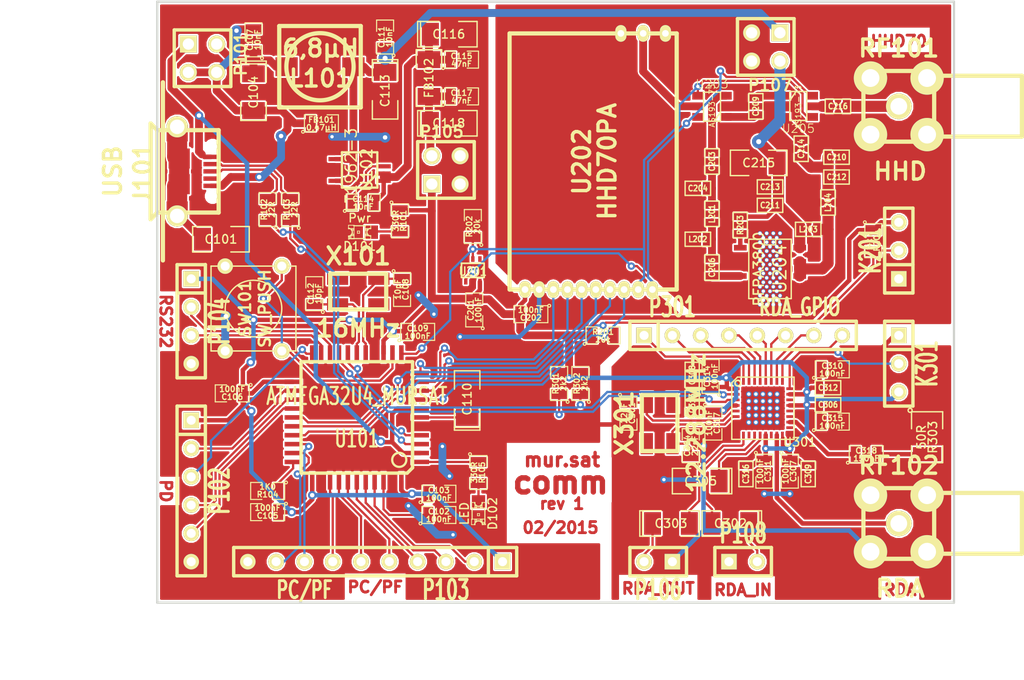
<source format=kicad_pcb>
(kicad_pcb (version 3) (host pcbnew "(2013-jul-07)-stable")

  (general
    (links 340)
    (no_connects 0)
    (area 87.885002 119.787999 180.301901 182.656722)
    (thickness 1.6)
    (drawings 17)
    (tracks 947)
    (zones 0)
    (modules 95)
    (nets 82)
  )

  (page A3)
  (title_block 
    (title comm)
    (rev 1)
    (company "mur.sat - A Space Art Project")
  )

  (layers
    (15 F.Cu signal)
    (0 B.Cu signal)
    (16 B.Adhes user)
    (17 F.Adhes user)
    (18 B.Paste user)
    (19 F.Paste user)
    (20 B.SilkS user)
    (21 F.SilkS user hide)
    (22 B.Mask user)
    (23 F.Mask user)
    (24 Dwgs.User user)
    (25 Cmts.User user)
    (26 Eco1.User user)
    (27 Eco2.User user)
    (28 Edge.Cuts user)
  )

  (setup
    (last_trace_width 0.2032)
    (user_trace_width 0.2032)
    (user_trace_width 0.3988)
    (user_trace_width 0.701)
    (user_trace_width 1.0008)
    (user_trace_width 1.8009)
    (trace_clearance 0.1524)
    (zone_clearance 0.1524)
    (zone_45_only no)
    (trace_min 0.1524)
    (segment_width 0.2)
    (edge_width 0.2)
    (via_size 0.6502)
    (via_drill 0.3023)
    (via_min_size 0.5004)
    (via_min_drill 0.3023)
    (user_via 0.6502 0.3023)
    (user_via 0.7493 0.3988)
    (user_via 0.95 0.3988)
    (user_via 1.1989 0.4496)
    (user_via 1.999 0.5004)
    (uvia_size 0.508)
    (uvia_drill 0.127)
    (uvias_allowed no)
    (uvia_min_size 0.508)
    (uvia_min_drill 0.127)
    (pcb_text_width 0.3)
    (pcb_text_size 1.5 1.5)
    (mod_edge_width 0.15)
    (mod_text_size 1 1)
    (mod_text_width 0.15)
    (pad_size 1.5 1.5)
    (pad_drill 0.6)
    (pad_to_mask_clearance 0)
    (aux_axis_origin 0 0)
    (visible_elements 7FFFFFCF)
    (pcbplotparams
      (layerselection 3178497)
      (usegerberextensions true)
      (excludeedgelayer true)
      (linewidth 0.150000)
      (plotframeref false)
      (viasonmask false)
      (mode 1)
      (useauxorigin false)
      (hpglpennumber 1)
      (hpglpenspeed 20)
      (hpglpendiameter 15)
      (hpglpenoverlay 2)
      (psnegative false)
      (psa4output false)
      (plotreference true)
      (plotvalue true)
      (plotothertext true)
      (plotinvisibletext false)
      (padsonsilk false)
      (subtractmaskfromsilk false)
      (outputformat 1)
      (mirror false)
      (drillshape 1)
      (scaleselection 1)
      (outputdirectory ""))
  )

  (net 0 "")
  (net 1 /5V_PWR)
  (net 2 /5V_PWR_FLT)
  (net 3 /INT_PWR)
  (net 4 /PC6)
  (net 5 /PC7)
  (net 6 /PD4)
  (net 7 /PD5)
  (net 8 /PD6)
  (net 9 /PD7)
  (net 10 /PF0)
  (net 11 /PF1)
  (net 12 /PF4)
  (net 13 /PF5)
  (net 14 /PF6)
  (net 15 /PF7)
  (net 16 /RxD)
  (net 17 /TxD)
  (net 18 /USB_GND)
  (net 19 /USB_PWR)
  (net 20 /hhd70/HHD_CS)
  (net 21 /hhd70/HHD_GDO0)
  (net 22 /hhd70/HHD_GDO2)
  (net 23 /hhd70/HHD_HF)
  (net 24 /hhd70/HHD_MISO)
  (net 25 /hhd70/HHD_MOSI)
  (net 26 /hhd70/HHD_RXTX)
  (net 27 /hhd70/HHD_SCLK)
  (net 28 /hhd70/PA_PWR)
  (net 29 /hhd70/PA_TEMP)
  (net 30 /hhd70/RE)
  (net 31 /rda1846/RDA_HF)
  (net 32 /rda1846/RDA_IN)
  (net 33 /rda1846/RDA_OUT)
  (net 34 /rda1846/RDA_SCL)
  (net 35 /rda1846/RDA_SDA)
  (net 36 GND)
  (net 37 N-0000019)
  (net 38 N-0000020)
  (net 39 N-0000021)
  (net 40 N-0000022)
  (net 41 N-0000023)
  (net 42 N-0000024)
  (net 43 N-0000032)
  (net 44 N-0000033)
  (net 45 N-0000035)
  (net 46 N-0000036)
  (net 47 N-0000042)
  (net 48 N-0000045)
  (net 49 N-0000046)
  (net 50 N-0000048)
  (net 51 N-0000049)
  (net 52 N-0000050)
  (net 53 N-0000053)
  (net 54 N-0000055)
  (net 55 N-0000056)
  (net 56 N-0000057)
  (net 57 N-0000058)
  (net 58 N-0000059)
  (net 59 N-0000060)
  (net 60 N-0000061)
  (net 61 N-0000062)
  (net 62 N-0000063)
  (net 63 N-0000064)
  (net 64 N-0000065)
  (net 65 N-0000073)
  (net 66 N-0000074)
  (net 67 N-0000075)
  (net 68 N-0000076)
  (net 69 N-0000077)
  (net 70 N-0000078)
  (net 71 N-0000079)
  (net 72 N-0000080)
  (net 73 N-0000081)
  (net 74 N-0000082)
  (net 75 N-0000083)
  (net 76 N-0000084)
  (net 77 N-0000085)
  (net 78 N-0000086)
  (net 79 N-0000087)
  (net 80 N-0000088)
  (net 81 VCC)

  (net_class Default "Dies ist die voreingestellte Netzklasse."
    (clearance 0.1524)
    (trace_width 0.2032)
    (via_dia 0.6502)
    (via_drill 0.3023)
    (uvia_dia 0.508)
    (uvia_drill 0.127)
    (add_net "")
    (add_net /5V_PWR)
    (add_net /5V_PWR_FLT)
    (add_net /INT_PWR)
    (add_net /PC6)
    (add_net /PC7)
    (add_net /PD4)
    (add_net /PD5)
    (add_net /PD6)
    (add_net /PD7)
    (add_net /PF0)
    (add_net /PF1)
    (add_net /PF4)
    (add_net /PF5)
    (add_net /PF6)
    (add_net /PF7)
    (add_net /RxD)
    (add_net /TxD)
    (add_net /USB_GND)
    (add_net /USB_PWR)
    (add_net /hhd70/HHD_CS)
    (add_net /hhd70/HHD_GDO0)
    (add_net /hhd70/HHD_GDO2)
    (add_net /hhd70/HHD_HF)
    (add_net /hhd70/HHD_MISO)
    (add_net /hhd70/HHD_MOSI)
    (add_net /hhd70/HHD_RXTX)
    (add_net /hhd70/HHD_SCLK)
    (add_net /hhd70/PA_PWR)
    (add_net /hhd70/PA_TEMP)
    (add_net /hhd70/RE)
    (add_net /rda1846/RDA_HF)
    (add_net /rda1846/RDA_IN)
    (add_net /rda1846/RDA_OUT)
    (add_net /rda1846/RDA_SCL)
    (add_net /rda1846/RDA_SDA)
    (add_net GND)
    (add_net N-0000019)
    (add_net N-0000020)
    (add_net N-0000021)
    (add_net N-0000022)
    (add_net N-0000023)
    (add_net N-0000024)
    (add_net N-0000032)
    (add_net N-0000033)
    (add_net N-0000035)
    (add_net N-0000036)
    (add_net N-0000042)
    (add_net N-0000045)
    (add_net N-0000046)
    (add_net N-0000048)
    (add_net N-0000049)
    (add_net N-0000050)
    (add_net N-0000053)
    (add_net N-0000055)
    (add_net N-0000056)
    (add_net N-0000057)
    (add_net N-0000058)
    (add_net N-0000059)
    (add_net N-0000060)
    (add_net N-0000061)
    (add_net N-0000062)
    (add_net N-0000063)
    (add_net N-0000064)
    (add_net N-0000065)
    (add_net N-0000073)
    (add_net N-0000074)
    (add_net N-0000075)
    (add_net N-0000076)
    (add_net N-0000077)
    (add_net N-0000078)
    (add_net N-0000079)
    (add_net N-0000080)
    (add_net N-0000081)
    (add_net N-0000082)
    (add_net N-0000083)
    (add_net N-0000084)
    (add_net N-0000085)
    (add_net N-0000086)
    (add_net N-0000087)
    (add_net N-0000088)
    (add_net VCC)
  )

  (module we_coil_m (layer F.Cu) (tedit 4F73B89F) (tstamp 54DAB973)
    (at 116.967 125.73)
    (path /54DAA783)
    (fp_text reference L101 (at 0.0508 1.0414) (layer F.SilkS)
      (effects (font (size 1.524 1.524) (thickness 0.3048)))
    )
    (fp_text value 6,8µH (at 0.0508 -1.651) (layer F.SilkS)
      (effects (font (size 1.524 1.524) (thickness 0.3048)))
    )
    (fp_circle (center 0 0) (end 1.778 2.4384) (layer F.SilkS) (width 0.381))
    (fp_line (start -3.6576 -3.6576) (end 3.6576 -3.6576) (layer F.SilkS) (width 0.381))
    (fp_line (start 3.6576 -3.6576) (end 3.6576 3.6576) (layer F.SilkS) (width 0.381))
    (fp_line (start 3.6576 3.6576) (end -3.6576 3.6576) (layer F.SilkS) (width 0.381))
    (fp_line (start -3.6576 3.6576) (end -3.6576 -3.6576) (layer F.SilkS) (width 0.381))
    (pad 1 smd rect (at -2.99974 0) (size 1.99898 1.69926)
      (layers F.Cu F.Paste F.Mask)
      (net 1 /5V_PWR)
    )
    (pad 2 smd rect (at 2.99974 0) (size 1.99898 1.69926)
      (layers F.Cu F.Paste F.Mask)
      (net 2 /5V_PWR_FLT)
    )
  )

  (module USB_MICRO_AB (layer F.Cu) (tedit 520D1806) (tstamp 54DAB992)
    (at 102.87 135.128)
    (path /54DAA9CE)
    (fp_text reference J101 (at -1.80086 0.20066 90) (layer F.SilkS)
      (effects (font (size 1.524 1.524) (thickness 0.3048)))
    )
    (fp_text value USB (at -4.50088 0 90) (layer F.SilkS)
      (effects (font (size 1.524 1.524) (thickness 0.3048)))
    )
    (fp_line (start 0.8001 3.70078) (end 0.8001 4.30022) (layer F.SilkS) (width 0.381))
    (fp_line (start 0.8001 4.30022) (end 1.80086 4.30022) (layer F.SilkS) (width 0.381))
    (fp_line (start 1.80086 4.30022) (end 1.80086 3.79984) (layer F.SilkS) (width 0.381))
    (fp_line (start 0.8001 -3.79984) (end 0.8001 -4.30022) (layer F.SilkS) (width 0.381))
    (fp_line (start 0.8001 -4.30022) (end 1.80086 -4.30022) (layer F.SilkS) (width 0.381))
    (fp_line (start 1.80086 -4.30022) (end 1.80086 -3.70078) (layer F.SilkS) (width 0.381))
    (fp_line (start -0.50038 -3.70078) (end -1.09982 -4.30022) (layer F.SilkS) (width 0.381))
    (fp_line (start -1.09982 -4.30022) (end -1.09982 4.30022) (layer F.SilkS) (width 0.381))
    (fp_line (start -1.09982 4.30022) (end -0.50038 3.70078) (layer F.SilkS) (width 0.381))
    (fp_line (start 5.00126 -3.70078) (end 5.00126 3.70078) (layer F.SilkS) (width 0.381))
    (fp_line (start 5.00126 3.70078) (end -0.50038 3.70078) (layer F.SilkS) (width 0.381))
    (fp_line (start -0.50038 3.70078) (end -0.50038 -3.70078) (layer F.SilkS) (width 0.381))
    (fp_line (start -0.50038 -3.70078) (end 5.00126 -3.70078) (layer F.SilkS) (width 0.381))
    (fp_line (start 0 -8.001) (end 0 8.001) (layer F.SilkS) (width 0.381))
    (pad 5 smd rect (at 1.4605 1.15062) (size 1.89992 1.80086)
      (layers F.Cu F.Paste F.Mask)
      (net 46 N-0000036)
    )
    (pad 6 smd rect (at 1.4605 -1.15062) (size 1.89992 1.80086)
      (layers F.Cu F.Paste F.Mask)
      (net 46 N-0000036)
    )
    (pad 6 smd rect (at 1.28016 -3.4417) (size 1.89992 1.49098)
      (layers F.Cu F.Paste F.Mask)
      (net 46 N-0000036)
    )
    (pad 5 smd rect (at 1.28016 3.4417) (size 1.89992 1.49098)
      (layers F.Cu F.Paste F.Mask)
      (net 46 N-0000036)
    )
    (pad 6 thru_hole circle (at 1.28016 -4.0005) (size 1.89992 1.89992) (drill 1.30048)
      (layers *.Cu *.Mask F.SilkS)
      (net 46 N-0000036)
    )
    (pad 5 thru_hole circle (at 1.28016 4.0005) (size 1.89992 1.89992) (drill 1.30048)
      (layers *.Cu *.Mask F.SilkS)
      (net 46 N-0000036)
    )
    (pad "" np_thru_hole circle (at 4.46024 -2.22504) (size 0.8001 0.8001) (drill 0.8001)
      (layers *.Cu)
      (clearance 0.30226)
    )
    (pad "" np_thru_hole circle (at 4.46024 2.22504) (size 0.8001 0.8001) (drill 0.8001)
      (layers *.Cu)
      (clearance 0.30226)
    )
    (pad 3 smd rect (at 4.31038 0) (size 1.34874 0.39878)
      (layers F.Cu F.Paste F.Mask)
      (net 37 N-0000019)
      (clearance 0.09906)
    )
    (pad 2 smd rect (at 4.31038 -0.65024) (size 1.34874 0.39878)
      (layers F.Cu F.Paste F.Mask)
      (net 51 N-0000049)
      (clearance 0.09906)
    )
    (pad 1 smd rect (at 4.31038 -1.30048) (size 1.34874 0.39878)
      (layers F.Cu F.Paste F.Mask)
      (net 19 /USB_PWR)
      (clearance 0.09906)
    )
    (pad "" smd rect (at 4.31038 0.65024) (size 1.34874 0.39878)
      (layers F.Cu F.Paste F.Mask)
      (clearance 0.09906)
    )
    (pad 4 smd rect (at 4.31038 1.30048) (size 1.34874 0.39878)
      (layers F.Cu F.Paste F.Mask)
      (net 18 /USB_GND)
      (clearance 0.09906)
    )
  )

  (module TQFP44 (layer F.Cu) (tedit 200000) (tstamp 54DAB9C8)
    (at 120.269 157.226 180)
    (path /54DAA9D5)
    (attr smd)
    (fp_text reference U101 (at 0 -1.905 180) (layer F.SilkS)
      (effects (font (size 1.524 1.016) (thickness 0.2032)))
    )
    (fp_text value ATMEGA32U4_MURSAT (at 0 1.905 180) (layer F.SilkS)
      (effects (font (size 1.524 1.016) (thickness 0.2032)))
    )
    (fp_line (start 5.0038 -5.0038) (end 5.0038 5.0038) (layer F.SilkS) (width 0.3048))
    (fp_line (start 5.0038 5.0038) (end -5.0038 5.0038) (layer F.SilkS) (width 0.3048))
    (fp_line (start -5.0038 -4.5212) (end -5.0038 5.0038) (layer F.SilkS) (width 0.3048))
    (fp_line (start -4.5212 -5.0038) (end 5.0038 -5.0038) (layer F.SilkS) (width 0.3048))
    (fp_line (start -5.0038 -4.5212) (end -4.5212 -5.0038) (layer F.SilkS) (width 0.3048))
    (fp_circle (center -3.81 -3.81) (end -3.81 -3.175) (layer F.SilkS) (width 0.2032))
    (pad 39 smd rect (at 0 -5.715 180) (size 0.4064 1.524)
      (layers F.Cu F.Paste F.Mask)
      (net 12 /PF4)
    )
    (pad 40 smd rect (at -0.8001 -5.715 180) (size 0.4064 1.524)
      (layers F.Cu F.Paste F.Mask)
      (net 11 /PF1)
    )
    (pad 41 smd rect (at -1.6002 -5.715 180) (size 0.4064 1.524)
      (layers F.Cu F.Paste F.Mask)
      (net 10 /PF0)
    )
    (pad 42 smd rect (at -2.4003 -5.715 180) (size 0.4064 1.524)
      (layers F.Cu F.Paste F.Mask)
      (net 50 N-0000048)
    )
    (pad 43 smd rect (at -3.2004 -5.715 180) (size 0.4064 1.524)
      (layers F.Cu F.Paste F.Mask)
      (net 36 GND)
    )
    (pad 44 smd rect (at -4.0005 -5.715 180) (size 0.4064 1.524)
      (layers F.Cu F.Paste F.Mask)
      (net 81 VCC)
    )
    (pad 38 smd rect (at 0.8001 -5.715 180) (size 0.4064 1.524)
      (layers F.Cu F.Paste F.Mask)
      (net 13 /PF5)
    )
    (pad 37 smd rect (at 1.6002 -5.715 180) (size 0.4064 1.524)
      (layers F.Cu F.Paste F.Mask)
      (net 14 /PF6)
    )
    (pad 36 smd rect (at 2.4003 -5.715 180) (size 0.4064 1.524)
      (layers F.Cu F.Paste F.Mask)
      (net 15 /PF7)
    )
    (pad 35 smd rect (at 3.2004 -5.715 180) (size 0.4064 1.524)
      (layers F.Cu F.Paste F.Mask)
      (net 36 GND)
    )
    (pad 34 smd rect (at 4.0005 -5.715 180) (size 0.4064 1.524)
      (layers F.Cu F.Paste F.Mask)
      (net 81 VCC)
    )
    (pad 17 smd rect (at 0 5.715 180) (size 0.4064 1.524)
      (layers F.Cu F.Paste F.Mask)
      (net 40 N-0000022)
    )
    (pad 16 smd rect (at -0.8001 5.715 180) (size 0.4064 1.524)
      (layers F.Cu F.Paste F.Mask)
      (net 41 N-0000023)
    )
    (pad 15 smd rect (at -1.6002 5.715 180) (size 0.4064 1.524)
      (layers F.Cu F.Paste F.Mask)
      (net 36 GND)
    )
    (pad 14 smd rect (at -2.4003 5.715 180) (size 0.4064 1.524)
      (layers F.Cu F.Paste F.Mask)
      (net 81 VCC)
    )
    (pad 13 smd rect (at -3.2004 5.715 180) (size 0.4064 1.524)
      (layers F.Cu F.Paste F.Mask)
      (net 52 N-0000050)
    )
    (pad 12 smd rect (at -4.0005 5.715 180) (size 0.4064 1.524)
      (layers F.Cu F.Paste F.Mask)
      (net 26 /hhd70/HHD_RXTX)
    )
    (pad 18 smd rect (at 0.8001 5.715 180) (size 0.4064 1.524)
      (layers F.Cu F.Paste F.Mask)
      (net 34 /rda1846/RDA_SCL)
    )
    (pad 19 smd rect (at 1.6002 5.715 180) (size 0.4064 1.524)
      (layers F.Cu F.Paste F.Mask)
      (net 35 /rda1846/RDA_SDA)
    )
    (pad 20 smd rect (at 2.4003 5.715 180) (size 0.4064 1.524)
      (layers F.Cu F.Paste F.Mask)
      (net 16 /RxD)
    )
    (pad 21 smd rect (at 3.2004 5.715 180) (size 0.4064 1.524)
      (layers F.Cu F.Paste F.Mask)
      (net 17 /TxD)
    )
    (pad 22 smd rect (at 4.0005 5.715 180) (size 0.4064 1.524)
      (layers F.Cu F.Paste F.Mask)
      (net 7 /PD5)
    )
    (pad 6 smd rect (at -5.715 0 180) (size 1.524 0.4064)
      (layers F.Cu F.Paste F.Mask)
      (net 39 N-0000021)
    )
    (pad 28 smd rect (at 5.715 0 180) (size 1.524 0.4064)
      (layers F.Cu F.Paste F.Mask)
      (net 21 /hhd70/HHD_GDO0)
    )
    (pad 7 smd rect (at -5.715 0.8001 180) (size 1.524 0.4064)
      (layers F.Cu F.Paste F.Mask)
      (net 19 /USB_PWR)
    )
    (pad 27 smd rect (at 5.715 0.8001 180) (size 1.524 0.4064)
      (layers F.Cu F.Paste F.Mask)
      (net 9 /PD7)
    )
    (pad 26 smd rect (at 5.715 1.6002 180) (size 1.524 0.4064)
      (layers F.Cu F.Paste F.Mask)
      (net 8 /PD6)
    )
    (pad 8 smd rect (at -5.715 1.6002 180) (size 1.524 0.4064)
      (layers F.Cu F.Paste F.Mask)
      (net 20 /hhd70/HHD_CS)
    )
    (pad 9 smd rect (at -5.715 2.4003 180) (size 1.524 0.4064)
      (layers F.Cu F.Paste F.Mask)
      (net 27 /hhd70/HHD_SCLK)
    )
    (pad 25 smd rect (at 5.715 2.4003 180) (size 1.524 0.4064)
      (layers F.Cu F.Paste F.Mask)
      (net 6 /PD4)
    )
    (pad 24 smd rect (at 5.715 3.2004 180) (size 1.524 0.4064)
      (layers F.Cu F.Paste F.Mask)
      (net 81 VCC)
    )
    (pad 10 smd rect (at -5.715 3.2004 180) (size 1.524 0.4064)
      (layers F.Cu F.Paste F.Mask)
      (net 25 /hhd70/HHD_MOSI)
    )
    (pad 11 smd rect (at -5.715 4.0005 180) (size 1.524 0.4064)
      (layers F.Cu F.Paste F.Mask)
      (net 24 /hhd70/HHD_MISO)
    )
    (pad 23 smd rect (at 5.715 4.0005 180) (size 1.524 0.4064)
      (layers F.Cu F.Paste F.Mask)
      (net 36 GND)
    )
    (pad 29 smd rect (at 5.715 -0.8001 180) (size 1.524 0.4064)
      (layers F.Cu F.Paste F.Mask)
      (net 22 /hhd70/HHD_GDO2)
    )
    (pad 5 smd rect (at -5.715 -0.8001 180) (size 1.524 0.4064)
      (layers F.Cu F.Paste F.Mask)
      (net 36 GND)
    )
    (pad 4 smd rect (at -5.715 -1.6002 180) (size 1.524 0.4064)
      (layers F.Cu F.Paste F.Mask)
      (net 43 N-0000032)
    )
    (pad 30 smd rect (at 5.715 -1.6002 180) (size 1.524 0.4064)
      (layers F.Cu F.Paste F.Mask)
      (net 29 /hhd70/PA_TEMP)
    )
    (pad 31 smd rect (at 5.715 -2.4003 180) (size 1.524 0.4064)
      (layers F.Cu F.Paste F.Mask)
      (net 4 /PC6)
    )
    (pad 3 smd rect (at -5.715 -2.4003 180) (size 1.524 0.4064)
      (layers F.Cu F.Paste F.Mask)
      (net 44 N-0000033)
    )
    (pad 2 smd rect (at -5.715 -3.2004 180) (size 1.524 0.4064)
      (layers F.Cu F.Paste F.Mask)
      (net 19 /USB_PWR)
    )
    (pad 32 smd rect (at 5.715 -3.2004 180) (size 1.524 0.4064)
      (layers F.Cu F.Paste F.Mask)
      (net 5 /PC7)
    )
    (pad 33 smd rect (at 5.715 -4.0005 180) (size 1.524 0.4064)
      (layers F.Cu F.Paste F.Mask)
      (net 38 N-0000020)
    )
    (pad 1 smd rect (at -5.715 -4.0005 180) (size 1.524 0.4064)
      (layers F.Cu F.Paste F.Mask)
      (net 48 N-0000045)
    )
  )

  (module TE_SMA_RE (layer F.Cu) (tedit 4F73ABC4) (tstamp 54DAB9D8)
    (at 168.91 129.286)
    (path /54DAAFA1)
    (fp_text reference RF101 (at 0 -5.207) (layer F.SilkS)
      (effects (font (size 1.524 1.524) (thickness 0.3048)))
    )
    (fp_text value HHD (at 0.127 5.842) (layer F.SilkS)
      (effects (font (size 1.524 1.524) (thickness 0.3048)))
    )
    (fp_line (start 3.2004 -2.7432) (end 11.049 -2.7432) (layer F.SilkS) (width 0.381))
    (fp_line (start 11.049 -2.7432) (end 11.049 2.7178) (layer F.SilkS) (width 0.381))
    (fp_line (start 11.049 2.7178) (end 3.175 2.7178) (layer F.SilkS) (width 0.381))
    (fp_line (start -3.175 -3.175) (end 3.175 -3.175) (layer F.SilkS) (width 0.381))
    (fp_line (start 3.175 -3.175) (end 3.175 3.175) (layer F.SilkS) (width 0.381))
    (fp_line (start 3.175 3.175) (end -3.175 3.175) (layer F.SilkS) (width 0.381))
    (fp_line (start -3.175 3.175) (end -3.175 -3.175) (layer F.SilkS) (width 0.381))
    (pad 1 thru_hole circle (at -2.54 -2.54) (size 2.99974 2.99974) (drill 1.6002)
      (layers *.Cu *.Mask F.SilkS)
      (net 36 GND)
    )
    (pad 2 thru_hole circle (at 2.54 -2.54) (size 2.99974 2.99974) (drill 1.6002)
      (layers *.Cu *.Mask F.SilkS)
      (net 36 GND)
    )
    (pad 3 thru_hole circle (at 2.54 2.54) (size 2.99974 2.99974) (drill 1.6002)
      (layers *.Cu *.Mask F.SilkS)
      (net 36 GND)
    )
    (pad 4 thru_hole circle (at -2.54 2.54) (size 2.99974 2.99974) (drill 1.6002)
      (layers *.Cu *.Mask F.SilkS)
      (net 36 GND)
    )
    (pad 5 thru_hole circle (at 0 0) (size 2.30124 2.30124) (drill 1.50114)
      (layers *.Cu *.Mask F.SilkS)
      (net 23 /hhd70/HHD_HF)
    )
  )

  (module TE_SMA_RE (layer F.Cu) (tedit 4F73ABC4) (tstamp 54DAB9E8)
    (at 168.91 166.751)
    (path /54DAB002)
    (fp_text reference RF102 (at 0 -5.207) (layer F.SilkS)
      (effects (font (size 1.524 1.524) (thickness 0.3048)))
    )
    (fp_text value RDA (at 0.127 5.842) (layer F.SilkS)
      (effects (font (size 1.524 1.524) (thickness 0.3048)))
    )
    (fp_line (start 3.2004 -2.7432) (end 11.049 -2.7432) (layer F.SilkS) (width 0.381))
    (fp_line (start 11.049 -2.7432) (end 11.049 2.7178) (layer F.SilkS) (width 0.381))
    (fp_line (start 11.049 2.7178) (end 3.175 2.7178) (layer F.SilkS) (width 0.381))
    (fp_line (start -3.175 -3.175) (end 3.175 -3.175) (layer F.SilkS) (width 0.381))
    (fp_line (start 3.175 -3.175) (end 3.175 3.175) (layer F.SilkS) (width 0.381))
    (fp_line (start 3.175 3.175) (end -3.175 3.175) (layer F.SilkS) (width 0.381))
    (fp_line (start -3.175 3.175) (end -3.175 -3.175) (layer F.SilkS) (width 0.381))
    (pad 1 thru_hole circle (at -2.54 -2.54) (size 2.99974 2.99974) (drill 1.6002)
      (layers *.Cu *.Mask F.SilkS)
      (net 36 GND)
    )
    (pad 2 thru_hole circle (at 2.54 -2.54) (size 2.99974 2.99974) (drill 1.6002)
      (layers *.Cu *.Mask F.SilkS)
      (net 36 GND)
    )
    (pad 3 thru_hole circle (at 2.54 2.54) (size 2.99974 2.99974) (drill 1.6002)
      (layers *.Cu *.Mask F.SilkS)
      (net 36 GND)
    )
    (pad 4 thru_hole circle (at -2.54 2.54) (size 2.99974 2.99974) (drill 1.6002)
      (layers *.Cu *.Mask F.SilkS)
      (net 36 GND)
    )
    (pad 5 thru_hole circle (at 0 0) (size 2.30124 2.30124) (drill 1.50114)
      (layers *.Cu *.Mask F.SilkS)
      (net 31 /rda1846/RDA_HF)
    )
  )

  (module SW_PUSH_SMALL (layer F.Cu) (tedit 46544DB3) (tstamp 54DAB9F5)
    (at 110.998 147.447 90)
    (path /54DAA938)
    (fp_text reference SW101 (at 0 -0.762 90) (layer F.SilkS)
      (effects (font (size 1.016 1.016) (thickness 0.2032)))
    )
    (fp_text value SW_PUSH (at 0 1.016 90) (layer F.SilkS)
      (effects (font (size 1.016 1.016) (thickness 0.2032)))
    )
    (fp_circle (center 0 0) (end 0 -2.54) (layer F.SilkS) (width 0.127))
    (fp_line (start -3.81 -3.81) (end 3.81 -3.81) (layer F.SilkS) (width 0.127))
    (fp_line (start 3.81 -3.81) (end 3.81 3.81) (layer F.SilkS) (width 0.127))
    (fp_line (start 3.81 3.81) (end -3.81 3.81) (layer F.SilkS) (width 0.127))
    (fp_line (start -3.81 -3.81) (end -3.81 3.81) (layer F.SilkS) (width 0.127))
    (pad 1 thru_hole circle (at 3.81 -2.54 90) (size 1.397 1.397) (drill 0.8128)
      (layers *.Cu *.Mask F.SilkS)
      (net 36 GND)
    )
    (pad 2 thru_hole circle (at 3.81 2.54 90) (size 1.397 1.397) (drill 0.8128)
      (layers *.Cu *.Mask F.SilkS)
      (net 52 N-0000050)
    )
    (pad 1 thru_hole circle (at -3.81 -2.54 90) (size 1.397 1.397) (drill 0.8128)
      (layers *.Cu *.Mask F.SilkS)
      (net 36 GND)
    )
    (pad 2 thru_hole circle (at -3.81 2.54 90) (size 1.397 1.397) (drill 0.8128)
      (layers *.Cu *.Mask F.SilkS)
      (net 52 N-0000050)
    )
  )

  (module SOT353 (layer F.Cu) (tedit 503FB44B) (tstamp 54DABA02)
    (at 130.683 144.018 270)
    (descr SOT353)
    (path /54DA8D44/502BE21D)
    (attr smd)
    (fp_text reference U201 (at 0.09906 0 360) (layer F.SilkS)
      (effects (font (size 0.762 0.635) (thickness 0.127)))
    )
    (fp_text value NL17ST04 (at 0.09906 0 360) (layer F.SilkS) hide
      (effects (font (size 0.762 0.635) (thickness 0.127)))
    )
    (fp_line (start 0.635 1.016) (end 0.635 -1.016) (layer F.SilkS) (width 0.1524))
    (fp_line (start 0.635 -1.016) (end -0.635 -1.016) (layer F.SilkS) (width 0.1524))
    (fp_line (start -0.635 -1.016) (end -0.635 1.016) (layer F.SilkS) (width 0.1524))
    (fp_line (start -0.635 1.016) (end 0.635 1.016) (layer F.SilkS) (width 0.1524))
    (pad 1 smd rect (at -1.016 -0.635 270) (size 0.508 0.3048)
      (layers F.Cu F.Paste F.Mask)
    )
    (pad 3 smd rect (at -1.016 0.635 270) (size 0.508 0.3048)
      (layers F.Cu F.Paste F.Mask)
      (net 36 GND)
    )
    (pad 5 smd rect (at 1.016 -0.635 270) (size 0.508 0.3048)
      (layers F.Cu F.Paste F.Mask)
      (net 81 VCC)
    )
    (pad 2 smd rect (at -1.016 0 270) (size 0.508 0.3048)
      (layers F.Cu F.Paste F.Mask)
      (net 26 /hhd70/HHD_RXTX)
    )
    (pad 4 smd rect (at 1.016 0.635 270) (size 0.508 0.3048)
      (layers F.Cu F.Paste F.Mask)
      (net 30 /hhd70/RE)
    )
    (model smd/SOT23_5.wrl
      (at (xyz 0 0 0))
      (scale (xyz 0.07000000000000001 0.09 0.08))
      (rotate (xyz 0 0 90))
    )
  )

  (module SOT23_6 (layer F.Cu) (tedit 4ECF791C) (tstamp 54DABA11)
    (at 152.146 129.286 90)
    (path /54DA8D44/50340857)
    (fp_text reference U203 (at 1.99898 0 180) (layer F.SilkS)
      (effects (font (size 0.762 0.762) (thickness 0.0762)))
    )
    (fp_text value AS193-73 (at 0.0635 0 90) (layer F.SilkS)
      (effects (font (size 0.50038 0.50038) (thickness 0.0762)))
    )
    (fp_line (start -0.508 0.762) (end -1.27 0.254) (layer F.SilkS) (width 0.127))
    (fp_line (start 1.27 0.762) (end -1.3335 0.762) (layer F.SilkS) (width 0.127))
    (fp_line (start -1.3335 0.762) (end -1.3335 -0.762) (layer F.SilkS) (width 0.127))
    (fp_line (start -1.3335 -0.762) (end 1.27 -0.762) (layer F.SilkS) (width 0.127))
    (fp_line (start 1.27 -0.762) (end 1.27 0.762) (layer F.SilkS) (width 0.127))
    (pad 6 smd rect (at -0.9525 -1.27 90) (size 0.70104 1.00076)
      (layers F.Cu F.Paste F.Mask)
      (net 30 /hhd70/RE)
    )
    (pad 5 smd rect (at 0 -1.27 90) (size 0.70104 1.00076)
      (layers F.Cu F.Paste F.Mask)
      (net 53 N-0000053)
    )
    (pad 4 smd rect (at 0.9525 -1.27 90) (size 0.70104 1.00076)
      (layers F.Cu F.Paste F.Mask)
      (net 26 /hhd70/HHD_RXTX)
    )
    (pad 3 smd rect (at 0.9525 1.27 90) (size 0.70104 1.00076)
      (layers F.Cu F.Paste F.Mask)
      (net 63 N-0000064)
    )
    (pad 2 smd rect (at 0 1.27 90) (size 0.70104 1.00076)
      (layers F.Cu F.Paste F.Mask)
      (net 36 GND)
    )
    (pad 1 smd rect (at -0.9525 1.27 90) (size 0.70104 1.00076)
      (layers F.Cu F.Paste F.Mask)
      (net 61 N-0000062)
    )
    (model smd/SOT23_6.wrl
      (at (xyz 0 0 0))
      (scale (xyz 0.11 0.11 0.11))
      (rotate (xyz 0 0 0))
    )
  )

  (module SOT23_6 (layer F.Cu) (tedit 4ECF791C) (tstamp 54DABA20)
    (at 159.893 129.286 270)
    (path /54DA8D44/502BA760)
    (fp_text reference U205 (at 1.99898 0 360) (layer F.SilkS)
      (effects (font (size 0.762 0.762) (thickness 0.0762)))
    )
    (fp_text value AS193-73 (at 0.0635 0 270) (layer F.SilkS)
      (effects (font (size 0.50038 0.50038) (thickness 0.0762)))
    )
    (fp_line (start -0.508 0.762) (end -1.27 0.254) (layer F.SilkS) (width 0.127))
    (fp_line (start 1.27 0.762) (end -1.3335 0.762) (layer F.SilkS) (width 0.127))
    (fp_line (start -1.3335 0.762) (end -1.3335 -0.762) (layer F.SilkS) (width 0.127))
    (fp_line (start -1.3335 -0.762) (end 1.27 -0.762) (layer F.SilkS) (width 0.127))
    (fp_line (start 1.27 -0.762) (end 1.27 0.762) (layer F.SilkS) (width 0.127))
    (pad 6 smd rect (at -0.9525 -1.27 270) (size 0.70104 1.00076)
      (layers F.Cu F.Paste F.Mask)
      (net 30 /hhd70/RE)
    )
    (pad 5 smd rect (at 0 -1.27 270) (size 0.70104 1.00076)
      (layers F.Cu F.Paste F.Mask)
      (net 64 N-0000065)
    )
    (pad 4 smd rect (at 0.9525 -1.27 270) (size 0.70104 1.00076)
      (layers F.Cu F.Paste F.Mask)
      (net 26 /hhd70/HHD_RXTX)
    )
    (pad 3 smd rect (at 0.9525 1.27 270) (size 0.70104 1.00076)
      (layers F.Cu F.Paste F.Mask)
      (net 59 N-0000060)
    )
    (pad 2 smd rect (at 0 1.27 270) (size 0.70104 1.00076)
      (layers F.Cu F.Paste F.Mask)
      (net 36 GND)
    )
    (pad 1 smd rect (at -0.9525 1.27 270) (size 0.70104 1.00076)
      (layers F.Cu F.Paste F.Mask)
      (net 60 N-0000061)
    )
    (model smd/SOT23_6.wrl
      (at (xyz 0 0 0))
      (scale (xyz 0.11 0.11 0.11))
      (rotate (xyz 0 0 0))
    )
  )

  (module SM1210 (layer F.Cu) (tedit 42806E94) (tstamp 54DABA2D)
    (at 171.45 159.004 270)
    (tags "CMS SM")
    (path /54DA9306/50D39A23)
    (attr smd)
    (fp_text reference R303 (at 0 -0.508 270) (layer F.SilkS)
      (effects (font (size 0.762 0.762) (thickness 0.127)))
    )
    (fp_text value 50R (at 0 0.508 270) (layer F.SilkS)
      (effects (font (size 0.762 0.762) (thickness 0.127)))
    )
    (fp_circle (center -2.413 1.524) (end -2.286 1.397) (layer F.SilkS) (width 0.127))
    (fp_line (start -0.762 -1.397) (end -2.286 -1.397) (layer F.SilkS) (width 0.127))
    (fp_line (start -2.286 -1.397) (end -2.286 1.397) (layer F.SilkS) (width 0.127))
    (fp_line (start -2.286 1.397) (end -0.762 1.397) (layer F.SilkS) (width 0.127))
    (fp_line (start 0.762 1.397) (end 2.286 1.397) (layer F.SilkS) (width 0.127))
    (fp_line (start 2.286 1.397) (end 2.286 -1.397) (layer F.SilkS) (width 0.127))
    (fp_line (start 2.286 -1.397) (end 0.762 -1.397) (layer F.SilkS) (width 0.127))
    (pad 1 smd rect (at -1.524 0 270) (size 1.27 2.54)
      (layers F.Cu F.Paste F.Mask)
      (net 36 GND)
    )
    (pad 2 smd rect (at 1.524 0 270) (size 1.27 2.54)
      (layers F.Cu F.Paste F.Mask)
      (net 65 N-0000073)
    )
    (model smd/chip_cms.wrl
      (at (xyz 0 0 0))
      (scale (xyz 0.17 0.2 0.17))
      (rotate (xyz 0 0 0))
    )
  )

  (module SM1206POL (layer F.Cu) (tedit 42806E4C) (tstamp 54DABA3C)
    (at 128.524 122.809)
    (path /54DAA744)
    (attr smd)
    (fp_text reference C116 (at 0 0) (layer F.SilkS)
      (effects (font (size 0.762 0.762) (thickness 0.127)))
    )
    (fp_text value 10µF (at 0 0) (layer F.SilkS) hide
      (effects (font (size 0.762 0.762) (thickness 0.127)))
    )
    (fp_line (start -2.54 -1.143) (end -2.794 -1.143) (layer F.SilkS) (width 0.127))
    (fp_line (start -2.794 -1.143) (end -2.794 1.143) (layer F.SilkS) (width 0.127))
    (fp_line (start -2.794 1.143) (end -2.54 1.143) (layer F.SilkS) (width 0.127))
    (fp_line (start -2.54 -1.143) (end -2.54 1.143) (layer F.SilkS) (width 0.127))
    (fp_line (start -2.54 1.143) (end -0.889 1.143) (layer F.SilkS) (width 0.127))
    (fp_line (start 0.889 -1.143) (end 2.54 -1.143) (layer F.SilkS) (width 0.127))
    (fp_line (start 2.54 -1.143) (end 2.54 1.143) (layer F.SilkS) (width 0.127))
    (fp_line (start 2.54 1.143) (end 0.889 1.143) (layer F.SilkS) (width 0.127))
    (fp_line (start -0.889 -1.143) (end -2.54 -1.143) (layer F.SilkS) (width 0.127))
    (pad 1 smd rect (at -1.651 0) (size 1.524 2.032)
      (layers F.Cu F.Paste F.Mask)
      (net 49 N-0000046)
    )
    (pad 2 smd rect (at 1.651 0) (size 1.524 2.032)
      (layers F.Cu F.Paste F.Mask)
      (net 36 GND)
    )
    (model smd/chip_cms_pol.wrl
      (at (xyz 0 0 0))
      (scale (xyz 0.17 0.16 0.16))
      (rotate (xyz 0 0 0))
    )
  )

  (module SM1206POL (layer F.Cu) (tedit 42806E4C) (tstamp 54DABA4B)
    (at 110.998 128.016 270)
    (path /54DAA76B)
    (attr smd)
    (fp_text reference C104 (at 0 0 270) (layer F.SilkS)
      (effects (font (size 0.762 0.762) (thickness 0.127)))
    )
    (fp_text value 4,7µF (at 0 0 270) (layer F.SilkS) hide
      (effects (font (size 0.762 0.762) (thickness 0.127)))
    )
    (fp_line (start -2.54 -1.143) (end -2.794 -1.143) (layer F.SilkS) (width 0.127))
    (fp_line (start -2.794 -1.143) (end -2.794 1.143) (layer F.SilkS) (width 0.127))
    (fp_line (start -2.794 1.143) (end -2.54 1.143) (layer F.SilkS) (width 0.127))
    (fp_line (start -2.54 -1.143) (end -2.54 1.143) (layer F.SilkS) (width 0.127))
    (fp_line (start -2.54 1.143) (end -0.889 1.143) (layer F.SilkS) (width 0.127))
    (fp_line (start 0.889 -1.143) (end 2.54 -1.143) (layer F.SilkS) (width 0.127))
    (fp_line (start 2.54 -1.143) (end 2.54 1.143) (layer F.SilkS) (width 0.127))
    (fp_line (start 2.54 1.143) (end 0.889 1.143) (layer F.SilkS) (width 0.127))
    (fp_line (start -0.889 -1.143) (end -2.54 -1.143) (layer F.SilkS) (width 0.127))
    (pad 1 smd rect (at -1.651 0 270) (size 1.524 2.032)
      (layers F.Cu F.Paste F.Mask)
      (net 1 /5V_PWR)
    )
    (pad 2 smd rect (at 1.651 0 270) (size 1.524 2.032)
      (layers F.Cu F.Paste F.Mask)
      (net 18 /USB_GND)
    )
    (model smd/chip_cms_pol.wrl
      (at (xyz 0 0 0))
      (scale (xyz 0.17 0.16 0.16))
      (rotate (xyz 0 0 0))
    )
  )

  (module SM1206POL (layer F.Cu) (tedit 42806E4C) (tstamp 54DABA5A)
    (at 122.809 127.889 270)
    (path /54DAA771)
    (attr smd)
    (fp_text reference C113 (at 0 0 270) (layer F.SilkS)
      (effects (font (size 0.762 0.762) (thickness 0.127)))
    )
    (fp_text value 4,7µF (at 0 0 270) (layer F.SilkS) hide
      (effects (font (size 0.762 0.762) (thickness 0.127)))
    )
    (fp_line (start -2.54 -1.143) (end -2.794 -1.143) (layer F.SilkS) (width 0.127))
    (fp_line (start -2.794 -1.143) (end -2.794 1.143) (layer F.SilkS) (width 0.127))
    (fp_line (start -2.794 1.143) (end -2.54 1.143) (layer F.SilkS) (width 0.127))
    (fp_line (start -2.54 -1.143) (end -2.54 1.143) (layer F.SilkS) (width 0.127))
    (fp_line (start -2.54 1.143) (end -0.889 1.143) (layer F.SilkS) (width 0.127))
    (fp_line (start 0.889 -1.143) (end 2.54 -1.143) (layer F.SilkS) (width 0.127))
    (fp_line (start 2.54 -1.143) (end 2.54 1.143) (layer F.SilkS) (width 0.127))
    (fp_line (start 2.54 1.143) (end 0.889 1.143) (layer F.SilkS) (width 0.127))
    (fp_line (start -0.889 -1.143) (end -2.54 -1.143) (layer F.SilkS) (width 0.127))
    (pad 1 smd rect (at -1.651 0 270) (size 1.524 2.032)
      (layers F.Cu F.Paste F.Mask)
      (net 2 /5V_PWR_FLT)
    )
    (pad 2 smd rect (at 1.651 0 270) (size 1.524 2.032)
      (layers F.Cu F.Paste F.Mask)
      (net 36 GND)
    )
    (model smd/chip_cms_pol.wrl
      (at (xyz 0 0 0))
      (scale (xyz 0.17 0.16 0.16))
      (rotate (xyz 0 0 0))
    )
  )

  (module SM1206POL (layer F.Cu) (tedit 42806E4C) (tstamp 54DABA69)
    (at 148.463 166.751)
    (path /54DA9306/50D39D8A)
    (attr smd)
    (fp_text reference C303 (at 0 0) (layer F.SilkS)
      (effects (font (size 0.762 0.762) (thickness 0.127)))
    )
    (fp_text value 47µF (at 0 0) (layer F.SilkS) hide
      (effects (font (size 0.762 0.762) (thickness 0.127)))
    )
    (fp_line (start -2.54 -1.143) (end -2.794 -1.143) (layer F.SilkS) (width 0.127))
    (fp_line (start -2.794 -1.143) (end -2.794 1.143) (layer F.SilkS) (width 0.127))
    (fp_line (start -2.794 1.143) (end -2.54 1.143) (layer F.SilkS) (width 0.127))
    (fp_line (start -2.54 -1.143) (end -2.54 1.143) (layer F.SilkS) (width 0.127))
    (fp_line (start -2.54 1.143) (end -0.889 1.143) (layer F.SilkS) (width 0.127))
    (fp_line (start 0.889 -1.143) (end 2.54 -1.143) (layer F.SilkS) (width 0.127))
    (fp_line (start 2.54 -1.143) (end 2.54 1.143) (layer F.SilkS) (width 0.127))
    (fp_line (start 2.54 1.143) (end 0.889 1.143) (layer F.SilkS) (width 0.127))
    (fp_line (start -0.889 -1.143) (end -2.54 -1.143) (layer F.SilkS) (width 0.127))
    (pad 1 smd rect (at -1.651 0) (size 1.524 2.032)
      (layers F.Cu F.Paste F.Mask)
      (net 33 /rda1846/RDA_OUT)
    )
    (pad 2 smd rect (at 1.651 0) (size 1.524 2.032)
      (layers F.Cu F.Paste F.Mask)
      (net 67 N-0000075)
    )
    (model smd/chip_cms_pol.wrl
      (at (xyz 0 0 0))
      (scale (xyz 0.17 0.16 0.16))
      (rotate (xyz 0 0 0))
    )
  )

  (module SM1206POL (layer F.Cu) (tedit 42806E4C) (tstamp 54DABA78)
    (at 153.797 166.751 180)
    (path /54DA9306/50D39D7A)
    (attr smd)
    (fp_text reference C302 (at 0 0 180) (layer F.SilkS)
      (effects (font (size 0.762 0.762) (thickness 0.127)))
    )
    (fp_text value 47µF (at 0 0 180) (layer F.SilkS) hide
      (effects (font (size 0.762 0.762) (thickness 0.127)))
    )
    (fp_line (start -2.54 -1.143) (end -2.794 -1.143) (layer F.SilkS) (width 0.127))
    (fp_line (start -2.794 -1.143) (end -2.794 1.143) (layer F.SilkS) (width 0.127))
    (fp_line (start -2.794 1.143) (end -2.54 1.143) (layer F.SilkS) (width 0.127))
    (fp_line (start -2.54 -1.143) (end -2.54 1.143) (layer F.SilkS) (width 0.127))
    (fp_line (start -2.54 1.143) (end -0.889 1.143) (layer F.SilkS) (width 0.127))
    (fp_line (start 0.889 -1.143) (end 2.54 -1.143) (layer F.SilkS) (width 0.127))
    (fp_line (start 2.54 -1.143) (end 2.54 1.143) (layer F.SilkS) (width 0.127))
    (fp_line (start 2.54 1.143) (end 0.889 1.143) (layer F.SilkS) (width 0.127))
    (fp_line (start -0.889 -1.143) (end -2.54 -1.143) (layer F.SilkS) (width 0.127))
    (pad 1 smd rect (at -1.651 0 180) (size 1.524 2.032)
      (layers F.Cu F.Paste F.Mask)
      (net 32 /rda1846/RDA_IN)
    )
    (pad 2 smd rect (at 1.651 0 180) (size 1.524 2.032)
      (layers F.Cu F.Paste F.Mask)
      (net 66 N-0000074)
    )
    (model smd/chip_cms_pol.wrl
      (at (xyz 0 0 0))
      (scale (xyz 0.17 0.16 0.16))
      (rotate (xyz 0 0 0))
    )
  )

  (module SM1206POL (layer F.Cu) (tedit 42806E4C) (tstamp 54DABA87)
    (at 151.13 162.941 180)
    (path /54DA9306/50D39C7F)
    (attr smd)
    (fp_text reference C305 (at 0 0 180) (layer F.SilkS)
      (effects (font (size 0.762 0.762) (thickness 0.127)))
    )
    (fp_text value 47µF (at 0 0 180) (layer F.SilkS) hide
      (effects (font (size 0.762 0.762) (thickness 0.127)))
    )
    (fp_line (start -2.54 -1.143) (end -2.794 -1.143) (layer F.SilkS) (width 0.127))
    (fp_line (start -2.794 -1.143) (end -2.794 1.143) (layer F.SilkS) (width 0.127))
    (fp_line (start -2.794 1.143) (end -2.54 1.143) (layer F.SilkS) (width 0.127))
    (fp_line (start -2.54 -1.143) (end -2.54 1.143) (layer F.SilkS) (width 0.127))
    (fp_line (start -2.54 1.143) (end -0.889 1.143) (layer F.SilkS) (width 0.127))
    (fp_line (start 0.889 -1.143) (end 2.54 -1.143) (layer F.SilkS) (width 0.127))
    (fp_line (start 2.54 -1.143) (end 2.54 1.143) (layer F.SilkS) (width 0.127))
    (fp_line (start 2.54 1.143) (end 0.889 1.143) (layer F.SilkS) (width 0.127))
    (fp_line (start -0.889 -1.143) (end -2.54 -1.143) (layer F.SilkS) (width 0.127))
    (pad 1 smd rect (at -1.651 0 180) (size 1.524 2.032)
      (layers F.Cu F.Paste F.Mask)
      (net 79 N-0000087)
    )
    (pad 2 smd rect (at 1.651 0 180) (size 1.524 2.032)
      (layers F.Cu F.Paste F.Mask)
      (net 36 GND)
    )
    (model smd/chip_cms_pol.wrl
      (at (xyz 0 0 0))
      (scale (xyz 0.17 0.16 0.16))
      (rotate (xyz 0 0 0))
    )
  )

  (module SM1206POL (layer F.Cu) (tedit 42806E4C) (tstamp 54DABA96)
    (at 130.175 155.575 90)
    (path /54DAA91A)
    (attr smd)
    (fp_text reference C110 (at 0 0 90) (layer F.SilkS)
      (effects (font (size 0.762 0.762) (thickness 0.127)))
    )
    (fp_text value 1µF (at 0 0 90) (layer F.SilkS) hide
      (effects (font (size 0.762 0.762) (thickness 0.127)))
    )
    (fp_line (start -2.54 -1.143) (end -2.794 -1.143) (layer F.SilkS) (width 0.127))
    (fp_line (start -2.794 -1.143) (end -2.794 1.143) (layer F.SilkS) (width 0.127))
    (fp_line (start -2.794 1.143) (end -2.54 1.143) (layer F.SilkS) (width 0.127))
    (fp_line (start -2.54 -1.143) (end -2.54 1.143) (layer F.SilkS) (width 0.127))
    (fp_line (start -2.54 1.143) (end -0.889 1.143) (layer F.SilkS) (width 0.127))
    (fp_line (start 0.889 -1.143) (end 2.54 -1.143) (layer F.SilkS) (width 0.127))
    (fp_line (start 2.54 -1.143) (end 2.54 1.143) (layer F.SilkS) (width 0.127))
    (fp_line (start 2.54 1.143) (end 0.889 1.143) (layer F.SilkS) (width 0.127))
    (fp_line (start -0.889 -1.143) (end -2.54 -1.143) (layer F.SilkS) (width 0.127))
    (pad 1 smd rect (at -1.651 0 90) (size 1.524 2.032)
      (layers F.Cu F.Paste F.Mask)
      (net 39 N-0000021)
    )
    (pad 2 smd rect (at 1.651 0 90) (size 1.524 2.032)
      (layers F.Cu F.Paste F.Mask)
      (net 36 GND)
    )
    (model smd/chip_cms_pol.wrl
      (at (xyz 0 0 0))
      (scale (xyz 0.17 0.16 0.16))
      (rotate (xyz 0 0 0))
    )
  )

  (module SM1206POL (layer F.Cu) (tedit 42806E4C) (tstamp 54DABAA5)
    (at 128.524 130.81)
    (path /54DAA706)
    (attr smd)
    (fp_text reference C118 (at 0 0) (layer F.SilkS)
      (effects (font (size 0.762 0.762) (thickness 0.127)))
    )
    (fp_text value DNP (at 0 0) (layer F.SilkS) hide
      (effects (font (size 0.762 0.762) (thickness 0.127)))
    )
    (fp_line (start -2.54 -1.143) (end -2.794 -1.143) (layer F.SilkS) (width 0.127))
    (fp_line (start -2.794 -1.143) (end -2.794 1.143) (layer F.SilkS) (width 0.127))
    (fp_line (start -2.794 1.143) (end -2.54 1.143) (layer F.SilkS) (width 0.127))
    (fp_line (start -2.54 -1.143) (end -2.54 1.143) (layer F.SilkS) (width 0.127))
    (fp_line (start -2.54 1.143) (end -0.889 1.143) (layer F.SilkS) (width 0.127))
    (fp_line (start 0.889 -1.143) (end 2.54 -1.143) (layer F.SilkS) (width 0.127))
    (fp_line (start 2.54 -1.143) (end 2.54 1.143) (layer F.SilkS) (width 0.127))
    (fp_line (start 2.54 1.143) (end 0.889 1.143) (layer F.SilkS) (width 0.127))
    (fp_line (start -0.889 -1.143) (end -2.54 -1.143) (layer F.SilkS) (width 0.127))
    (pad 1 smd rect (at -1.651 0) (size 1.524 2.032)
      (layers F.Cu F.Paste F.Mask)
      (net 3 /INT_PWR)
    )
    (pad 2 smd rect (at 1.651 0) (size 1.524 2.032)
      (layers F.Cu F.Paste F.Mask)
      (net 36 GND)
    )
    (model smd/chip_cms_pol.wrl
      (at (xyz 0 0 0))
      (scale (xyz 0.17 0.16 0.16))
      (rotate (xyz 0 0 0))
    )
  )

  (module SM1206 (layer F.Cu) (tedit 42806E24) (tstamp 54DABAB1)
    (at 156.337 134.366 180)
    (path /54DA8D44/502C04E7)
    (attr smd)
    (fp_text reference C215 (at 0 0 180) (layer F.SilkS)
      (effects (font (size 0.762 0.762) (thickness 0.127)))
    )
    (fp_text value 10µF (at 0 0 180) (layer F.SilkS) hide
      (effects (font (size 0.762 0.762) (thickness 0.127)))
    )
    (fp_line (start -2.54 -1.143) (end -2.54 1.143) (layer F.SilkS) (width 0.127))
    (fp_line (start -2.54 1.143) (end -0.889 1.143) (layer F.SilkS) (width 0.127))
    (fp_line (start 0.889 -1.143) (end 2.54 -1.143) (layer F.SilkS) (width 0.127))
    (fp_line (start 2.54 -1.143) (end 2.54 1.143) (layer F.SilkS) (width 0.127))
    (fp_line (start 2.54 1.143) (end 0.889 1.143) (layer F.SilkS) (width 0.127))
    (fp_line (start -0.889 -1.143) (end -2.54 -1.143) (layer F.SilkS) (width 0.127))
    (pad 1 smd rect (at -1.651 0 180) (size 1.524 2.032)
      (layers F.Cu F.Paste F.Mask)
      (net 28 /hhd70/PA_PWR)
    )
    (pad 2 smd rect (at 1.651 0 180) (size 1.524 2.032)
      (layers F.Cu F.Paste F.Mask)
      (net 36 GND)
    )
    (model smd/chip_cms.wrl
      (at (xyz 0 0 0))
      (scale (xyz 0.17 0.16 0.16))
      (rotate (xyz 0 0 0))
    )
  )

  (module SM1206 (layer F.Cu) (tedit 42806E24) (tstamp 54DABABD)
    (at 126.746 126.746 270)
    (path /54DAA6F4)
    (attr smd)
    (fp_text reference FB102 (at 0 0 270) (layer F.SilkS)
      (effects (font (size 0.762 0.762) (thickness 0.127)))
    )
    (fp_text value 600R@100Mhz (at 0 0 270) (layer F.SilkS) hide
      (effects (font (size 0.762 0.762) (thickness 0.127)))
    )
    (fp_line (start -2.54 -1.143) (end -2.54 1.143) (layer F.SilkS) (width 0.127))
    (fp_line (start -2.54 1.143) (end -0.889 1.143) (layer F.SilkS) (width 0.127))
    (fp_line (start 0.889 -1.143) (end 2.54 -1.143) (layer F.SilkS) (width 0.127))
    (fp_line (start 2.54 -1.143) (end 2.54 1.143) (layer F.SilkS) (width 0.127))
    (fp_line (start 2.54 1.143) (end 0.889 1.143) (layer F.SilkS) (width 0.127))
    (fp_line (start -0.889 -1.143) (end -2.54 -1.143) (layer F.SilkS) (width 0.127))
    (pad 1 smd rect (at -1.651 0 270) (size 1.524 2.032)
      (layers F.Cu F.Paste F.Mask)
      (net 49 N-0000046)
    )
    (pad 2 smd rect (at 1.651 0 270) (size 1.524 2.032)
      (layers F.Cu F.Paste F.Mask)
      (net 3 /INT_PWR)
    )
    (model smd/chip_cms.wrl
      (at (xyz 0 0 0))
      (scale (xyz 0.17 0.16 0.16))
      (rotate (xyz 0 0 0))
    )
  )

  (module SM1206 (layer F.Cu) (tedit 42806E24) (tstamp 54DABAD5)
    (at 108.077 141.224)
    (path /54DAA908)
    (attr smd)
    (fp_text reference C101 (at 0 0) (layer F.SilkS)
      (effects (font (size 0.762 0.762) (thickness 0.127)))
    )
    (fp_text value 22nF/200V (at 0 0) (layer F.SilkS) hide
      (effects (font (size 0.762 0.762) (thickness 0.127)))
    )
    (fp_line (start -2.54 -1.143) (end -2.54 1.143) (layer F.SilkS) (width 0.127))
    (fp_line (start -2.54 1.143) (end -0.889 1.143) (layer F.SilkS) (width 0.127))
    (fp_line (start 0.889 -1.143) (end 2.54 -1.143) (layer F.SilkS) (width 0.127))
    (fp_line (start 2.54 -1.143) (end 2.54 1.143) (layer F.SilkS) (width 0.127))
    (fp_line (start 2.54 1.143) (end 0.889 1.143) (layer F.SilkS) (width 0.127))
    (fp_line (start -0.889 -1.143) (end -2.54 -1.143) (layer F.SilkS) (width 0.127))
    (pad 1 smd rect (at -1.651 0) (size 1.524 2.032)
      (layers F.Cu F.Paste F.Mask)
      (net 46 N-0000036)
    )
    (pad 2 smd rect (at 1.651 0) (size 1.524 2.032)
      (layers F.Cu F.Paste F.Mask)
      (net 36 GND)
    )
    (model smd/chip_cms.wrl
      (at (xyz 0 0 0))
      (scale (xyz 0.17 0.16 0.16))
      (rotate (xyz 0 0 0))
    )
  )

  (module SM0805 (layer F.Cu) (tedit 5091495C) (tstamp 54DABAE2)
    (at 144.653 156.845 270)
    (path /54DA9306/50D39C99)
    (attr smd)
    (fp_text reference C301 (at 0 -0.3175 270) (layer F.SilkS)
      (effects (font (size 0.50038 0.50038) (thickness 0.10922)))
    )
    (fp_text value 22pF (at 0 0.381 270) (layer F.SilkS)
      (effects (font (size 0.50038 0.50038) (thickness 0.10922)))
    )
    (fp_circle (center -1.651 0.762) (end -1.651 0.635) (layer F.SilkS) (width 0.09906))
    (fp_line (start -0.508 0.762) (end -1.524 0.762) (layer F.SilkS) (width 0.09906))
    (fp_line (start -1.524 0.762) (end -1.524 -0.762) (layer F.SilkS) (width 0.09906))
    (fp_line (start -1.524 -0.762) (end -0.508 -0.762) (layer F.SilkS) (width 0.09906))
    (fp_line (start 0.508 -0.762) (end 1.524 -0.762) (layer F.SilkS) (width 0.09906))
    (fp_line (start 1.524 -0.762) (end 1.524 0.762) (layer F.SilkS) (width 0.09906))
    (fp_line (start 1.524 0.762) (end 0.508 0.762) (layer F.SilkS) (width 0.09906))
    (pad 1 smd rect (at -0.9525 0 270) (size 0.889 1.397)
      (layers F.Cu F.Paste F.Mask)
      (net 72 N-0000080)
    )
    (pad 2 smd rect (at 0.9525 0 270) (size 0.889 1.397)
      (layers F.Cu F.Paste F.Mask)
      (net 36 GND)
    )
    (model smd/chip_cms.wrl
      (at (xyz 0 0 0))
      (scale (xyz 0.1 0.1 0.1))
      (rotate (xyz 0 0 0))
    )
  )

  (module SM0805 (layer F.Cu) (tedit 5091495C) (tstamp 54DABAEF)
    (at 110.998 123.317 90)
    (path /54DAA777)
    (attr smd)
    (fp_text reference C107 (at 0 -0.3175 90) (layer F.SilkS)
      (effects (font (size 0.50038 0.50038) (thickness 0.10922)))
    )
    (fp_text value 10nF (at 0 0.381 90) (layer F.SilkS)
      (effects (font (size 0.50038 0.50038) (thickness 0.10922)))
    )
    (fp_circle (center -1.651 0.762) (end -1.651 0.635) (layer F.SilkS) (width 0.09906))
    (fp_line (start -0.508 0.762) (end -1.524 0.762) (layer F.SilkS) (width 0.09906))
    (fp_line (start -1.524 0.762) (end -1.524 -0.762) (layer F.SilkS) (width 0.09906))
    (fp_line (start -1.524 -0.762) (end -0.508 -0.762) (layer F.SilkS) (width 0.09906))
    (fp_line (start 0.508 -0.762) (end 1.524 -0.762) (layer F.SilkS) (width 0.09906))
    (fp_line (start 1.524 -0.762) (end 1.524 0.762) (layer F.SilkS) (width 0.09906))
    (fp_line (start 1.524 0.762) (end 0.508 0.762) (layer F.SilkS) (width 0.09906))
    (pad 1 smd rect (at -0.9525 0 90) (size 0.889 1.397)
      (layers F.Cu F.Paste F.Mask)
      (net 1 /5V_PWR)
    )
    (pad 2 smd rect (at 0.9525 0 90) (size 0.889 1.397)
      (layers F.Cu F.Paste F.Mask)
      (net 18 /USB_GND)
    )
    (model smd/chip_cms.wrl
      (at (xyz 0 0 0))
      (scale (xyz 0.1 0.1 0.1))
      (rotate (xyz 0 0 0))
    )
  )

  (module SM0805 (layer F.Cu) (tedit 5091495C) (tstamp 54DABAFC)
    (at 135.89 147.955 180)
    (path /54DA8D44/502BE2BB)
    (attr smd)
    (fp_text reference C202 (at 0 -0.3175 180) (layer F.SilkS)
      (effects (font (size 0.50038 0.50038) (thickness 0.10922)))
    )
    (fp_text value 100nF (at 0 0.381 180) (layer F.SilkS)
      (effects (font (size 0.50038 0.50038) (thickness 0.10922)))
    )
    (fp_circle (center -1.651 0.762) (end -1.651 0.635) (layer F.SilkS) (width 0.09906))
    (fp_line (start -0.508 0.762) (end -1.524 0.762) (layer F.SilkS) (width 0.09906))
    (fp_line (start -1.524 0.762) (end -1.524 -0.762) (layer F.SilkS) (width 0.09906))
    (fp_line (start -1.524 -0.762) (end -0.508 -0.762) (layer F.SilkS) (width 0.09906))
    (fp_line (start 0.508 -0.762) (end 1.524 -0.762) (layer F.SilkS) (width 0.09906))
    (fp_line (start 1.524 -0.762) (end 1.524 0.762) (layer F.SilkS) (width 0.09906))
    (fp_line (start 1.524 0.762) (end 0.508 0.762) (layer F.SilkS) (width 0.09906))
    (pad 1 smd rect (at -0.9525 0 180) (size 0.889 1.397)
      (layers F.Cu F.Paste F.Mask)
      (net 36 GND)
    )
    (pad 2 smd rect (at 0.9525 0 180) (size 0.889 1.397)
      (layers F.Cu F.Paste F.Mask)
      (net 81 VCC)
    )
    (model smd/chip_cms.wrl
      (at (xyz 0 0 0))
      (scale (xyz 0.1 0.1 0.1))
      (rotate (xyz 0 0 0))
    )
  )

  (module SM0805 (layer F.Cu) (tedit 5091495C) (tstamp 54DABB09)
    (at 120.8405 137.922)
    (path /54DAA765)
    (attr smd)
    (fp_text reference C114 (at 0 -0.3175) (layer F.SilkS)
      (effects (font (size 0.50038 0.50038) (thickness 0.10922)))
    )
    (fp_text value 10nF (at 0 0.381) (layer F.SilkS)
      (effects (font (size 0.50038 0.50038) (thickness 0.10922)))
    )
    (fp_circle (center -1.651 0.762) (end -1.651 0.635) (layer F.SilkS) (width 0.09906))
    (fp_line (start -0.508 0.762) (end -1.524 0.762) (layer F.SilkS) (width 0.09906))
    (fp_line (start -1.524 0.762) (end -1.524 -0.762) (layer F.SilkS) (width 0.09906))
    (fp_line (start -1.524 -0.762) (end -0.508 -0.762) (layer F.SilkS) (width 0.09906))
    (fp_line (start 0.508 -0.762) (end 1.524 -0.762) (layer F.SilkS) (width 0.09906))
    (fp_line (start 1.524 -0.762) (end 1.524 0.762) (layer F.SilkS) (width 0.09906))
    (fp_line (start 1.524 0.762) (end 0.508 0.762) (layer F.SilkS) (width 0.09906))
    (pad 1 smd rect (at -0.9525 0) (size 0.889 1.397)
      (layers F.Cu F.Paste F.Mask)
      (net 47 N-0000042)
    )
    (pad 2 smd rect (at 0.9525 0) (size 0.889 1.397)
      (layers F.Cu F.Paste F.Mask)
      (net 49 N-0000046)
    )
    (model smd/chip_cms.wrl
      (at (xyz 0 0 0))
      (scale (xyz 0.1 0.1 0.1))
      (rotate (xyz 0 0 0))
    )
  )

  (module SM0805 (layer F.Cu) (tedit 5091495C) (tstamp 54DABB16)
    (at 130.683 140.081 90)
    (path /54DA8D44/502C0BE1)
    (attr smd)
    (fp_text reference R202 (at 0 -0.3175 90) (layer F.SilkS)
      (effects (font (size 0.50038 0.50038) (thickness 0.10922)))
    )
    (fp_text value 20k (at 0 0.381 90) (layer F.SilkS)
      (effects (font (size 0.50038 0.50038) (thickness 0.10922)))
    )
    (fp_circle (center -1.651 0.762) (end -1.651 0.635) (layer F.SilkS) (width 0.09906))
    (fp_line (start -0.508 0.762) (end -1.524 0.762) (layer F.SilkS) (width 0.09906))
    (fp_line (start -1.524 0.762) (end -1.524 -0.762) (layer F.SilkS) (width 0.09906))
    (fp_line (start -1.524 -0.762) (end -0.508 -0.762) (layer F.SilkS) (width 0.09906))
    (fp_line (start 0.508 -0.762) (end 1.524 -0.762) (layer F.SilkS) (width 0.09906))
    (fp_line (start 1.524 -0.762) (end 1.524 0.762) (layer F.SilkS) (width 0.09906))
    (fp_line (start 1.524 0.762) (end 0.508 0.762) (layer F.SilkS) (width 0.09906))
    (pad 1 smd rect (at -0.9525 0 90) (size 0.889 1.397)
      (layers F.Cu F.Paste F.Mask)
      (net 26 /hhd70/HHD_RXTX)
    )
    (pad 2 smd rect (at 0.9525 0 90) (size 0.889 1.397)
      (layers F.Cu F.Paste F.Mask)
      (net 36 GND)
    )
    (model smd/chip_cms.wrl
      (at (xyz 0 0 0))
      (scale (xyz 0.1 0.1 0.1))
      (rotate (xyz 0 0 0))
    )
  )

  (module SM0805 (layer F.Cu) (tedit 5091495C) (tstamp 54DABB23)
    (at 117.094 130.81)
    (path /54DAA757)
    (attr smd)
    (fp_text reference FB101 (at 0 -0.3175) (layer F.SilkS)
      (effects (font (size 0.50038 0.50038) (thickness 0.10922)))
    )
    (fp_text value 0,47µH (at 0 0.381) (layer F.SilkS)
      (effects (font (size 0.50038 0.50038) (thickness 0.10922)))
    )
    (fp_circle (center -1.651 0.762) (end -1.651 0.635) (layer F.SilkS) (width 0.09906))
    (fp_line (start -0.508 0.762) (end -1.524 0.762) (layer F.SilkS) (width 0.09906))
    (fp_line (start -1.524 0.762) (end -1.524 -0.762) (layer F.SilkS) (width 0.09906))
    (fp_line (start -1.524 -0.762) (end -0.508 -0.762) (layer F.SilkS) (width 0.09906))
    (fp_line (start 0.508 -0.762) (end 1.524 -0.762) (layer F.SilkS) (width 0.09906))
    (fp_line (start 1.524 -0.762) (end 1.524 0.762) (layer F.SilkS) (width 0.09906))
    (fp_line (start 1.524 0.762) (end 0.508 0.762) (layer F.SilkS) (width 0.09906))
    (pad 1 smd rect (at -0.9525 0) (size 0.889 1.397)
      (layers F.Cu F.Paste F.Mask)
      (net 18 /USB_GND)
    )
    (pad 2 smd rect (at 0.9525 0) (size 0.889 1.397)
      (layers F.Cu F.Paste F.Mask)
      (net 36 GND)
    )
    (model smd/chip_cms.wrl
      (at (xyz 0 0 0))
      (scale (xyz 0.1 0.1 0.1))
      (rotate (xyz 0 0 0))
    )
  )

  (module SM0805 (layer F.Cu) (tedit 5091495C) (tstamp 54DABB30)
    (at 129.667 125.095)
    (path /54DAA73E)
    (attr smd)
    (fp_text reference C115 (at 0 -0.3175) (layer F.SilkS)
      (effects (font (size 0.50038 0.50038) (thickness 0.10922)))
    )
    (fp_text value 47nF (at 0 0.381) (layer F.SilkS)
      (effects (font (size 0.50038 0.50038) (thickness 0.10922)))
    )
    (fp_circle (center -1.651 0.762) (end -1.651 0.635) (layer F.SilkS) (width 0.09906))
    (fp_line (start -0.508 0.762) (end -1.524 0.762) (layer F.SilkS) (width 0.09906))
    (fp_line (start -1.524 0.762) (end -1.524 -0.762) (layer F.SilkS) (width 0.09906))
    (fp_line (start -1.524 -0.762) (end -0.508 -0.762) (layer F.SilkS) (width 0.09906))
    (fp_line (start 0.508 -0.762) (end 1.524 -0.762) (layer F.SilkS) (width 0.09906))
    (fp_line (start 1.524 -0.762) (end 1.524 0.762) (layer F.SilkS) (width 0.09906))
    (fp_line (start 1.524 0.762) (end 0.508 0.762) (layer F.SilkS) (width 0.09906))
    (pad 1 smd rect (at -0.9525 0) (size 0.889 1.397)
      (layers F.Cu F.Paste F.Mask)
      (net 49 N-0000046)
    )
    (pad 2 smd rect (at 0.9525 0) (size 0.889 1.397)
      (layers F.Cu F.Paste F.Mask)
      (net 36 GND)
    )
    (model smd/chip_cms.wrl
      (at (xyz 0 0 0))
      (scale (xyz 0.1 0.1 0.1))
      (rotate (xyz 0 0 0))
    )
  )

  (module SM0805 (layer F.Cu) (tedit 5091495C) (tstamp 54DABB3D)
    (at 142.367 149.86)
    (path /54DA8D44/4F723F18)
    (attr smd)
    (fp_text reference R201 (at 0 -0.3175) (layer F.SilkS)
      (effects (font (size 0.50038 0.50038) (thickness 0.10922)))
    )
    (fp_text value 20k (at 0 0.381) (layer F.SilkS)
      (effects (font (size 0.50038 0.50038) (thickness 0.10922)))
    )
    (fp_circle (center -1.651 0.762) (end -1.651 0.635) (layer F.SilkS) (width 0.09906))
    (fp_line (start -0.508 0.762) (end -1.524 0.762) (layer F.SilkS) (width 0.09906))
    (fp_line (start -1.524 0.762) (end -1.524 -0.762) (layer F.SilkS) (width 0.09906))
    (fp_line (start -1.524 -0.762) (end -0.508 -0.762) (layer F.SilkS) (width 0.09906))
    (fp_line (start 0.508 -0.762) (end 1.524 -0.762) (layer F.SilkS) (width 0.09906))
    (fp_line (start 1.524 -0.762) (end 1.524 0.762) (layer F.SilkS) (width 0.09906))
    (fp_line (start 1.524 0.762) (end 0.508 0.762) (layer F.SilkS) (width 0.09906))
    (pad 1 smd rect (at -0.9525 0) (size 0.889 1.397)
      (layers F.Cu F.Paste F.Mask)
      (net 81 VCC)
    )
    (pad 2 smd rect (at 0.9525 0) (size 0.889 1.397)
      (layers F.Cu F.Paste F.Mask)
      (net 20 /hhd70/HHD_CS)
    )
    (model smd/chip_cms.wrl
      (at (xyz 0 0 0))
      (scale (xyz 0.1 0.1 0.1))
      (rotate (xyz 0 0 0))
    )
  )

  (module SM0805 (layer F.Cu) (tedit 5091495C) (tstamp 54DABB4A)
    (at 130.81 147.574 90)
    (path /54DA8D44/4F72364C)
    (attr smd)
    (fp_text reference C201 (at 0 -0.3175 90) (layer F.SilkS)
      (effects (font (size 0.50038 0.50038) (thickness 0.10922)))
    )
    (fp_text value 100nF (at 0 0.381 90) (layer F.SilkS)
      (effects (font (size 0.50038 0.50038) (thickness 0.10922)))
    )
    (fp_circle (center -1.651 0.762) (end -1.651 0.635) (layer F.SilkS) (width 0.09906))
    (fp_line (start -0.508 0.762) (end -1.524 0.762) (layer F.SilkS) (width 0.09906))
    (fp_line (start -1.524 0.762) (end -1.524 -0.762) (layer F.SilkS) (width 0.09906))
    (fp_line (start -1.524 -0.762) (end -0.508 -0.762) (layer F.SilkS) (width 0.09906))
    (fp_line (start 0.508 -0.762) (end 1.524 -0.762) (layer F.SilkS) (width 0.09906))
    (fp_line (start 1.524 -0.762) (end 1.524 0.762) (layer F.SilkS) (width 0.09906))
    (fp_line (start 1.524 0.762) (end 0.508 0.762) (layer F.SilkS) (width 0.09906))
    (pad 1 smd rect (at -0.9525 0 90) (size 0.889 1.397)
      (layers F.Cu F.Paste F.Mask)
      (net 36 GND)
    )
    (pad 2 smd rect (at 0.9525 0 90) (size 0.889 1.397)
      (layers F.Cu F.Paste F.Mask)
      (net 81 VCC)
    )
    (model smd/chip_cms.wrl
      (at (xyz 0 0 0))
      (scale (xyz 0.1 0.1 0.1))
      (rotate (xyz 0 0 0))
    )
  )

  (module SM0805 (layer F.Cu) (tedit 5091495C) (tstamp 54DABB57)
    (at 165.989 160.528)
    (path /54DA9306/50E1D599)
    (attr smd)
    (fp_text reference C318 (at 0 -0.3175) (layer F.SilkS)
      (effects (font (size 0.50038 0.50038) (thickness 0.10922)))
    )
    (fp_text value 150pF (at 0 0.381) (layer F.SilkS)
      (effects (font (size 0.50038 0.50038) (thickness 0.10922)))
    )
    (fp_circle (center -1.651 0.762) (end -1.651 0.635) (layer F.SilkS) (width 0.09906))
    (fp_line (start -0.508 0.762) (end -1.524 0.762) (layer F.SilkS) (width 0.09906))
    (fp_line (start -1.524 0.762) (end -1.524 -0.762) (layer F.SilkS) (width 0.09906))
    (fp_line (start -1.524 -0.762) (end -0.508 -0.762) (layer F.SilkS) (width 0.09906))
    (fp_line (start 0.508 -0.762) (end 1.524 -0.762) (layer F.SilkS) (width 0.09906))
    (fp_line (start 1.524 -0.762) (end 1.524 0.762) (layer F.SilkS) (width 0.09906))
    (fp_line (start 1.524 0.762) (end 0.508 0.762) (layer F.SilkS) (width 0.09906))
    (pad 1 smd rect (at -0.9525 0) (size 0.889 1.397)
      (layers F.Cu F.Paste F.Mask)
      (net 77 N-0000085)
    )
    (pad 2 smd rect (at 0.9525 0) (size 0.889 1.397)
      (layers F.Cu F.Paste F.Mask)
      (net 65 N-0000073)
    )
    (model smd/chip_cms.wrl
      (at (xyz 0 0 0))
      (scale (xyz 0.1 0.1 0.1))
      (rotate (xyz 0 0 0))
    )
  )

  (module SM0805 (layer F.Cu) (tedit 5091495C) (tstamp 54DABB64)
    (at 131.191 162.179 270)
    (path /54DAA974)
    (attr smd)
    (fp_text reference R105 (at 0 -0.3175 270) (layer F.SilkS)
      (effects (font (size 0.50038 0.50038) (thickness 0.10922)))
    )
    (fp_text value 330R (at 0 0.381 270) (layer F.SilkS)
      (effects (font (size 0.50038 0.50038) (thickness 0.10922)))
    )
    (fp_circle (center -1.651 0.762) (end -1.651 0.635) (layer F.SilkS) (width 0.09906))
    (fp_line (start -0.508 0.762) (end -1.524 0.762) (layer F.SilkS) (width 0.09906))
    (fp_line (start -1.524 0.762) (end -1.524 -0.762) (layer F.SilkS) (width 0.09906))
    (fp_line (start -1.524 -0.762) (end -0.508 -0.762) (layer F.SilkS) (width 0.09906))
    (fp_line (start 0.508 -0.762) (end 1.524 -0.762) (layer F.SilkS) (width 0.09906))
    (fp_line (start 1.524 -0.762) (end 1.524 0.762) (layer F.SilkS) (width 0.09906))
    (fp_line (start 1.524 0.762) (end 0.508 0.762) (layer F.SilkS) (width 0.09906))
    (pad 1 smd rect (at -0.9525 0 270) (size 0.889 1.397)
      (layers F.Cu F.Paste F.Mask)
      (net 48 N-0000045)
    )
    (pad 2 smd rect (at 0.9525 0 270) (size 0.889 1.397)
      (layers F.Cu F.Paste F.Mask)
      (net 42 N-0000024)
    )
    (model smd/chip_cms.wrl
      (at (xyz 0 0 0))
      (scale (xyz 0.1 0.1 0.1))
      (rotate (xyz 0 0 0))
    )
  )

  (module SM0805 (layer F.Cu) (tedit 5091495C) (tstamp 54DABB71)
    (at 150.241 159.766 90)
    (path /54DA9306/50D39C8D)
    (attr smd)
    (fp_text reference C304 (at 0 -0.3175 90) (layer F.SilkS)
      (effects (font (size 0.50038 0.50038) (thickness 0.10922)))
    )
    (fp_text value 22pF (at 0 0.381 90) (layer F.SilkS)
      (effects (font (size 0.50038 0.50038) (thickness 0.10922)))
    )
    (fp_circle (center -1.651 0.762) (end -1.651 0.635) (layer F.SilkS) (width 0.09906))
    (fp_line (start -0.508 0.762) (end -1.524 0.762) (layer F.SilkS) (width 0.09906))
    (fp_line (start -1.524 0.762) (end -1.524 -0.762) (layer F.SilkS) (width 0.09906))
    (fp_line (start -1.524 -0.762) (end -0.508 -0.762) (layer F.SilkS) (width 0.09906))
    (fp_line (start 0.508 -0.762) (end 1.524 -0.762) (layer F.SilkS) (width 0.09906))
    (fp_line (start 1.524 -0.762) (end 1.524 0.762) (layer F.SilkS) (width 0.09906))
    (fp_line (start 1.524 0.762) (end 0.508 0.762) (layer F.SilkS) (width 0.09906))
    (pad 1 smd rect (at -0.9525 0 90) (size 0.889 1.397)
      (layers F.Cu F.Paste F.Mask)
      (net 68 N-0000076)
    )
    (pad 2 smd rect (at 0.9525 0 90) (size 0.889 1.397)
      (layers F.Cu F.Paste F.Mask)
      (net 36 GND)
    )
    (model smd/chip_cms.wrl
      (at (xyz 0 0 0))
      (scale (xyz 0.1 0.1 0.1))
      (rotate (xyz 0 0 0))
    )
  )

  (module SM0805 (layer F.Cu) (tedit 5091495C) (tstamp 54DABB7E)
    (at 129.667 128.397)
    (path /54DAA70C)
    (attr smd)
    (fp_text reference C117 (at 0 -0.3175) (layer F.SilkS)
      (effects (font (size 0.50038 0.50038) (thickness 0.10922)))
    )
    (fp_text value 47nF (at 0 0.381) (layer F.SilkS)
      (effects (font (size 0.50038 0.50038) (thickness 0.10922)))
    )
    (fp_circle (center -1.651 0.762) (end -1.651 0.635) (layer F.SilkS) (width 0.09906))
    (fp_line (start -0.508 0.762) (end -1.524 0.762) (layer F.SilkS) (width 0.09906))
    (fp_line (start -1.524 0.762) (end -1.524 -0.762) (layer F.SilkS) (width 0.09906))
    (fp_line (start -1.524 -0.762) (end -0.508 -0.762) (layer F.SilkS) (width 0.09906))
    (fp_line (start 0.508 -0.762) (end 1.524 -0.762) (layer F.SilkS) (width 0.09906))
    (fp_line (start 1.524 -0.762) (end 1.524 0.762) (layer F.SilkS) (width 0.09906))
    (fp_line (start 1.524 0.762) (end 0.508 0.762) (layer F.SilkS) (width 0.09906))
    (pad 1 smd rect (at -0.9525 0) (size 0.889 1.397)
      (layers F.Cu F.Paste F.Mask)
      (net 3 /INT_PWR)
    )
    (pad 2 smd rect (at 0.9525 0) (size 0.889 1.397)
      (layers F.Cu F.Paste F.Mask)
      (net 36 GND)
    )
    (model smd/chip_cms.wrl
      (at (xyz 0 0 0))
      (scale (xyz 0.1 0.1 0.1))
      (rotate (xyz 0 0 0))
    )
  )

  (module SM0805 (layer F.Cu) (tedit 5091495C) (tstamp 54DABB8B)
    (at 152.273 157.734 270)
    (path /54DA9306/50D39BAE)
    (attr smd)
    (fp_text reference C317 (at 0 -0.3175 270) (layer F.SilkS)
      (effects (font (size 0.50038 0.50038) (thickness 0.10922)))
    )
    (fp_text value 100nF (at 0 0.381 270) (layer F.SilkS)
      (effects (font (size 0.50038 0.50038) (thickness 0.10922)))
    )
    (fp_circle (center -1.651 0.762) (end -1.651 0.635) (layer F.SilkS) (width 0.09906))
    (fp_line (start -0.508 0.762) (end -1.524 0.762) (layer F.SilkS) (width 0.09906))
    (fp_line (start -1.524 0.762) (end -1.524 -0.762) (layer F.SilkS) (width 0.09906))
    (fp_line (start -1.524 -0.762) (end -0.508 -0.762) (layer F.SilkS) (width 0.09906))
    (fp_line (start 0.508 -0.762) (end 1.524 -0.762) (layer F.SilkS) (width 0.09906))
    (fp_line (start 1.524 -0.762) (end 1.524 0.762) (layer F.SilkS) (width 0.09906))
    (fp_line (start 1.524 0.762) (end 0.508 0.762) (layer F.SilkS) (width 0.09906))
    (pad 1 smd rect (at -0.9525 0 270) (size 0.889 1.397)
      (layers F.Cu F.Paste F.Mask)
      (net 81 VCC)
    )
    (pad 2 smd rect (at 0.9525 0 270) (size 0.889 1.397)
      (layers F.Cu F.Paste F.Mask)
      (net 36 GND)
    )
    (model smd/chip_cms.wrl
      (at (xyz 0 0 0))
      (scale (xyz 0.1 0.1 0.1))
      (rotate (xyz 0 0 0))
    )
  )

  (module SM0805 (layer F.Cu) (tedit 5091495C) (tstamp 54DABB98)
    (at 152.019 153.543 90)
    (path /54DA9306/50D39B96)
    (attr smd)
    (fp_text reference C314 (at 0 -0.3175 90) (layer F.SilkS)
      (effects (font (size 0.50038 0.50038) (thickness 0.10922)))
    )
    (fp_text value 100nF (at 0 0.381 90) (layer F.SilkS)
      (effects (font (size 0.50038 0.50038) (thickness 0.10922)))
    )
    (fp_circle (center -1.651 0.762) (end -1.651 0.635) (layer F.SilkS) (width 0.09906))
    (fp_line (start -0.508 0.762) (end -1.524 0.762) (layer F.SilkS) (width 0.09906))
    (fp_line (start -1.524 0.762) (end -1.524 -0.762) (layer F.SilkS) (width 0.09906))
    (fp_line (start -1.524 -0.762) (end -0.508 -0.762) (layer F.SilkS) (width 0.09906))
    (fp_line (start 0.508 -0.762) (end 1.524 -0.762) (layer F.SilkS) (width 0.09906))
    (fp_line (start 1.524 -0.762) (end 1.524 0.762) (layer F.SilkS) (width 0.09906))
    (fp_line (start 1.524 0.762) (end 0.508 0.762) (layer F.SilkS) (width 0.09906))
    (pad 1 smd rect (at -0.9525 0 90) (size 0.889 1.397)
      (layers F.Cu F.Paste F.Mask)
      (net 81 VCC)
    )
    (pad 2 smd rect (at 0.9525 0 90) (size 0.889 1.397)
      (layers F.Cu F.Paste F.Mask)
      (net 36 GND)
    )
    (model smd/chip_cms.wrl
      (at (xyz 0 0 0))
      (scale (xyz 0.1 0.1 0.1))
      (rotate (xyz 0 0 0))
    )
  )

  (module SM0805 (layer F.Cu) (tedit 5091495C) (tstamp 54DABBA5)
    (at 162.941 152.908)
    (path /54DA9306/50D39B4B)
    (attr smd)
    (fp_text reference C310 (at 0 -0.3175) (layer F.SilkS)
      (effects (font (size 0.50038 0.50038) (thickness 0.10922)))
    )
    (fp_text value 100nF (at 0 0.381) (layer F.SilkS)
      (effects (font (size 0.50038 0.50038) (thickness 0.10922)))
    )
    (fp_circle (center -1.651 0.762) (end -1.651 0.635) (layer F.SilkS) (width 0.09906))
    (fp_line (start -0.508 0.762) (end -1.524 0.762) (layer F.SilkS) (width 0.09906))
    (fp_line (start -1.524 0.762) (end -1.524 -0.762) (layer F.SilkS) (width 0.09906))
    (fp_line (start -1.524 -0.762) (end -0.508 -0.762) (layer F.SilkS) (width 0.09906))
    (fp_line (start 0.508 -0.762) (end 1.524 -0.762) (layer F.SilkS) (width 0.09906))
    (fp_line (start 1.524 -0.762) (end 1.524 0.762) (layer F.SilkS) (width 0.09906))
    (fp_line (start 1.524 0.762) (end 0.508 0.762) (layer F.SilkS) (width 0.09906))
    (pad 1 smd rect (at -0.9525 0) (size 0.889 1.397)
      (layers F.Cu F.Paste F.Mask)
      (net 81 VCC)
    )
    (pad 2 smd rect (at 0.9525 0) (size 0.889 1.397)
      (layers F.Cu F.Paste F.Mask)
      (net 36 GND)
    )
    (model smd/chip_cms.wrl
      (at (xyz 0 0 0))
      (scale (xyz 0.1 0.1 0.1))
      (rotate (xyz 0 0 0))
    )
  )

  (module SM0805 (layer F.Cu) (tedit 5091495C) (tstamp 54DABBB2)
    (at 162.941 157.607)
    (path /54DA9306/50D39B0E)
    (attr smd)
    (fp_text reference C315 (at 0 -0.3175) (layer F.SilkS)
      (effects (font (size 0.50038 0.50038) (thickness 0.10922)))
    )
    (fp_text value 100nF (at 0 0.381) (layer F.SilkS)
      (effects (font (size 0.50038 0.50038) (thickness 0.10922)))
    )
    (fp_circle (center -1.651 0.762) (end -1.651 0.635) (layer F.SilkS) (width 0.09906))
    (fp_line (start -0.508 0.762) (end -1.524 0.762) (layer F.SilkS) (width 0.09906))
    (fp_line (start -1.524 0.762) (end -1.524 -0.762) (layer F.SilkS) (width 0.09906))
    (fp_line (start -1.524 -0.762) (end -0.508 -0.762) (layer F.SilkS) (width 0.09906))
    (fp_line (start 0.508 -0.762) (end 1.524 -0.762) (layer F.SilkS) (width 0.09906))
    (fp_line (start 1.524 -0.762) (end 1.524 0.762) (layer F.SilkS) (width 0.09906))
    (fp_line (start 1.524 0.762) (end 0.508 0.762) (layer F.SilkS) (width 0.09906))
    (pad 1 smd rect (at -0.9525 0) (size 0.889 1.397)
      (layers F.Cu F.Paste F.Mask)
      (net 81 VCC)
    )
    (pad 2 smd rect (at 0.9525 0) (size 0.889 1.397)
      (layers F.Cu F.Paste F.Mask)
      (net 36 GND)
    )
    (model smd/chip_cms.wrl
      (at (xyz 0 0 0))
      (scale (xyz 0.1 0.1 0.1))
      (rotate (xyz 0 0 0))
    )
  )

  (module SM0805 (layer F.Cu) (tedit 5091495C) (tstamp 54DABBBF)
    (at 156.845 162.052 270)
    (path /54DA9306/50D39AEC)
    (attr smd)
    (fp_text reference C311 (at 0 -0.3175 270) (layer F.SilkS)
      (effects (font (size 0.50038 0.50038) (thickness 0.10922)))
    )
    (fp_text value 100nF (at 0 0.381 270) (layer F.SilkS)
      (effects (font (size 0.50038 0.50038) (thickness 0.10922)))
    )
    (fp_circle (center -1.651 0.762) (end -1.651 0.635) (layer F.SilkS) (width 0.09906))
    (fp_line (start -0.508 0.762) (end -1.524 0.762) (layer F.SilkS) (width 0.09906))
    (fp_line (start -1.524 0.762) (end -1.524 -0.762) (layer F.SilkS) (width 0.09906))
    (fp_line (start -1.524 -0.762) (end -0.508 -0.762) (layer F.SilkS) (width 0.09906))
    (fp_line (start 0.508 -0.762) (end 1.524 -0.762) (layer F.SilkS) (width 0.09906))
    (fp_line (start 1.524 -0.762) (end 1.524 0.762) (layer F.SilkS) (width 0.09906))
    (fp_line (start 1.524 0.762) (end 0.508 0.762) (layer F.SilkS) (width 0.09906))
    (pad 1 smd rect (at -0.9525 0 270) (size 0.889 1.397)
      (layers F.Cu F.Paste F.Mask)
      (net 81 VCC)
    )
    (pad 2 smd rect (at 0.9525 0 270) (size 0.889 1.397)
      (layers F.Cu F.Paste F.Mask)
      (net 36 GND)
    )
    (model smd/chip_cms.wrl
      (at (xyz 0 0 0))
      (scale (xyz 0.1 0.1 0.1))
      (rotate (xyz 0 0 0))
    )
  )

  (module SM0805 (layer F.Cu) (tedit 5091495C) (tstamp 54DABBCC)
    (at 159.131 162.052 270)
    (path /54DA9306/50D39A7A)
    (attr smd)
    (fp_text reference C307 (at 0 -0.3175 270) (layer F.SilkS)
      (effects (font (size 0.50038 0.50038) (thickness 0.10922)))
    )
    (fp_text value 100nF (at 0 0.381 270) (layer F.SilkS)
      (effects (font (size 0.50038 0.50038) (thickness 0.10922)))
    )
    (fp_circle (center -1.651 0.762) (end -1.651 0.635) (layer F.SilkS) (width 0.09906))
    (fp_line (start -0.508 0.762) (end -1.524 0.762) (layer F.SilkS) (width 0.09906))
    (fp_line (start -1.524 0.762) (end -1.524 -0.762) (layer F.SilkS) (width 0.09906))
    (fp_line (start -1.524 -0.762) (end -0.508 -0.762) (layer F.SilkS) (width 0.09906))
    (fp_line (start 0.508 -0.762) (end 1.524 -0.762) (layer F.SilkS) (width 0.09906))
    (fp_line (start 1.524 -0.762) (end 1.524 0.762) (layer F.SilkS) (width 0.09906))
    (fp_line (start 1.524 0.762) (end 0.508 0.762) (layer F.SilkS) (width 0.09906))
    (pad 1 smd rect (at -0.9525 0 270) (size 0.889 1.397)
      (layers F.Cu F.Paste F.Mask)
      (net 81 VCC)
    )
    (pad 2 smd rect (at 0.9525 0 270) (size 0.889 1.397)
      (layers F.Cu F.Paste F.Mask)
      (net 36 GND)
    )
    (model smd/chip_cms.wrl
      (at (xyz 0 0 0))
      (scale (xyz 0.1 0.1 0.1))
      (rotate (xyz 0 0 0))
    )
  )

  (module SM0805 (layer F.Cu) (tedit 5091495C) (tstamp 54DABBD9)
    (at 140.335 154.178 90)
    (path /54DA9306/54DBBE20)
    (attr smd)
    (fp_text reference R302 (at 0 -0.3175 90) (layer F.SilkS)
      (effects (font (size 0.50038 0.50038) (thickness 0.10922)))
    )
    (fp_text value 2k2 (at 0 0.381 90) (layer F.SilkS)
      (effects (font (size 0.50038 0.50038) (thickness 0.10922)))
    )
    (fp_circle (center -1.651 0.762) (end -1.651 0.635) (layer F.SilkS) (width 0.09906))
    (fp_line (start -0.508 0.762) (end -1.524 0.762) (layer F.SilkS) (width 0.09906))
    (fp_line (start -1.524 0.762) (end -1.524 -0.762) (layer F.SilkS) (width 0.09906))
    (fp_line (start -1.524 -0.762) (end -0.508 -0.762) (layer F.SilkS) (width 0.09906))
    (fp_line (start 0.508 -0.762) (end 1.524 -0.762) (layer F.SilkS) (width 0.09906))
    (fp_line (start 1.524 -0.762) (end 1.524 0.762) (layer F.SilkS) (width 0.09906))
    (fp_line (start 1.524 0.762) (end 0.508 0.762) (layer F.SilkS) (width 0.09906))
    (pad 1 smd rect (at -0.9525 0 90) (size 0.889 1.397)
      (layers F.Cu F.Paste F.Mask)
      (net 34 /rda1846/RDA_SCL)
    )
    (pad 2 smd rect (at 0.9525 0 90) (size 0.889 1.397)
      (layers F.Cu F.Paste F.Mask)
      (net 81 VCC)
    )
    (model smd/chip_cms.wrl
      (at (xyz 0 0 0))
      (scale (xyz 0.1 0.1 0.1))
      (rotate (xyz 0 0 0))
    )
  )

  (module SM0805 (layer F.Cu) (tedit 5091495C) (tstamp 54DABBE6)
    (at 138.43 154.178 90)
    (path /54DA9306/54DBBE2B)
    (attr smd)
    (fp_text reference R301 (at 0 -0.3175 90) (layer F.SilkS)
      (effects (font (size 0.50038 0.50038) (thickness 0.10922)))
    )
    (fp_text value 2k2 (at 0 0.381 90) (layer F.SilkS)
      (effects (font (size 0.50038 0.50038) (thickness 0.10922)))
    )
    (fp_circle (center -1.651 0.762) (end -1.651 0.635) (layer F.SilkS) (width 0.09906))
    (fp_line (start -0.508 0.762) (end -1.524 0.762) (layer F.SilkS) (width 0.09906))
    (fp_line (start -1.524 0.762) (end -1.524 -0.762) (layer F.SilkS) (width 0.09906))
    (fp_line (start -1.524 -0.762) (end -0.508 -0.762) (layer F.SilkS) (width 0.09906))
    (fp_line (start 0.508 -0.762) (end 1.524 -0.762) (layer F.SilkS) (width 0.09906))
    (fp_line (start 1.524 -0.762) (end 1.524 0.762) (layer F.SilkS) (width 0.09906))
    (fp_line (start 1.524 0.762) (end 0.508 0.762) (layer F.SilkS) (width 0.09906))
    (pad 1 smd rect (at -0.9525 0 90) (size 0.889 1.397)
      (layers F.Cu F.Paste F.Mask)
      (net 35 /rda1846/RDA_SDA)
    )
    (pad 2 smd rect (at 0.9525 0 90) (size 0.889 1.397)
      (layers F.Cu F.Paste F.Mask)
      (net 81 VCC)
    )
    (model smd/chip_cms.wrl
      (at (xyz 0 0 0))
      (scale (xyz 0.1 0.1 0.1))
      (rotate (xyz 0 0 0))
    )
  )

  (module SM0805 (layer F.Cu) (tedit 5091495C) (tstamp 54DABBF3)
    (at 109.093 155.067 180)
    (path /54DAA9B0)
    (attr smd)
    (fp_text reference C106 (at 0 -0.3175 180) (layer F.SilkS)
      (effects (font (size 0.50038 0.50038) (thickness 0.10922)))
    )
    (fp_text value 100nF (at 0 0.381 180) (layer F.SilkS)
      (effects (font (size 0.50038 0.50038) (thickness 0.10922)))
    )
    (fp_circle (center -1.651 0.762) (end -1.651 0.635) (layer F.SilkS) (width 0.09906))
    (fp_line (start -0.508 0.762) (end -1.524 0.762) (layer F.SilkS) (width 0.09906))
    (fp_line (start -1.524 0.762) (end -1.524 -0.762) (layer F.SilkS) (width 0.09906))
    (fp_line (start -1.524 -0.762) (end -0.508 -0.762) (layer F.SilkS) (width 0.09906))
    (fp_line (start 0.508 -0.762) (end 1.524 -0.762) (layer F.SilkS) (width 0.09906))
    (fp_line (start 1.524 -0.762) (end 1.524 0.762) (layer F.SilkS) (width 0.09906))
    (fp_line (start 1.524 0.762) (end 0.508 0.762) (layer F.SilkS) (width 0.09906))
    (pad 1 smd rect (at -0.9525 0 180) (size 0.889 1.397)
      (layers F.Cu F.Paste F.Mask)
      (net 81 VCC)
    )
    (pad 2 smd rect (at 0.9525 0 180) (size 0.889 1.397)
      (layers F.Cu F.Paste F.Mask)
      (net 36 GND)
    )
    (model smd/chip_cms.wrl
      (at (xyz 0 0 0))
      (scale (xyz 0.1 0.1 0.1))
      (rotate (xyz 0 0 0))
    )
  )

  (module SM0805 (layer F.Cu) (tedit 5091495C) (tstamp 54DABC00)
    (at 127.635 164.084)
    (path /54DAA926)
    (attr smd)
    (fp_text reference C103 (at 0 -0.3175) (layer F.SilkS)
      (effects (font (size 0.50038 0.50038) (thickness 0.10922)))
    )
    (fp_text value 100nF (at 0 0.381) (layer F.SilkS)
      (effects (font (size 0.50038 0.50038) (thickness 0.10922)))
    )
    (fp_circle (center -1.651 0.762) (end -1.651 0.635) (layer F.SilkS) (width 0.09906))
    (fp_line (start -0.508 0.762) (end -1.524 0.762) (layer F.SilkS) (width 0.09906))
    (fp_line (start -1.524 0.762) (end -1.524 -0.762) (layer F.SilkS) (width 0.09906))
    (fp_line (start -1.524 -0.762) (end -0.508 -0.762) (layer F.SilkS) (width 0.09906))
    (fp_line (start 0.508 -0.762) (end 1.524 -0.762) (layer F.SilkS) (width 0.09906))
    (fp_line (start 1.524 -0.762) (end 1.524 0.762) (layer F.SilkS) (width 0.09906))
    (fp_line (start 1.524 0.762) (end 0.508 0.762) (layer F.SilkS) (width 0.09906))
    (pad 1 smd rect (at -0.9525 0) (size 0.889 1.397)
      (layers F.Cu F.Paste F.Mask)
      (net 81 VCC)
    )
    (pad 2 smd rect (at 0.9525 0) (size 0.889 1.397)
      (layers F.Cu F.Paste F.Mask)
      (net 36 GND)
    )
    (model smd/chip_cms.wrl
      (at (xyz 0 0 0))
      (scale (xyz 0.1 0.1 0.1))
      (rotate (xyz 0 0 0))
    )
  )

  (module SM0805 (layer F.Cu) (tedit 5091495C) (tstamp 54DABC0D)
    (at 124.1425 139.573 270)
    (path /54DAA986)
    (attr smd)
    (fp_text reference R101 (at 0 -0.3175 270) (layer F.SilkS)
      (effects (font (size 0.50038 0.50038) (thickness 0.10922)))
    )
    (fp_text value 330R (at 0 0.381 270) (layer F.SilkS)
      (effects (font (size 0.50038 0.50038) (thickness 0.10922)))
    )
    (fp_circle (center -1.651 0.762) (end -1.651 0.635) (layer F.SilkS) (width 0.09906))
    (fp_line (start -0.508 0.762) (end -1.524 0.762) (layer F.SilkS) (width 0.09906))
    (fp_line (start -1.524 0.762) (end -1.524 -0.762) (layer F.SilkS) (width 0.09906))
    (fp_line (start -1.524 -0.762) (end -0.508 -0.762) (layer F.SilkS) (width 0.09906))
    (fp_line (start 0.508 -0.762) (end 1.524 -0.762) (layer F.SilkS) (width 0.09906))
    (fp_line (start 1.524 -0.762) (end 1.524 0.762) (layer F.SilkS) (width 0.09906))
    (fp_line (start 1.524 0.762) (end 0.508 0.762) (layer F.SilkS) (width 0.09906))
    (pad 1 smd rect (at -0.9525 0 270) (size 0.889 1.397)
      (layers F.Cu F.Paste F.Mask)
      (net 81 VCC)
    )
    (pad 2 smd rect (at 0.9525 0 270) (size 0.889 1.397)
      (layers F.Cu F.Paste F.Mask)
      (net 45 N-0000035)
    )
    (model smd/chip_cms.wrl
      (at (xyz 0 0 0))
      (scale (xyz 0.1 0.1 0.1))
      (rotate (xyz 0 0 0))
    )
  )

  (module SM0805 (layer F.Cu) (tedit 5091495C) (tstamp 54DABC1A)
    (at 116.459 146.1135 90)
    (path /54DAA99E)
    (attr smd)
    (fp_text reference C112 (at 0 -0.3175 90) (layer F.SilkS)
      (effects (font (size 0.50038 0.50038) (thickness 0.10922)))
    )
    (fp_text value 10pF (at 0 0.381 90) (layer F.SilkS)
      (effects (font (size 0.50038 0.50038) (thickness 0.10922)))
    )
    (fp_circle (center -1.651 0.762) (end -1.651 0.635) (layer F.SilkS) (width 0.09906))
    (fp_line (start -0.508 0.762) (end -1.524 0.762) (layer F.SilkS) (width 0.09906))
    (fp_line (start -1.524 0.762) (end -1.524 -0.762) (layer F.SilkS) (width 0.09906))
    (fp_line (start -1.524 -0.762) (end -0.508 -0.762) (layer F.SilkS) (width 0.09906))
    (fp_line (start 0.508 -0.762) (end 1.524 -0.762) (layer F.SilkS) (width 0.09906))
    (fp_line (start 1.524 -0.762) (end 1.524 0.762) (layer F.SilkS) (width 0.09906))
    (fp_line (start 1.524 0.762) (end 0.508 0.762) (layer F.SilkS) (width 0.09906))
    (pad 1 smd rect (at -0.9525 0 90) (size 0.889 1.397)
      (layers F.Cu F.Paste F.Mask)
      (net 40 N-0000022)
    )
    (pad 2 smd rect (at 0.9525 0 90) (size 0.889 1.397)
      (layers F.Cu F.Paste F.Mask)
      (net 36 GND)
    )
    (model smd/chip_cms.wrl
      (at (xyz 0 0 0))
      (scale (xyz 0.1 0.1 0.1))
      (rotate (xyz 0 0 0))
    )
  )

  (module SM0805 (layer F.Cu) (tedit 5091495C) (tstamp 54DABC27)
    (at 112.268 163.83 180)
    (path /54DAA9C8)
    (attr smd)
    (fp_text reference R104 (at 0 -0.3175 180) (layer F.SilkS)
      (effects (font (size 0.50038 0.50038) (thickness 0.10922)))
    )
    (fp_text value 1K0 (at 0 0.381 180) (layer F.SilkS)
      (effects (font (size 0.50038 0.50038) (thickness 0.10922)))
    )
    (fp_circle (center -1.651 0.762) (end -1.651 0.635) (layer F.SilkS) (width 0.09906))
    (fp_line (start -0.508 0.762) (end -1.524 0.762) (layer F.SilkS) (width 0.09906))
    (fp_line (start -1.524 0.762) (end -1.524 -0.762) (layer F.SilkS) (width 0.09906))
    (fp_line (start -1.524 -0.762) (end -0.508 -0.762) (layer F.SilkS) (width 0.09906))
    (fp_line (start 0.508 -0.762) (end 1.524 -0.762) (layer F.SilkS) (width 0.09906))
    (fp_line (start 1.524 -0.762) (end 1.524 0.762) (layer F.SilkS) (width 0.09906))
    (fp_line (start 1.524 0.762) (end 0.508 0.762) (layer F.SilkS) (width 0.09906))
    (pad 1 smd rect (at -0.9525 0 180) (size 0.889 1.397)
      (layers F.Cu F.Paste F.Mask)
      (net 38 N-0000020)
    )
    (pad 2 smd rect (at 0.9525 0 180) (size 0.889 1.397)
      (layers F.Cu F.Paste F.Mask)
      (net 36 GND)
    )
    (model smd/chip_cms.wrl
      (at (xyz 0 0 0))
      (scale (xyz 0.1 0.1 0.1))
      (rotate (xyz 0 0 0))
    )
  )

  (module SM0805 (layer F.Cu) (tedit 5091495C) (tstamp 54DABC34)
    (at 127.635 165.989)
    (path /54DAA9C2)
    (attr smd)
    (fp_text reference C102 (at 0 -0.3175) (layer F.SilkS)
      (effects (font (size 0.50038 0.50038) (thickness 0.10922)))
    )
    (fp_text value 100nF (at 0 0.381) (layer F.SilkS)
      (effects (font (size 0.50038 0.50038) (thickness 0.10922)))
    )
    (fp_circle (center -1.651 0.762) (end -1.651 0.635) (layer F.SilkS) (width 0.09906))
    (fp_line (start -0.508 0.762) (end -1.524 0.762) (layer F.SilkS) (width 0.09906))
    (fp_line (start -1.524 0.762) (end -1.524 -0.762) (layer F.SilkS) (width 0.09906))
    (fp_line (start -1.524 -0.762) (end -0.508 -0.762) (layer F.SilkS) (width 0.09906))
    (fp_line (start 0.508 -0.762) (end 1.524 -0.762) (layer F.SilkS) (width 0.09906))
    (fp_line (start 1.524 -0.762) (end 1.524 0.762) (layer F.SilkS) (width 0.09906))
    (fp_line (start 1.524 0.762) (end 0.508 0.762) (layer F.SilkS) (width 0.09906))
    (pad 1 smd rect (at -0.9525 0) (size 0.889 1.397)
      (layers F.Cu F.Paste F.Mask)
      (net 50 N-0000048)
    )
    (pad 2 smd rect (at 0.9525 0) (size 0.889 1.397)
      (layers F.Cu F.Paste F.Mask)
      (net 36 GND)
    )
    (model smd/chip_cms.wrl
      (at (xyz 0 0 0))
      (scale (xyz 0.1 0.1 0.1))
      (rotate (xyz 0 0 0))
    )
  )

  (module SM0805 (layer F.Cu) (tedit 5091495C) (tstamp 54DABC41)
    (at 112.268 165.735 180)
    (path /54DAA9BC)
    (attr smd)
    (fp_text reference C105 (at 0 -0.3175 180) (layer F.SilkS)
      (effects (font (size 0.50038 0.50038) (thickness 0.10922)))
    )
    (fp_text value 100nF (at 0 0.381 180) (layer F.SilkS)
      (effects (font (size 0.50038 0.50038) (thickness 0.10922)))
    )
    (fp_circle (center -1.651 0.762) (end -1.651 0.635) (layer F.SilkS) (width 0.09906))
    (fp_line (start -0.508 0.762) (end -1.524 0.762) (layer F.SilkS) (width 0.09906))
    (fp_line (start -1.524 0.762) (end -1.524 -0.762) (layer F.SilkS) (width 0.09906))
    (fp_line (start -1.524 -0.762) (end -0.508 -0.762) (layer F.SilkS) (width 0.09906))
    (fp_line (start 0.508 -0.762) (end 1.524 -0.762) (layer F.SilkS) (width 0.09906))
    (fp_line (start 1.524 -0.762) (end 1.524 0.762) (layer F.SilkS) (width 0.09906))
    (fp_line (start 1.524 0.762) (end 0.508 0.762) (layer F.SilkS) (width 0.09906))
    (pad 1 smd rect (at -0.9525 0 180) (size 0.889 1.397)
      (layers F.Cu F.Paste F.Mask)
      (net 81 VCC)
    )
    (pad 2 smd rect (at 0.9525 0 180) (size 0.889 1.397)
      (layers F.Cu F.Paste F.Mask)
      (net 36 GND)
    )
    (model smd/chip_cms.wrl
      (at (xyz 0 0 0))
      (scale (xyz 0.1 0.1 0.1))
      (rotate (xyz 0 0 0))
    )
  )

  (module SM0805 (layer F.Cu) (tedit 5091495C) (tstamp 54DABC4E)
    (at 112.268 138.557 90)
    (path /54DAA968)
    (attr smd)
    (fp_text reference R102 (at 0 -0.3175 90) (layer F.SilkS)
      (effects (font (size 0.50038 0.50038) (thickness 0.10922)))
    )
    (fp_text value 22R (at 0 0.381 90) (layer F.SilkS)
      (effects (font (size 0.50038 0.50038) (thickness 0.10922)))
    )
    (fp_circle (center -1.651 0.762) (end -1.651 0.635) (layer F.SilkS) (width 0.09906))
    (fp_line (start -0.508 0.762) (end -1.524 0.762) (layer F.SilkS) (width 0.09906))
    (fp_line (start -1.524 0.762) (end -1.524 -0.762) (layer F.SilkS) (width 0.09906))
    (fp_line (start -1.524 -0.762) (end -0.508 -0.762) (layer F.SilkS) (width 0.09906))
    (fp_line (start 0.508 -0.762) (end 1.524 -0.762) (layer F.SilkS) (width 0.09906))
    (fp_line (start 1.524 -0.762) (end 1.524 0.762) (layer F.SilkS) (width 0.09906))
    (fp_line (start 1.524 0.762) (end 0.508 0.762) (layer F.SilkS) (width 0.09906))
    (pad 1 smd rect (at -0.9525 0 90) (size 0.889 1.397)
      (layers F.Cu F.Paste F.Mask)
      (net 43 N-0000032)
    )
    (pad 2 smd rect (at 0.9525 0 90) (size 0.889 1.397)
      (layers F.Cu F.Paste F.Mask)
      (net 37 N-0000019)
    )
    (model smd/chip_cms.wrl
      (at (xyz 0 0 0))
      (scale (xyz 0.1 0.1 0.1))
      (rotate (xyz 0 0 0))
    )
  )

  (module SM0805 (layer F.Cu) (tedit 5091495C) (tstamp 54DABC5B)
    (at 125.73 149.5425)
    (path /54DAA9B6)
    (attr smd)
    (fp_text reference C109 (at 0 -0.3175) (layer F.SilkS)
      (effects (font (size 0.50038 0.50038) (thickness 0.10922)))
    )
    (fp_text value 100nF (at 0 0.381) (layer F.SilkS)
      (effects (font (size 0.50038 0.50038) (thickness 0.10922)))
    )
    (fp_circle (center -1.651 0.762) (end -1.651 0.635) (layer F.SilkS) (width 0.09906))
    (fp_line (start -0.508 0.762) (end -1.524 0.762) (layer F.SilkS) (width 0.09906))
    (fp_line (start -1.524 0.762) (end -1.524 -0.762) (layer F.SilkS) (width 0.09906))
    (fp_line (start -1.524 -0.762) (end -0.508 -0.762) (layer F.SilkS) (width 0.09906))
    (fp_line (start 0.508 -0.762) (end 1.524 -0.762) (layer F.SilkS) (width 0.09906))
    (fp_line (start 1.524 -0.762) (end 1.524 0.762) (layer F.SilkS) (width 0.09906))
    (fp_line (start 1.524 0.762) (end 0.508 0.762) (layer F.SilkS) (width 0.09906))
    (pad 1 smd rect (at -0.9525 0) (size 0.889 1.397)
      (layers F.Cu F.Paste F.Mask)
      (net 81 VCC)
    )
    (pad 2 smd rect (at 0.9525 0) (size 0.889 1.397)
      (layers F.Cu F.Paste F.Mask)
      (net 36 GND)
    )
    (model smd/chip_cms.wrl
      (at (xyz 0 0 0))
      (scale (xyz 0.1 0.1 0.1))
      (rotate (xyz 0 0 0))
    )
  )

  (module SM0805 (layer F.Cu) (tedit 5091495C) (tstamp 54DABC68)
    (at 166.624 141.351 270)
    (path /54DA8D44/503A118B)
    (attr smd)
    (fp_text reference R204 (at 0 -0.3175 270) (layer F.SilkS)
      (effects (font (size 0.50038 0.50038) (thickness 0.10922)))
    )
    (fp_text value 4k7 (at 0 0.381 270) (layer F.SilkS)
      (effects (font (size 0.50038 0.50038) (thickness 0.10922)))
    )
    (fp_circle (center -1.651 0.762) (end -1.651 0.635) (layer F.SilkS) (width 0.09906))
    (fp_line (start -0.508 0.762) (end -1.524 0.762) (layer F.SilkS) (width 0.09906))
    (fp_line (start -1.524 0.762) (end -1.524 -0.762) (layer F.SilkS) (width 0.09906))
    (fp_line (start -1.524 -0.762) (end -0.508 -0.762) (layer F.SilkS) (width 0.09906))
    (fp_line (start 0.508 -0.762) (end 1.524 -0.762) (layer F.SilkS) (width 0.09906))
    (fp_line (start 1.524 -0.762) (end 1.524 0.762) (layer F.SilkS) (width 0.09906))
    (fp_line (start 1.524 0.762) (end 0.508 0.762) (layer F.SilkS) (width 0.09906))
    (pad 1 smd rect (at -0.9525 0 270) (size 0.889 1.397)
      (layers F.Cu F.Paste F.Mask)
      (net 81 VCC)
    )
    (pad 2 smd rect (at 0.9525 0 270) (size 0.889 1.397)
      (layers F.Cu F.Paste F.Mask)
      (net 29 /hhd70/PA_TEMP)
    )
    (model smd/chip_cms.wrl
      (at (xyz 0 0 0))
      (scale (xyz 0.1 0.1 0.1))
      (rotate (xyz 0 0 0))
    )
  )

  (module SM0805 (layer F.Cu) (tedit 5091495C) (tstamp 54DABC75)
    (at 114.3 138.557 90)
    (path /54DAA9AA)
    (attr smd)
    (fp_text reference R103 (at 0 -0.3175 90) (layer F.SilkS)
      (effects (font (size 0.50038 0.50038) (thickness 0.10922)))
    )
    (fp_text value 22R (at 0 0.381 90) (layer F.SilkS)
      (effects (font (size 0.50038 0.50038) (thickness 0.10922)))
    )
    (fp_circle (center -1.651 0.762) (end -1.651 0.635) (layer F.SilkS) (width 0.09906))
    (fp_line (start -0.508 0.762) (end -1.524 0.762) (layer F.SilkS) (width 0.09906))
    (fp_line (start -1.524 0.762) (end -1.524 -0.762) (layer F.SilkS) (width 0.09906))
    (fp_line (start -1.524 -0.762) (end -0.508 -0.762) (layer F.SilkS) (width 0.09906))
    (fp_line (start 0.508 -0.762) (end 1.524 -0.762) (layer F.SilkS) (width 0.09906))
    (fp_line (start 1.524 -0.762) (end 1.524 0.762) (layer F.SilkS) (width 0.09906))
    (fp_line (start 1.524 0.762) (end 0.508 0.762) (layer F.SilkS) (width 0.09906))
    (pad 1 smd rect (at -0.9525 0 90) (size 0.889 1.397)
      (layers F.Cu F.Paste F.Mask)
      (net 44 N-0000033)
    )
    (pad 2 smd rect (at 0.9525 0 90) (size 0.889 1.397)
      (layers F.Cu F.Paste F.Mask)
      (net 51 N-0000049)
    )
    (model smd/chip_cms.wrl
      (at (xyz 0 0 0))
      (scale (xyz 0.1 0.1 0.1))
      (rotate (xyz 0 0 0))
    )
  )

  (module SM0805 (layer F.Cu) (tedit 5091495C) (tstamp 54DABC82)
    (at 124.333 145.7325 270)
    (path /54DAA9A4)
    (attr smd)
    (fp_text reference C108 (at 0 -0.3175 270) (layer F.SilkS)
      (effects (font (size 0.50038 0.50038) (thickness 0.10922)))
    )
    (fp_text value 10pF (at 0 0.381 270) (layer F.SilkS)
      (effects (font (size 0.50038 0.50038) (thickness 0.10922)))
    )
    (fp_circle (center -1.651 0.762) (end -1.651 0.635) (layer F.SilkS) (width 0.09906))
    (fp_line (start -0.508 0.762) (end -1.524 0.762) (layer F.SilkS) (width 0.09906))
    (fp_line (start -1.524 0.762) (end -1.524 -0.762) (layer F.SilkS) (width 0.09906))
    (fp_line (start -1.524 -0.762) (end -0.508 -0.762) (layer F.SilkS) (width 0.09906))
    (fp_line (start 0.508 -0.762) (end 1.524 -0.762) (layer F.SilkS) (width 0.09906))
    (fp_line (start 1.524 -0.762) (end 1.524 0.762) (layer F.SilkS) (width 0.09906))
    (fp_line (start 1.524 0.762) (end 0.508 0.762) (layer F.SilkS) (width 0.09906))
    (pad 1 smd rect (at -0.9525 0 270) (size 0.889 1.397)
      (layers F.Cu F.Paste F.Mask)
      (net 41 N-0000023)
    )
    (pad 2 smd rect (at 0.9525 0 270) (size 0.889 1.397)
      (layers F.Cu F.Paste F.Mask)
      (net 36 GND)
    )
    (model smd/chip_cms.wrl
      (at (xyz 0 0 0))
      (scale (xyz 0.1 0.1 0.1))
      (rotate (xyz 0 0 0))
    )
  )

  (module SM0805 (layer F.Cu) (tedit 5091495C) (tstamp 54DABC8F)
    (at 122.809 123.063 90)
    (path /54DAA77D)
    (attr smd)
    (fp_text reference C111 (at 0 -0.3175 90) (layer F.SilkS)
      (effects (font (size 0.50038 0.50038) (thickness 0.10922)))
    )
    (fp_text value 10nF (at 0 0.381 90) (layer F.SilkS)
      (effects (font (size 0.50038 0.50038) (thickness 0.10922)))
    )
    (fp_circle (center -1.651 0.762) (end -1.651 0.635) (layer F.SilkS) (width 0.09906))
    (fp_line (start -0.508 0.762) (end -1.524 0.762) (layer F.SilkS) (width 0.09906))
    (fp_line (start -1.524 0.762) (end -1.524 -0.762) (layer F.SilkS) (width 0.09906))
    (fp_line (start -1.524 -0.762) (end -0.508 -0.762) (layer F.SilkS) (width 0.09906))
    (fp_line (start 0.508 -0.762) (end 1.524 -0.762) (layer F.SilkS) (width 0.09906))
    (fp_line (start 1.524 -0.762) (end 1.524 0.762) (layer F.SilkS) (width 0.09906))
    (fp_line (start 1.524 0.762) (end 0.508 0.762) (layer F.SilkS) (width 0.09906))
    (pad 1 smd rect (at -0.9525 0 90) (size 0.889 1.397)
      (layers F.Cu F.Paste F.Mask)
      (net 2 /5V_PWR_FLT)
    )
    (pad 2 smd rect (at 0.9525 0 90) (size 0.889 1.397)
      (layers F.Cu F.Paste F.Mask)
      (net 36 GND)
    )
    (model smd/chip_cms.wrl
      (at (xyz 0 0 0))
      (scale (xyz 0.1 0.1 0.1))
      (rotate (xyz 0 0 0))
    )
  )

  (module SM0603 (layer F.Cu) (tedit 4E43A3D1) (tstamp 54DABC99)
    (at 150.876 141.224 180)
    (path /54DA8D44/502C0476)
    (attr smd)
    (fp_text reference L202 (at 0 0 180) (layer F.SilkS)
      (effects (font (size 0.508 0.4572) (thickness 0.1143)))
    )
    (fp_text value 2,2nH (at 0 0 180) (layer F.SilkS) hide
      (effects (font (size 0.508 0.4572) (thickness 0.1143)))
    )
    (fp_line (start -1.143 -0.635) (end 1.143 -0.635) (layer F.SilkS) (width 0.127))
    (fp_line (start 1.143 -0.635) (end 1.143 0.635) (layer F.SilkS) (width 0.127))
    (fp_line (start 1.143 0.635) (end -1.143 0.635) (layer F.SilkS) (width 0.127))
    (fp_line (start -1.143 0.635) (end -1.143 -0.635) (layer F.SilkS) (width 0.127))
    (pad 1 smd rect (at -0.762 0 180) (size 0.635 1.143)
      (layers F.Cu F.Paste F.Mask)
      (net 55 N-0000056)
    )
    (pad 2 smd rect (at 0.762 0 180) (size 0.635 1.143)
      (layers F.Cu F.Paste F.Mask)
      (net 36 GND)
    )
    (model smd\resistors\R0603.wrl
      (at (xyz 0 0 0.001))
      (scale (xyz 0.5 0.5 0.5))
      (rotate (xyz 0 0 0))
    )
  )

  (module SM0603 (layer F.Cu) (tedit 4E43A3D1) (tstamp 54DABCA3)
    (at 162.56 156.083)
    (path /54DA9306/50D39A73)
    (attr smd)
    (fp_text reference C306 (at 0 0) (layer F.SilkS)
      (effects (font (size 0.508 0.4572) (thickness 0.1143)))
    )
    (fp_text value 1nF (at 0 0) (layer F.SilkS) hide
      (effects (font (size 0.508 0.4572) (thickness 0.1143)))
    )
    (fp_line (start -1.143 -0.635) (end 1.143 -0.635) (layer F.SilkS) (width 0.127))
    (fp_line (start 1.143 -0.635) (end 1.143 0.635) (layer F.SilkS) (width 0.127))
    (fp_line (start 1.143 0.635) (end -1.143 0.635) (layer F.SilkS) (width 0.127))
    (fp_line (start -1.143 0.635) (end -1.143 -0.635) (layer F.SilkS) (width 0.127))
    (pad 1 smd rect (at -0.762 0) (size 0.635 1.143)
      (layers F.Cu F.Paste F.Mask)
      (net 81 VCC)
    )
    (pad 2 smd rect (at 0.762 0) (size 0.635 1.143)
      (layers F.Cu F.Paste F.Mask)
      (net 36 GND)
    )
    (model smd\resistors\R0603.wrl
      (at (xyz 0 0 0.001))
      (scale (xyz 0.5 0.5 0.5))
      (rotate (xyz 0 0 0))
    )
  )

  (module SM0603 (layer F.Cu) (tedit 4E43A3D1) (tstamp 54DABCC1)
    (at 155.194 162.306 270)
    (path /54DA9306/50D39BAF)
    (attr smd)
    (fp_text reference C316 (at 0 0 270) (layer F.SilkS)
      (effects (font (size 0.508 0.4572) (thickness 0.1143)))
    )
    (fp_text value 1nF (at 0 0 270) (layer F.SilkS) hide
      (effects (font (size 0.508 0.4572) (thickness 0.1143)))
    )
    (fp_line (start -1.143 -0.635) (end 1.143 -0.635) (layer F.SilkS) (width 0.127))
    (fp_line (start 1.143 -0.635) (end 1.143 0.635) (layer F.SilkS) (width 0.127))
    (fp_line (start 1.143 0.635) (end -1.143 0.635) (layer F.SilkS) (width 0.127))
    (fp_line (start -1.143 0.635) (end -1.143 -0.635) (layer F.SilkS) (width 0.127))
    (pad 1 smd rect (at -0.762 0 270) (size 0.635 1.143)
      (layers F.Cu F.Paste F.Mask)
      (net 81 VCC)
    )
    (pad 2 smd rect (at 0.762 0 270) (size 0.635 1.143)
      (layers F.Cu F.Paste F.Mask)
      (net 36 GND)
    )
    (model smd\resistors\R0603.wrl
      (at (xyz 0 0 0.001))
      (scale (xyz 0.5 0.5 0.5))
      (rotate (xyz 0 0 0))
    )
  )

  (module SM0603 (layer F.Cu) (tedit 4E43A3D1) (tstamp 54DABCCB)
    (at 162.56 154.559)
    (path /54DA9306/50D39B95)
    (attr smd)
    (fp_text reference C312 (at 0 0) (layer F.SilkS)
      (effects (font (size 0.508 0.4572) (thickness 0.1143)))
    )
    (fp_text value 1nF (at 0 0) (layer F.SilkS) hide
      (effects (font (size 0.508 0.4572) (thickness 0.1143)))
    )
    (fp_line (start -1.143 -0.635) (end 1.143 -0.635) (layer F.SilkS) (width 0.127))
    (fp_line (start 1.143 -0.635) (end 1.143 0.635) (layer F.SilkS) (width 0.127))
    (fp_line (start 1.143 0.635) (end -1.143 0.635) (layer F.SilkS) (width 0.127))
    (fp_line (start -1.143 0.635) (end -1.143 -0.635) (layer F.SilkS) (width 0.127))
    (pad 1 smd rect (at -0.762 0) (size 0.635 1.143)
      (layers F.Cu F.Paste F.Mask)
      (net 81 VCC)
    )
    (pad 2 smd rect (at 0.762 0) (size 0.635 1.143)
      (layers F.Cu F.Paste F.Mask)
      (net 36 GND)
    )
    (model smd\resistors\R0603.wrl
      (at (xyz 0 0 0.001))
      (scale (xyz 0.5 0.5 0.5))
      (rotate (xyz 0 0 0))
    )
  )

  (module SM0603 (layer F.Cu) (tedit 4E43A3D1) (tstamp 54DABCD5)
    (at 150.368 153.416 90)
    (path /54DA9306/50D39B4C)
    (attr smd)
    (fp_text reference C308 (at 0 0 90) (layer F.SilkS)
      (effects (font (size 0.508 0.4572) (thickness 0.1143)))
    )
    (fp_text value 1nF (at 0 0 90) (layer F.SilkS) hide
      (effects (font (size 0.508 0.4572) (thickness 0.1143)))
    )
    (fp_line (start -1.143 -0.635) (end 1.143 -0.635) (layer F.SilkS) (width 0.127))
    (fp_line (start 1.143 -0.635) (end 1.143 0.635) (layer F.SilkS) (width 0.127))
    (fp_line (start 1.143 0.635) (end -1.143 0.635) (layer F.SilkS) (width 0.127))
    (fp_line (start -1.143 0.635) (end -1.143 -0.635) (layer F.SilkS) (width 0.127))
    (pad 1 smd rect (at -0.762 0 90) (size 0.635 1.143)
      (layers F.Cu F.Paste F.Mask)
      (net 81 VCC)
    )
    (pad 2 smd rect (at 0.762 0 90) (size 0.635 1.143)
      (layers F.Cu F.Paste F.Mask)
      (net 36 GND)
    )
    (model smd\resistors\R0603.wrl
      (at (xyz 0 0 0.001))
      (scale (xyz 0.5 0.5 0.5))
      (rotate (xyz 0 0 0))
    )
  )

  (module SM0603 (layer F.Cu) (tedit 4E43A3D1) (tstamp 54DABCDF)
    (at 150.368 155.956 90)
    (path /54DA9306/50D39B0D)
    (attr smd)
    (fp_text reference C313 (at 0 0 90) (layer F.SilkS)
      (effects (font (size 0.508 0.4572) (thickness 0.1143)))
    )
    (fp_text value 1nF (at 0 0 90) (layer F.SilkS) hide
      (effects (font (size 0.508 0.4572) (thickness 0.1143)))
    )
    (fp_line (start -1.143 -0.635) (end 1.143 -0.635) (layer F.SilkS) (width 0.127))
    (fp_line (start 1.143 -0.635) (end 1.143 0.635) (layer F.SilkS) (width 0.127))
    (fp_line (start 1.143 0.635) (end -1.143 0.635) (layer F.SilkS) (width 0.127))
    (fp_line (start -1.143 0.635) (end -1.143 -0.635) (layer F.SilkS) (width 0.127))
    (pad 1 smd rect (at -0.762 0 90) (size 0.635 1.143)
      (layers F.Cu F.Paste F.Mask)
      (net 81 VCC)
    )
    (pad 2 smd rect (at 0.762 0 90) (size 0.635 1.143)
      (layers F.Cu F.Paste F.Mask)
      (net 36 GND)
    )
    (model smd\resistors\R0603.wrl
      (at (xyz 0 0 0.001))
      (scale (xyz 0.5 0.5 0.5))
      (rotate (xyz 0 0 0))
    )
  )

  (module SM0603 (layer F.Cu) (tedit 4E43A3D1) (tstamp 54DABCE9)
    (at 160.782 162.306 270)
    (path /54DA9306/50D39AED)
    (attr smd)
    (fp_text reference C309 (at 0 0 270) (layer F.SilkS)
      (effects (font (size 0.508 0.4572) (thickness 0.1143)))
    )
    (fp_text value 1nF (at 0 0 270) (layer F.SilkS) hide
      (effects (font (size 0.508 0.4572) (thickness 0.1143)))
    )
    (fp_line (start -1.143 -0.635) (end 1.143 -0.635) (layer F.SilkS) (width 0.127))
    (fp_line (start 1.143 -0.635) (end 1.143 0.635) (layer F.SilkS) (width 0.127))
    (fp_line (start 1.143 0.635) (end -1.143 0.635) (layer F.SilkS) (width 0.127))
    (fp_line (start -1.143 0.635) (end -1.143 -0.635) (layer F.SilkS) (width 0.127))
    (pad 1 smd rect (at -0.762 0 270) (size 0.635 1.143)
      (layers F.Cu F.Paste F.Mask)
      (net 81 VCC)
    )
    (pad 2 smd rect (at 0.762 0 270) (size 0.635 1.143)
      (layers F.Cu F.Paste F.Mask)
      (net 36 GND)
    )
    (model smd\resistors\R0603.wrl
      (at (xyz 0 0 0.001))
      (scale (xyz 0.5 0.5 0.5))
      (rotate (xyz 0 0 0))
    )
  )

  (module SM0603 (layer F.Cu) (tedit 4E43A3D1) (tstamp 54DABCF3)
    (at 163.449 129.286)
    (path /54DA8D44/5032C204)
    (attr smd)
    (fp_text reference C216 (at 0 0) (layer F.SilkS)
      (effects (font (size 0.508 0.4572) (thickness 0.1143)))
    )
    (fp_text value 100pF (at 0 0) (layer F.SilkS) hide
      (effects (font (size 0.508 0.4572) (thickness 0.1143)))
    )
    (fp_line (start -1.143 -0.635) (end 1.143 -0.635) (layer F.SilkS) (width 0.127))
    (fp_line (start 1.143 -0.635) (end 1.143 0.635) (layer F.SilkS) (width 0.127))
    (fp_line (start 1.143 0.635) (end -1.143 0.635) (layer F.SilkS) (width 0.127))
    (fp_line (start -1.143 0.635) (end -1.143 -0.635) (layer F.SilkS) (width 0.127))
    (pad 1 smd rect (at -0.762 0) (size 0.635 1.143)
      (layers F.Cu F.Paste F.Mask)
      (net 64 N-0000065)
    )
    (pad 2 smd rect (at 0.762 0) (size 0.635 1.143)
      (layers F.Cu F.Paste F.Mask)
      (net 23 /hhd70/HHD_HF)
    )
    (model smd\resistors\R0603.wrl
      (at (xyz 0 0 0.001))
      (scale (xyz 0.5 0.5 0.5))
      (rotate (xyz 0 0 0))
    )
  )

  (module SM0603 (layer F.Cu) (tedit 4E43A3D1) (tstamp 54DABCFD)
    (at 152.146 143.764 270)
    (path /54DA8D44/502C0486)
    (attr smd)
    (fp_text reference C206 (at 0 0 270) (layer F.SilkS)
      (effects (font (size 0.508 0.4572) (thickness 0.1143)))
    )
    (fp_text value 82pF (at 0 0 270) (layer F.SilkS) hide
      (effects (font (size 0.508 0.4572) (thickness 0.1143)))
    )
    (fp_line (start -1.143 -0.635) (end 1.143 -0.635) (layer F.SilkS) (width 0.127))
    (fp_line (start 1.143 -0.635) (end 1.143 0.635) (layer F.SilkS) (width 0.127))
    (fp_line (start 1.143 0.635) (end -1.143 0.635) (layer F.SilkS) (width 0.127))
    (fp_line (start -1.143 0.635) (end -1.143 -0.635) (layer F.SilkS) (width 0.127))
    (pad 1 smd rect (at -0.762 0 270) (size 0.635 1.143)
      (layers F.Cu F.Paste F.Mask)
      (net 55 N-0000056)
    )
    (pad 2 smd rect (at 0.762 0 270) (size 0.635 1.143)
      (layers F.Cu F.Paste F.Mask)
      (net 56 N-0000057)
    )
    (model smd\resistors\R0603.wrl
      (at (xyz 0 0 0.001))
      (scale (xyz 0.5 0.5 0.5))
      (rotate (xyz 0 0 0))
    )
  )

  (module SM0603 (layer F.Cu) (tedit 4E43A3D1) (tstamp 54DABD07)
    (at 157.353 138.176)
    (path /54DA8D44/502C04DD)
    (attr smd)
    (fp_text reference C211 (at 0 0) (layer F.SilkS)
      (effects (font (size 0.508 0.4572) (thickness 0.1143)))
    )
    (fp_text value 220pF (at 0 0) (layer F.SilkS) hide
      (effects (font (size 0.508 0.4572) (thickness 0.1143)))
    )
    (fp_line (start -1.143 -0.635) (end 1.143 -0.635) (layer F.SilkS) (width 0.127))
    (fp_line (start 1.143 -0.635) (end 1.143 0.635) (layer F.SilkS) (width 0.127))
    (fp_line (start 1.143 0.635) (end -1.143 0.635) (layer F.SilkS) (width 0.127))
    (fp_line (start -1.143 0.635) (end -1.143 -0.635) (layer F.SilkS) (width 0.127))
    (pad 1 smd rect (at -0.762 0) (size 0.635 1.143)
      (layers F.Cu F.Paste F.Mask)
      (net 36 GND)
    )
    (pad 2 smd rect (at 0.762 0) (size 0.635 1.143)
      (layers F.Cu F.Paste F.Mask)
      (net 28 /hhd70/PA_PWR)
    )
    (model smd\resistors\R0603.wrl
      (at (xyz 0 0 0.001))
      (scale (xyz 0.5 0.5 0.5))
      (rotate (xyz 0 0 0))
    )
  )

  (module SM0603 (layer F.Cu) (tedit 4E43A3D1) (tstamp 54DABD11)
    (at 157.353 136.525)
    (path /54DA8D44/502C04DE)
    (attr smd)
    (fp_text reference C213 (at 0 0) (layer F.SilkS)
      (effects (font (size 0.508 0.4572) (thickness 0.1143)))
    )
    (fp_text value 1nF (at 0 0) (layer F.SilkS) hide
      (effects (font (size 0.508 0.4572) (thickness 0.1143)))
    )
    (fp_line (start -1.143 -0.635) (end 1.143 -0.635) (layer F.SilkS) (width 0.127))
    (fp_line (start 1.143 -0.635) (end 1.143 0.635) (layer F.SilkS) (width 0.127))
    (fp_line (start 1.143 0.635) (end -1.143 0.635) (layer F.SilkS) (width 0.127))
    (fp_line (start -1.143 0.635) (end -1.143 -0.635) (layer F.SilkS) (width 0.127))
    (pad 1 smd rect (at -0.762 0) (size 0.635 1.143)
      (layers F.Cu F.Paste F.Mask)
      (net 36 GND)
    )
    (pad 2 smd rect (at 0.762 0) (size 0.635 1.143)
      (layers F.Cu F.Paste F.Mask)
      (net 28 /hhd70/PA_PWR)
    )
    (model smd\resistors\R0603.wrl
      (at (xyz 0 0 0.001))
      (scale (xyz 0.5 0.5 0.5))
      (rotate (xyz 0 0 0))
    )
  )

  (module SM0603 (layer F.Cu) (tedit 4E43A3D1) (tstamp 54DABD1B)
    (at 154.686 139.954 90)
    (path /54DA8D44/502E2B8E)
    (attr smd)
    (fp_text reference R203 (at 0 0 90) (layer F.SilkS)
      (effects (font (size 0.508 0.4572) (thickness 0.1143)))
    )
    (fp_text value 1k0 (at 0 0 90) (layer F.SilkS) hide
      (effects (font (size 0.508 0.4572) (thickness 0.1143)))
    )
    (fp_line (start -1.143 -0.635) (end 1.143 -0.635) (layer F.SilkS) (width 0.127))
    (fp_line (start 1.143 -0.635) (end 1.143 0.635) (layer F.SilkS) (width 0.127))
    (fp_line (start 1.143 0.635) (end -1.143 0.635) (layer F.SilkS) (width 0.127))
    (fp_line (start -1.143 0.635) (end -1.143 -0.635) (layer F.SilkS) (width 0.127))
    (pad 1 smd rect (at -0.762 0 90) (size 0.635 1.143)
      (layers F.Cu F.Paste F.Mask)
      (net 62 N-0000063)
    )
    (pad 2 smd rect (at 0.762 0 90) (size 0.635 1.143)
      (layers F.Cu F.Paste F.Mask)
      (net 28 /hhd70/PA_PWR)
    )
    (model smd\resistors\R0603.wrl
      (at (xyz 0 0 0.001))
      (scale (xyz 0.5 0.5 0.5))
      (rotate (xyz 0 0 0))
    )
  )

  (module SM0603 (layer F.Cu) (tedit 4E43A3D1) (tstamp 54DABD25)
    (at 150.876 136.652)
    (path /54DA8D44/502E2C35)
    (attr smd)
    (fp_text reference C204 (at 0 0) (layer F.SilkS)
      (effects (font (size 0.508 0.4572) (thickness 0.1143)))
    )
    (fp_text value 22pF (at 0 0) (layer F.SilkS) hide
      (effects (font (size 0.508 0.4572) (thickness 0.1143)))
    )
    (fp_line (start -1.143 -0.635) (end 1.143 -0.635) (layer F.SilkS) (width 0.127))
    (fp_line (start 1.143 -0.635) (end 1.143 0.635) (layer F.SilkS) (width 0.127))
    (fp_line (start 1.143 0.635) (end -1.143 0.635) (layer F.SilkS) (width 0.127))
    (fp_line (start -1.143 0.635) (end -1.143 -0.635) (layer F.SilkS) (width 0.127))
    (pad 1 smd rect (at -0.762 0) (size 0.635 1.143)
      (layers F.Cu F.Paste F.Mask)
      (net 36 GND)
    )
    (pad 2 smd rect (at 0.762 0) (size 0.635 1.143)
      (layers F.Cu F.Paste F.Mask)
      (net 54 N-0000055)
    )
    (model smd\resistors\R0603.wrl
      (at (xyz 0 0 0.001))
      (scale (xyz 0.5 0.5 0.5))
      (rotate (xyz 0 0 0))
    )
  )

  (module SM0603 (layer F.Cu) (tedit 4E43A3D1) (tstamp 54DABD2F)
    (at 160.782 140.335 180)
    (path /54DA8D44/502C0566)
    (attr smd)
    (fp_text reference L203 (at 0 0 180) (layer F.SilkS)
      (effects (font (size 0.508 0.4572) (thickness 0.1143)))
    )
    (fp_text value 47nH (at 0 0 180) (layer F.SilkS) hide
      (effects (font (size 0.508 0.4572) (thickness 0.1143)))
    )
    (fp_line (start -1.143 -0.635) (end 1.143 -0.635) (layer F.SilkS) (width 0.127))
    (fp_line (start 1.143 -0.635) (end 1.143 0.635) (layer F.SilkS) (width 0.127))
    (fp_line (start 1.143 0.635) (end -1.143 0.635) (layer F.SilkS) (width 0.127))
    (fp_line (start -1.143 0.635) (end -1.143 -0.635) (layer F.SilkS) (width 0.127))
    (pad 1 smd rect (at -0.762 0 180) (size 0.635 1.143)
      (layers F.Cu F.Paste F.Mask)
      (net 57 N-0000058)
    )
    (pad 2 smd rect (at 0.762 0 180) (size 0.635 1.143)
      (layers F.Cu F.Paste F.Mask)
      (net 28 /hhd70/PA_PWR)
    )
    (model smd\resistors\R0603.wrl
      (at (xyz 0 0 0.001))
      (scale (xyz 0.5 0.5 0.5))
      (rotate (xyz 0 0 0))
    )
  )

  (module SM0603 (layer F.Cu) (tedit 4E43A3D1) (tstamp 54DABD39)
    (at 162.56 137.922 90)
    (path /54DA8D44/502C05AA)
    (attr smd)
    (fp_text reference L204 (at 0 0 90) (layer F.SilkS)
      (effects (font (size 0.508 0.4572) (thickness 0.1143)))
    )
    (fp_text value 2,4nH (at 0 0 90) (layer F.SilkS) hide
      (effects (font (size 0.508 0.4572) (thickness 0.1143)))
    )
    (fp_line (start -1.143 -0.635) (end 1.143 -0.635) (layer F.SilkS) (width 0.127))
    (fp_line (start 1.143 -0.635) (end 1.143 0.635) (layer F.SilkS) (width 0.127))
    (fp_line (start 1.143 0.635) (end -1.143 0.635) (layer F.SilkS) (width 0.127))
    (fp_line (start -1.143 0.635) (end -1.143 -0.635) (layer F.SilkS) (width 0.127))
    (pad 1 smd rect (at -0.762 0 90) (size 0.635 1.143)
      (layers F.Cu F.Paste F.Mask)
      (net 57 N-0000058)
    )
    (pad 2 smd rect (at 0.762 0 90) (size 0.635 1.143)
      (layers F.Cu F.Paste F.Mask)
      (net 58 N-0000059)
    )
    (model smd\resistors\R0603.wrl
      (at (xyz 0 0 0.001))
      (scale (xyz 0.5 0.5 0.5))
      (rotate (xyz 0 0 0))
    )
  )

  (module SM0603 (layer F.Cu) (tedit 4E43A3D1) (tstamp 54DABD43)
    (at 152.146 138.938 270)
    (path /54DA8D44/502E2C21)
    (attr smd)
    (fp_text reference L201 (at 0 0 270) (layer F.SilkS)
      (effects (font (size 0.508 0.4572) (thickness 0.1143)))
    )
    (fp_text value 4,3nH (at 0 0 270) (layer F.SilkS) hide
      (effects (font (size 0.508 0.4572) (thickness 0.1143)))
    )
    (fp_line (start -1.143 -0.635) (end 1.143 -0.635) (layer F.SilkS) (width 0.127))
    (fp_line (start 1.143 -0.635) (end 1.143 0.635) (layer F.SilkS) (width 0.127))
    (fp_line (start 1.143 0.635) (end -1.143 0.635) (layer F.SilkS) (width 0.127))
    (fp_line (start -1.143 0.635) (end -1.143 -0.635) (layer F.SilkS) (width 0.127))
    (pad 1 smd rect (at -0.762 0 270) (size 0.635 1.143)
      (layers F.Cu F.Paste F.Mask)
      (net 54 N-0000055)
    )
    (pad 2 smd rect (at 0.762 0 270) (size 0.635 1.143)
      (layers F.Cu F.Paste F.Mask)
      (net 55 N-0000056)
    )
    (model smd\resistors\R0603.wrl
      (at (xyz 0 0 0.001))
      (scale (xyz 0.5 0.5 0.5))
      (rotate (xyz 0 0 0))
    )
  )

  (module SM0603 (layer F.Cu) (tedit 4E43A3D1) (tstamp 54DABD4D)
    (at 156.083 129.286 90)
    (path /54DA8D44/5032C258)
    (attr smd)
    (fp_text reference C209 (at 0 0 90) (layer F.SilkS)
      (effects (font (size 0.508 0.4572) (thickness 0.1143)))
    )
    (fp_text value 100pF (at 0 0 90) (layer F.SilkS) hide
      (effects (font (size 0.508 0.4572) (thickness 0.1143)))
    )
    (fp_line (start -1.143 -0.635) (end 1.143 -0.635) (layer F.SilkS) (width 0.127))
    (fp_line (start 1.143 -0.635) (end 1.143 0.635) (layer F.SilkS) (width 0.127))
    (fp_line (start 1.143 0.635) (end -1.143 0.635) (layer F.SilkS) (width 0.127))
    (fp_line (start -1.143 0.635) (end -1.143 -0.635) (layer F.SilkS) (width 0.127))
    (pad 1 smd rect (at -0.762 0 90) (size 0.635 1.143)
      (layers F.Cu F.Paste F.Mask)
      (net 61 N-0000062)
    )
    (pad 2 smd rect (at 0.762 0 90) (size 0.635 1.143)
      (layers F.Cu F.Paste F.Mask)
      (net 60 N-0000061)
    )
    (model smd\resistors\R0603.wrl
      (at (xyz 0 0 0.001))
      (scale (xyz 0.5 0.5 0.5))
      (rotate (xyz 0 0 0))
    )
  )

  (module SM0603 (layer F.Cu) (tedit 4E43A3D1) (tstamp 54DABD57)
    (at 160.147 133.096 270)
    (path /54DA8D44/502C05EC)
    (attr smd)
    (fp_text reference C214 (at 0 0 270) (layer F.SilkS)
      (effects (font (size 0.508 0.4572) (thickness 0.1143)))
    )
    (fp_text value 100pF (at 0 0 270) (layer F.SilkS) hide
      (effects (font (size 0.508 0.4572) (thickness 0.1143)))
    )
    (fp_line (start -1.143 -0.635) (end 1.143 -0.635) (layer F.SilkS) (width 0.127))
    (fp_line (start 1.143 -0.635) (end 1.143 0.635) (layer F.SilkS) (width 0.127))
    (fp_line (start 1.143 0.635) (end -1.143 0.635) (layer F.SilkS) (width 0.127))
    (fp_line (start -1.143 0.635) (end -1.143 -0.635) (layer F.SilkS) (width 0.127))
    (pad 1 smd rect (at -0.762 0 270) (size 0.635 1.143)
      (layers F.Cu F.Paste F.Mask)
      (net 59 N-0000060)
    )
    (pad 2 smd rect (at 0.762 0 270) (size 0.635 1.143)
      (layers F.Cu F.Paste F.Mask)
      (net 58 N-0000059)
    )
    (model smd\resistors\R0603.wrl
      (at (xyz 0 0 0.001))
      (scale (xyz 0.5 0.5 0.5))
      (rotate (xyz 0 0 0))
    )
  )

  (module SM0603 (layer F.Cu) (tedit 4E43A3D1) (tstamp 54DABD61)
    (at 163.322 135.636 180)
    (path /54DA8D44/502C0602)
    (attr smd)
    (fp_text reference C212 (at 0 0 180) (layer F.SilkS)
      (effects (font (size 0.508 0.4572) (thickness 0.1143)))
    )
    (fp_text value 12pF (at 0 0 180) (layer F.SilkS) hide
      (effects (font (size 0.508 0.4572) (thickness 0.1143)))
    )
    (fp_line (start -1.143 -0.635) (end 1.143 -0.635) (layer F.SilkS) (width 0.127))
    (fp_line (start 1.143 -0.635) (end 1.143 0.635) (layer F.SilkS) (width 0.127))
    (fp_line (start 1.143 0.635) (end -1.143 0.635) (layer F.SilkS) (width 0.127))
    (fp_line (start -1.143 0.635) (end -1.143 -0.635) (layer F.SilkS) (width 0.127))
    (pad 1 smd rect (at -0.762 0 180) (size 0.635 1.143)
      (layers F.Cu F.Paste F.Mask)
      (net 36 GND)
    )
    (pad 2 smd rect (at 0.762 0 180) (size 0.635 1.143)
      (layers F.Cu F.Paste F.Mask)
      (net 58 N-0000059)
    )
    (model smd\resistors\R0603.wrl
      (at (xyz 0 0 0.001))
      (scale (xyz 0.5 0.5 0.5))
      (rotate (xyz 0 0 0))
    )
  )

  (module SM0603 (layer F.Cu) (tedit 4E43A3D1) (tstamp 54DABD6B)
    (at 152.146 134.239 90)
    (path /54DA8D44/503437BA)
    (attr smd)
    (fp_text reference C203 (at 0 0 90) (layer F.SilkS)
      (effects (font (size 0.508 0.4572) (thickness 0.1143)))
    )
    (fp_text value 100pF (at 0 0 90) (layer F.SilkS) hide
      (effects (font (size 0.508 0.4572) (thickness 0.1143)))
    )
    (fp_line (start -1.143 -0.635) (end 1.143 -0.635) (layer F.SilkS) (width 0.127))
    (fp_line (start 1.143 -0.635) (end 1.143 0.635) (layer F.SilkS) (width 0.127))
    (fp_line (start 1.143 0.635) (end -1.143 0.635) (layer F.SilkS) (width 0.127))
    (fp_line (start -1.143 0.635) (end -1.143 -0.635) (layer F.SilkS) (width 0.127))
    (pad 1 smd rect (at -0.762 0 90) (size 0.635 1.143)
      (layers F.Cu F.Paste F.Mask)
      (net 54 N-0000055)
    )
    (pad 2 smd rect (at 0.762 0 90) (size 0.635 1.143)
      (layers F.Cu F.Paste F.Mask)
      (net 63 N-0000064)
    )
    (model smd\resistors\R0603.wrl
      (at (xyz 0 0 0.001))
      (scale (xyz 0.5 0.5 0.5))
      (rotate (xyz 0 0 0))
    )
  )

  (module SM0603 (layer F.Cu) (tedit 4E43A3D1) (tstamp 54DABD75)
    (at 163.322 133.858 180)
    (path /54DA8D44/502C0603)
    (attr smd)
    (fp_text reference C210 (at 0 0 180) (layer F.SilkS)
      (effects (font (size 0.508 0.4572) (thickness 0.1143)))
    )
    (fp_text value 12pF (at 0 0 180) (layer F.SilkS) hide
      (effects (font (size 0.508 0.4572) (thickness 0.1143)))
    )
    (fp_line (start -1.143 -0.635) (end 1.143 -0.635) (layer F.SilkS) (width 0.127))
    (fp_line (start 1.143 -0.635) (end 1.143 0.635) (layer F.SilkS) (width 0.127))
    (fp_line (start 1.143 0.635) (end -1.143 0.635) (layer F.SilkS) (width 0.127))
    (fp_line (start -1.143 0.635) (end -1.143 -0.635) (layer F.SilkS) (width 0.127))
    (pad 1 smd rect (at -0.762 0 180) (size 0.635 1.143)
      (layers F.Cu F.Paste F.Mask)
      (net 36 GND)
    )
    (pad 2 smd rect (at 0.762 0 180) (size 0.635 1.143)
      (layers F.Cu F.Paste F.Mask)
      (net 58 N-0000059)
    )
    (model smd\resistors\R0603.wrl
      (at (xyz 0 0 0.001))
      (scale (xyz 0.5 0.5 0.5))
      (rotate (xyz 0 0 0))
    )
  )

  (module SIL-8 (layer F.Cu) (tedit 200000) (tstamp 54DABD97)
    (at 154.94 149.86)
    (descr "Connecteur 8 pins")
    (tags "CONN DEV")
    (path /54DA9306/50D39E68)
    (fp_text reference P301 (at -6.35 -2.54) (layer F.SilkS)
      (effects (font (size 1.72974 1.08712) (thickness 0.3048)))
    )
    (fp_text value RDA_GPIO (at 5.08 -2.54) (layer F.SilkS)
      (effects (font (size 1.524 1.016) (thickness 0.3048)))
    )
    (fp_line (start -10.16 -1.27) (end 10.16 -1.27) (layer F.SilkS) (width 0.3048))
    (fp_line (start 10.16 -1.27) (end 10.16 1.27) (layer F.SilkS) (width 0.3048))
    (fp_line (start 10.16 1.27) (end -10.16 1.27) (layer F.SilkS) (width 0.3048))
    (fp_line (start -10.16 1.27) (end -10.16 -1.27) (layer F.SilkS) (width 0.3048))
    (fp_line (start -7.62 1.27) (end -7.62 -1.27) (layer F.SilkS) (width 0.3048))
    (pad 1 thru_hole rect (at -8.89 0) (size 1.397 1.397) (drill 0.8128)
      (layers *.Cu *.Mask F.SilkS)
      (net 71 N-0000079)
    )
    (pad 2 thru_hole circle (at -6.35 0) (size 1.397 1.397) (drill 0.8128)
      (layers *.Cu *.Mask F.SilkS)
      (net 73 N-0000081)
    )
    (pad 3 thru_hole circle (at -3.81 0) (size 1.397 1.397) (drill 0.8128)
      (layers *.Cu *.Mask F.SilkS)
      (net 69 N-0000077)
    )
    (pad 4 thru_hole circle (at -1.27 0) (size 1.397 1.397) (drill 0.8128)
      (layers *.Cu *.Mask F.SilkS)
      (net 70 N-0000078)
    )
    (pad 5 thru_hole circle (at 1.27 0) (size 1.397 1.397) (drill 0.8128)
      (layers *.Cu *.Mask F.SilkS)
      (net 78 N-0000086)
    )
    (pad 6 thru_hole circle (at 3.81 0) (size 1.397 1.397) (drill 0.8128)
      (layers *.Cu *.Mask F.SilkS)
      (net 76 N-0000084)
    )
    (pad 7 thru_hole circle (at 6.35 0) (size 1.397 1.397) (drill 0.8128)
      (layers *.Cu *.Mask F.SilkS)
      (net 75 N-0000083)
    )
    (pad 8 thru_hole circle (at 8.89 0) (size 1.397 1.397) (drill 0.8128)
      (layers *.Cu *.Mask F.SilkS)
      (net 80 N-0000088)
    )
  )

  (module SIL-4 (layer F.Cu) (tedit 200000) (tstamp 54DABDB7)
    (at 105.41 148.59 270)
    (descr "Connecteur 4 pibs")
    (tags "CONN DEV")
    (path /54DBCC3E)
    (fp_text reference P104 (at 0 -2.54 270) (layer F.SilkS)
      (effects (font (size 1.73482 1.08712) (thickness 0.3048)))
    )
    (fp_text value RS232 (at 0 -2.54 270) (layer F.SilkS) hide
      (effects (font (size 1.524 1.016) (thickness 0.3048)))
    )
    (fp_line (start -5.08 -1.27) (end -5.08 -1.27) (layer F.SilkS) (width 0.3048))
    (fp_line (start -5.08 1.27) (end -5.08 -1.27) (layer F.SilkS) (width 0.3048))
    (fp_line (start -5.08 -1.27) (end -5.08 -1.27) (layer F.SilkS) (width 0.3048))
    (fp_line (start -5.08 -1.27) (end 5.08 -1.27) (layer F.SilkS) (width 0.3048))
    (fp_line (start 5.08 -1.27) (end 5.08 1.27) (layer F.SilkS) (width 0.3048))
    (fp_line (start 5.08 1.27) (end -5.08 1.27) (layer F.SilkS) (width 0.3048))
    (fp_line (start -2.54 1.27) (end -2.54 -1.27) (layer F.SilkS) (width 0.3048))
    (pad 1 thru_hole rect (at -3.81 0 270) (size 1.397 1.397) (drill 0.8128)
      (layers *.Cu *.Mask F.SilkS)
      (net 81 VCC)
    )
    (pad 2 thru_hole circle (at -1.27 0 270) (size 1.397 1.397) (drill 0.8128)
      (layers *.Cu *.Mask F.SilkS)
      (net 16 /RxD)
    )
    (pad 3 thru_hole circle (at 1.27 0 270) (size 1.397 1.397) (drill 0.8128)
      (layers *.Cu *.Mask F.SilkS)
      (net 17 /TxD)
    )
    (pad 4 thru_hole circle (at 3.81 0 270) (size 1.397 1.397) (drill 0.8128)
      (layers *.Cu *.Mask F.SilkS)
      (net 36 GND)
    )
  )

  (module SIL-3 (layer F.Cu) (tedit 200000) (tstamp 54DABDC3)
    (at 168.91 142.24 90)
    (descr "Connecteur 3 pins")
    (tags "CONN DEV")
    (path /54DA8D44/503A1181)
    (fp_text reference K201 (at 0 -2.54 90) (layer F.SilkS)
      (effects (font (size 1.7907 1.07696) (thickness 0.3048)))
    )
    (fp_text value PA_TEMP (at 0 -2.54 90) (layer F.SilkS) hide
      (effects (font (size 1.524 1.016) (thickness 0.3048)))
    )
    (fp_line (start -3.81 1.27) (end -3.81 -1.27) (layer F.SilkS) (width 0.3048))
    (fp_line (start -3.81 -1.27) (end 3.81 -1.27) (layer F.SilkS) (width 0.3048))
    (fp_line (start 3.81 -1.27) (end 3.81 1.27) (layer F.SilkS) (width 0.3048))
    (fp_line (start 3.81 1.27) (end -3.81 1.27) (layer F.SilkS) (width 0.3048))
    (fp_line (start -1.27 -1.27) (end -1.27 1.27) (layer F.SilkS) (width 0.3048))
    (pad 1 thru_hole rect (at -2.54 0 90) (size 1.397 1.397) (drill 0.8128)
      (layers *.Cu *.Mask F.SilkS)
      (net 36 GND)
    )
    (pad 2 thru_hole circle (at 0 0 90) (size 1.397 1.397) (drill 0.8128)
      (layers *.Cu *.Mask F.SilkS)
      (net 29 /hhd70/PA_TEMP)
    )
    (pad 3 thru_hole circle (at 2.54 0 90) (size 1.397 1.397) (drill 0.8128)
      (layers *.Cu *.Mask F.SilkS)
      (net 81 VCC)
    )
  )

  (module SIL-3 (layer F.Cu) (tedit 200000) (tstamp 54DABDCF)
    (at 168.91 152.4 270)
    (descr "Connecteur 3 pins")
    (tags "CONN DEV")
    (path /54DA9306/50D39D1D)
    (fp_text reference K301 (at 0 -2.54 270) (layer F.SilkS)
      (effects (font (size 1.7907 1.07696) (thickness 0.3048)))
    )
    (fp_text value RDA_PDN (at 0 -2.54 270) (layer F.SilkS) hide
      (effects (font (size 1.524 1.016) (thickness 0.3048)))
    )
    (fp_line (start -3.81 1.27) (end -3.81 -1.27) (layer F.SilkS) (width 0.3048))
    (fp_line (start -3.81 -1.27) (end 3.81 -1.27) (layer F.SilkS) (width 0.3048))
    (fp_line (start 3.81 -1.27) (end 3.81 1.27) (layer F.SilkS) (width 0.3048))
    (fp_line (start 3.81 1.27) (end -3.81 1.27) (layer F.SilkS) (width 0.3048))
    (fp_line (start -1.27 -1.27) (end -1.27 1.27) (layer F.SilkS) (width 0.3048))
    (pad 1 thru_hole rect (at -2.54 0 270) (size 1.397 1.397) (drill 0.8128)
      (layers *.Cu *.Mask F.SilkS)
      (net 36 GND)
    )
    (pad 2 thru_hole circle (at 0 0 270) (size 1.397 1.397) (drill 0.8128)
      (layers *.Cu *.Mask F.SilkS)
      (net 74 N-0000082)
    )
    (pad 3 thru_hole circle (at 2.54 0 270) (size 1.397 1.397) (drill 0.8128)
      (layers *.Cu *.Mask F.SilkS)
      (net 81 VCC)
    )
  )

  (module SIL-2 (layer F.Cu) (tedit 200000) (tstamp 54DABDD9)
    (at 147.32 170.18 180)
    (descr "Connecteurs 2 pins")
    (tags "CONN DEV")
    (path /54DAC6E9)
    (fp_text reference P106 (at 0 -2.54 180) (layer F.SilkS)
      (effects (font (size 1.72974 1.08712) (thickness 0.3048)))
    )
    (fp_text value RDA_SPK (at 0 -2.54 180) (layer F.SilkS) hide
      (effects (font (size 1.524 1.016) (thickness 0.3048)))
    )
    (fp_line (start -2.54 1.27) (end -2.54 -1.27) (layer F.SilkS) (width 0.3048))
    (fp_line (start -2.54 -1.27) (end 2.54 -1.27) (layer F.SilkS) (width 0.3048))
    (fp_line (start 2.54 -1.27) (end 2.54 1.27) (layer F.SilkS) (width 0.3048))
    (fp_line (start 2.54 1.27) (end -2.54 1.27) (layer F.SilkS) (width 0.3048))
    (pad 1 thru_hole rect (at -1.27 0 180) (size 1.397 1.397) (drill 0.8128)
      (layers *.Cu *.Mask F.SilkS)
      (net 36 GND)
    )
    (pad 2 thru_hole circle (at 1.27 0 180) (size 1.397 1.397) (drill 0.8128)
      (layers *.Cu *.Mask F.SilkS)
      (net 33 /rda1846/RDA_OUT)
    )
  )

  (module SIL-2 (layer F.Cu) (tedit 200000) (tstamp 54DABDE3)
    (at 154.94 170.18)
    (descr "Connecteurs 2 pins")
    (tags "CONN DEV")
    (path /54DAC6EF)
    (fp_text reference P108 (at 0 -2.54) (layer F.SilkS)
      (effects (font (size 1.72974 1.08712) (thickness 0.3048)))
    )
    (fp_text value RDA_MIC (at 0 -2.54) (layer F.SilkS) hide
      (effects (font (size 1.524 1.016) (thickness 0.3048)))
    )
    (fp_line (start -2.54 1.27) (end -2.54 -1.27) (layer F.SilkS) (width 0.3048))
    (fp_line (start -2.54 -1.27) (end 2.54 -1.27) (layer F.SilkS) (width 0.3048))
    (fp_line (start 2.54 -1.27) (end 2.54 1.27) (layer F.SilkS) (width 0.3048))
    (fp_line (start 2.54 1.27) (end -2.54 1.27) (layer F.SilkS) (width 0.3048))
    (pad 1 thru_hole rect (at -1.27 0) (size 1.397 1.397) (drill 0.8128)
      (layers *.Cu *.Mask F.SilkS)
      (net 36 GND)
    )
    (pad 2 thru_hole circle (at 1.27 0) (size 1.397 1.397) (drill 0.8128)
      (layers *.Cu *.Mask F.SilkS)
      (net 32 /rda1846/RDA_IN)
    )
  )

  (module RFPA3800 (layer F.Cu) (tedit 503E8FD5) (tstamp 54DABE35)
    (at 157.353 143.891 270)
    (descr "module CMS SOJ 8 pins etroit")
    (tags "CMS SOJ")
    (path /54DA8D44/502E29FA)
    (attr smd)
    (fp_text reference U204 (at 0 -0.889 270) (layer F.SilkS)
      (effects (font (size 1.143 1.143) (thickness 0.1524)))
    )
    (fp_text value RFPA3800 (at 0 1.016 270) (layer F.SilkS)
      (effects (font (size 0.889 0.889) (thickness 0.1524)))
    )
    (fp_line (start -2.16154 0.50546) (end -2.66954 0.50546) (layer F.SilkS) (width 0.127))
    (fp_line (start -2.159 -0.508) (end -2.159 0.508) (layer F.SilkS) (width 0.127))
    (fp_line (start -2.66954 -0.508) (end -2.16154 -0.508) (layer F.SilkS) (width 0.127))
    (fp_line (start -2.667 1.778) (end -2.667 1.905) (layer F.SilkS) (width 0.127))
    (fp_line (start -2.667 1.905) (end 2.667 1.905) (layer F.SilkS) (width 0.127))
    (fp_line (start 2.667 -1.905) (end -2.667 -1.905) (layer F.SilkS) (width 0.127))
    (fp_line (start -2.667 -1.905) (end -2.667 1.778) (layer F.SilkS) (width 0.127))
    (fp_line (start 2.667 -1.905) (end 2.667 1.905) (layer F.SilkS) (width 0.127))
    (pad 9 thru_hole circle (at 3.2004 -0.89916 270) (size 0.39878 0.39878) (drill 0.29972)
      (layers *.Cu)
      (net 36 GND)
      (clearance 0.09906)
    )
    (pad 9 thru_hole circle (at 3.2004 -0.29718 270) (size 0.39878 0.39878) (drill 0.29972)
      (layers *.Cu)
      (net 36 GND)
      (clearance 0.09906)
    )
    (pad 9 thru_hole circle (at 3.2004 0.9017 270) (size 0.39878 0.39878) (drill 0.29972)
      (layers *.Cu)
      (net 36 GND)
      (clearance 0.09906)
    )
    (pad 9 thru_hole circle (at 3.2004 0.29972 270) (size 0.39878 0.39878) (drill 0.29972)
      (layers *.Cu)
      (net 36 GND)
      (clearance 0.09906)
    )
    (pad 9 thru_hole circle (at 0 -0.89916 270) (size 0.39878 0.39878) (drill 0.29972)
      (layers *.Cu)
      (net 36 GND)
      (clearance 0.09906)
    )
    (pad 9 thru_hole circle (at 0.40132 -0.59944 270) (size 0.39878 0.39878) (drill 0.29972)
      (layers *.Cu)
      (net 36 GND)
      (clearance 0.09906)
    )
    (pad 9 thru_hole circle (at 0.40132 0.00254 270) (size 0.39878 0.39878) (drill 0.29972)
      (layers *.Cu)
      (net 36 GND)
      (clearance 0.09906)
    )
    (pad 9 thru_hole circle (at 0 -0.29718 270) (size 0.39878 0.39878) (drill 0.29972)
      (layers *.Cu)
      (net 36 GND)
      (clearance 0.09906)
    )
    (pad 9 thru_hole circle (at 0 0.9017 270) (size 0.39878 0.39878) (drill 0.29972)
      (layers *.Cu)
      (net 36 GND)
      (clearance 0.09906)
    )
    (pad 9 thru_hole circle (at 0.40132 0.59944 270) (size 0.39878 0.39878) (drill 0.29972)
      (layers *.Cu)
      (net 36 GND)
      (clearance 0.09906)
    )
    (pad 9 thru_hole circle (at 0 0.29972 270) (size 0.39878 0.39878) (drill 0.29972)
      (layers *.Cu)
      (net 36 GND)
      (clearance 0.09906)
    )
    (pad 9 thru_hole circle (at 0.8001 0.29972 270) (size 0.39878 0.39878) (drill 0.29972)
      (layers *.Cu)
      (net 36 GND)
      (clearance 0.09906)
    )
    (pad 9 thru_hole circle (at 1.20142 0.59944 270) (size 0.39878 0.39878) (drill 0.29972)
      (layers *.Cu)
      (net 36 GND)
      (clearance 0.09906)
    )
    (pad 9 thru_hole circle (at 0.8001 0.9017 270) (size 0.39878 0.39878) (drill 0.29972)
      (layers *.Cu)
      (net 36 GND)
      (clearance 0.09906)
    )
    (pad 9 thru_hole circle (at 0.8001 -0.29718 270) (size 0.39878 0.39878) (drill 0.29972)
      (layers *.Cu)
      (net 36 GND)
      (clearance 0.09906)
    )
    (pad 9 thru_hole circle (at 1.20142 0.00254 270) (size 0.39878 0.39878) (drill 0.29972)
      (layers *.Cu)
      (net 36 GND)
      (clearance 0.09906)
    )
    (pad 9 thru_hole circle (at 1.20142 -0.59944 270) (size 0.39878 0.39878) (drill 0.29972)
      (layers *.Cu)
      (net 36 GND)
      (clearance 0.09906)
    )
    (pad 9 thru_hole circle (at 0.8001 -0.89916 270) (size 0.39878 0.39878) (drill 0.29972)
      (layers *.Cu)
      (net 36 GND)
      (clearance 0.09906)
    )
    (pad 9 thru_hole circle (at 2.4003 -0.89916 270) (size 0.39878 0.39878) (drill 0.29972)
      (layers *.Cu)
      (net 36 GND)
      (clearance 0.09906)
    )
    (pad 9 thru_hole circle (at 2.80162 -0.59944 270) (size 0.39878 0.39878) (drill 0.29972)
      (layers *.Cu)
      (net 36 GND)
      (clearance 0.09906)
    )
    (pad 9 thru_hole circle (at 2.80162 0.00254 270) (size 0.39878 0.39878) (drill 0.29972)
      (layers *.Cu)
      (net 36 GND)
      (clearance 0.09906)
    )
    (pad 9 thru_hole circle (at 2.4003 -0.29718 270) (size 0.39878 0.39878) (drill 0.29972)
      (layers *.Cu)
      (net 36 GND)
      (clearance 0.09906)
    )
    (pad 9 thru_hole circle (at 2.4003 0.9017 270) (size 0.39878 0.39878) (drill 0.29972)
      (layers *.Cu)
      (net 36 GND)
      (clearance 0.09906)
    )
    (pad 9 thru_hole circle (at 2.80162 0.59944 270) (size 0.39878 0.39878) (drill 0.29972)
      (layers *.Cu)
      (net 36 GND)
      (clearance 0.09906)
    )
    (pad 9 thru_hole circle (at 2.4003 0.29972 270) (size 0.39878 0.39878) (drill 0.29972)
      (layers *.Cu)
      (net 36 GND)
      (clearance 0.09906)
    )
    (pad 9 thru_hole circle (at 1.6002 0.29972 270) (size 0.39878 0.39878) (drill 0.29972)
      (layers *.Cu)
      (net 36 GND)
      (clearance 0.09906)
    )
    (pad 9 thru_hole circle (at 2.00152 0.59944 270) (size 0.39878 0.39878) (drill 0.29972)
      (layers *.Cu)
      (net 36 GND)
      (clearance 0.09906)
    )
    (pad 9 thru_hole circle (at 1.6002 0.9017 270) (size 0.39878 0.39878) (drill 0.29972)
      (layers *.Cu)
      (net 36 GND)
      (clearance 0.09906)
    )
    (pad 9 thru_hole circle (at 1.6002 -0.29718 270) (size 0.39878 0.39878) (drill 0.29972)
      (layers *.Cu)
      (net 36 GND)
      (clearance 0.09906)
    )
    (pad 9 thru_hole circle (at 2.00152 0.00254 270) (size 0.39878 0.39878) (drill 0.29972)
      (layers *.Cu)
      (net 36 GND)
      (clearance 0.09906)
    )
    (pad 9 thru_hole circle (at 2.00152 -0.59944 270) (size 0.39878 0.39878) (drill 0.29972)
      (layers *.Cu)
      (net 36 GND)
      (clearance 0.09906)
    )
    (pad 9 thru_hole circle (at 1.6002 -0.89916 270) (size 0.39878 0.39878) (drill 0.29972)
      (layers *.Cu)
      (net 36 GND)
      (clearance 0.09906)
    )
    (pad 9 thru_hole circle (at -1.6002 -0.89916 270) (size 0.39878 0.39878) (drill 0.29972)
      (layers *.Cu)
      (net 36 GND)
      (clearance 0.09906)
    )
    (pad 9 thru_hole circle (at -1.19888 -0.59944 270) (size 0.39878 0.39878) (drill 0.29972)
      (layers *.Cu)
      (net 36 GND)
      (clearance 0.09906)
    )
    (pad 9 thru_hole circle (at -1.19888 0.00254 270) (size 0.39878 0.39878) (drill 0.29972)
      (layers *.Cu)
      (net 36 GND)
      (clearance 0.09906)
    )
    (pad 9 thru_hole circle (at -1.6002 -0.29718 270) (size 0.39878 0.39878) (drill 0.29972)
      (layers *.Cu)
      (net 36 GND)
      (clearance 0.09906)
    )
    (pad 9 thru_hole circle (at -1.6002 0.9017 270) (size 0.39878 0.39878) (drill 0.29972)
      (layers *.Cu)
      (net 36 GND)
      (clearance 0.09906)
    )
    (pad 9 thru_hole circle (at -1.19888 0.59944 270) (size 0.39878 0.39878) (drill 0.29972)
      (layers *.Cu)
      (net 36 GND)
      (clearance 0.09906)
    )
    (pad 9 thru_hole circle (at -1.6002 0.29972 270) (size 0.39878 0.39878) (drill 0.29972)
      (layers *.Cu)
      (net 36 GND)
      (clearance 0.09906)
    )
    (pad 9 thru_hole circle (at -0.8001 0.29972 270) (size 0.39878 0.39878) (drill 0.29972)
      (layers *.Cu)
      (net 36 GND)
      (clearance 0.09906)
    )
    (pad 9 thru_hole circle (at -0.39878 0.59944 270) (size 0.39878 0.39878) (drill 0.29972)
      (layers *.Cu)
      (net 36 GND)
      (clearance 0.09906)
    )
    (pad 9 thru_hole circle (at -0.8001 0.9017 270) (size 0.39878 0.39878) (drill 0.29972)
      (layers *.Cu)
      (net 36 GND)
      (clearance 0.09906)
    )
    (pad 9 thru_hole circle (at -0.8001 -0.29718 270) (size 0.39878 0.39878) (drill 0.29972)
      (layers *.Cu)
      (net 36 GND)
      (clearance 0.09906)
    )
    (pad 9 thru_hole circle (at -0.39878 0.00254 270) (size 0.39878 0.39878) (drill 0.29972)
      (layers *.Cu)
      (net 36 GND)
      (clearance 0.09906)
    )
    (pad 9 thru_hole circle (at -0.39878 -0.59944 270) (size 0.39878 0.39878) (drill 0.29972)
      (layers *.Cu)
      (net 36 GND)
      (clearance 0.09906)
    )
    (pad 9 thru_hole circle (at -0.8001 -0.89916 270) (size 0.39878 0.39878) (drill 0.29972)
      (layers *.Cu)
      (net 36 GND)
      (clearance 0.09906)
    )
    (pad 9 thru_hole circle (at -2.4003 -0.89916 270) (size 0.39878 0.39878) (drill 0.29972)
      (layers *.Cu)
      (net 36 GND)
      (clearance 0.09906)
    )
    (pad 9 thru_hole circle (at -1.99898 -0.59944 270) (size 0.39878 0.39878) (drill 0.29972)
      (layers *.Cu)
      (net 36 GND)
      (clearance 0.09906)
    )
    (pad 9 thru_hole circle (at -1.99898 0.00254 270) (size 0.39878 0.39878) (drill 0.29972)
      (layers *.Cu)
      (net 36 GND)
      (clearance 0.09906)
    )
    (pad 9 thru_hole circle (at -2.4003 -0.29718 270) (size 0.39878 0.39878) (drill 0.29972)
      (layers *.Cu)
      (net 36 GND)
      (clearance 0.09906)
    )
    (pad 9 thru_hole circle (at -2.4003 0.9017 270) (size 0.39878 0.39878) (drill 0.29972)
      (layers *.Cu)
      (net 36 GND)
      (clearance 0.09906)
    )
    (pad 9 thru_hole circle (at -1.99898 0.59944 270) (size 0.39878 0.39878) (drill 0.29972)
      (layers *.Cu)
      (net 36 GND)
      (clearance 0.09906)
    )
    (pad 9 thru_hole circle (at -2.4003 0.29972 270) (size 0.39878 0.39878) (drill 0.29972)
      (layers *.Cu)
      (net 36 GND)
      (clearance 0.09906)
    )
    (pad 9 thru_hole circle (at -3.2004 0.29972 270) (size 0.39878 0.39878) (drill 0.29972)
      (layers *.Cu)
      (net 36 GND)
      (clearance 0.09906)
    )
    (pad 9 thru_hole circle (at -2.79908 0.59944 270) (size 0.39878 0.39878) (drill 0.29972)
      (layers *.Cu)
      (net 36 GND)
      (clearance 0.09906)
    )
    (pad 9 thru_hole circle (at -3.2004 0.9017 270) (size 0.39878 0.39878) (drill 0.29972)
      (layers *.Cu)
      (net 36 GND)
      (clearance 0.09906)
    )
    (pad 9 thru_hole circle (at -3.2004 -0.29718 270) (size 0.39878 0.39878) (drill 0.29972)
      (layers *.Cu)
      (net 36 GND)
      (clearance 0.09906)
    )
    (pad 9 thru_hole circle (at -2.79908 0.00254 270) (size 0.39878 0.39878) (drill 0.29972)
      (layers *.Cu)
      (net 36 GND)
      (clearance 0.09906)
    )
    (pad 9 thru_hole circle (at -2.79908 -0.59944 270) (size 0.39878 0.39878) (drill 0.29972)
      (layers *.Cu)
      (net 36 GND)
      (clearance 0.09906)
    )
    (pad 9 thru_hole circle (at -3.2004 -0.89916 270) (size 0.39878 0.39878) (drill 0.29972)
      (layers *.Cu)
      (net 36 GND)
      (clearance 0.09906)
    )
    (pad 8 smd rect (at -1.905 -2.667 270) (size 0.508 1.143)
      (layers F.Cu F.Paste F.Mask)
      (net 28 /hhd70/PA_PWR)
    )
    (pad 1 smd rect (at -1.905 2.667 270) (size 0.508 1.143)
      (layers F.Cu F.Paste F.Mask)
      (net 62 N-0000063)
    )
    (pad 7 smd rect (at -0.635 -2.667 270) (size 0.508 1.143)
      (layers F.Cu F.Paste F.Mask)
      (net 57 N-0000058)
    )
    (pad 6 smd rect (at 0.635 -2.667 270) (size 0.508 1.143)
      (layers F.Cu F.Paste F.Mask)
      (net 57 N-0000058)
    )
    (pad 5 smd rect (at 1.905 -2.667 270) (size 0.508 1.143)
      (layers F.Cu F.Paste F.Mask)
      (net 36 GND)
    )
    (pad 2 smd rect (at -0.635 2.667 270) (size 0.508 1.143)
      (layers F.Cu F.Paste F.Mask)
      (net 36 GND)
    )
    (pad 3 smd rect (at 0.635 2.667 270) (size 0.508 1.143)
      (layers F.Cu F.Paste F.Mask)
      (net 56 N-0000057)
    )
    (pad 4 smd rect (at 1.905 2.667 270) (size 0.508 1.143)
      (layers F.Cu F.Paste F.Mask)
      (net 36 GND)
    )
    (pad 9 smd rect (at 0 0 270) (size 7.00024 2.49936)
      (layers F.Cu)
      (net 36 GND)
    )
    (pad 9 smd rect (at 0 0 270) (size 3.29946 2.413)
      (layers F.Cu F.Paste F.Mask)
      (net 36 GND)
    )
    (model smd/cms_so8.wrl
      (at (xyz 0 0 0))
      (scale (xyz 0.5 0.32 0.5))
      (rotate (xyz 0 0 0))
    )
  )

  (module quartz5x3 (layer F.Cu) (tedit 4F73A6FD) (tstamp 54DABE41)
    (at 147.447 157.734 90)
    (path /54DA9306/50E1D166)
    (fp_text reference X301 (at 0 -3.175 90) (layer F.SilkS)
      (effects (font (size 1.524 1.524) (thickness 0.3048)))
    )
    (fp_text value 12.288MHz (at 0 3.302 90) (layer F.SilkS)
      (effects (font (size 1.524 1.524) (thickness 0.3048)))
    )
    (fp_line (start -2.5146 -1.6002) (end 2.5146 -1.6002) (layer F.SilkS) (width 0.381))
    (fp_line (start 2.5146 -1.6002) (end 2.5146 1.6002) (layer F.SilkS) (width 0.381))
    (fp_line (start 2.5146 1.6002) (end -2.5146 1.6002) (layer F.SilkS) (width 0.381))
    (fp_line (start -2.5146 1.6002) (end -2.5146 -1.6002) (layer F.SilkS) (width 0.381))
    (pad 1 smd rect (at 1.84912 -1.15062 90) (size 1.89992 1.09982)
      (layers F.Cu F.Paste F.Mask)
      (net 72 N-0000080)
    )
    (pad 2 smd rect (at -1.84912 -1.15062 90) (size 1.89992 1.09982)
      (layers F.Cu F.Paste F.Mask)
    )
    (pad 3 smd rect (at -1.84912 1.15062 90) (size 1.89992 1.09982)
      (layers F.Cu F.Paste F.Mask)
      (net 68 N-0000076)
    )
    (pad 4 smd rect (at 1.84912 1.15062 90) (size 1.89992 1.09982)
      (layers F.Cu F.Paste F.Mask)
    )
  )

  (module quartz5x3 (layer F.Cu) (tedit 4F73A6FD) (tstamp 54DABE4D)
    (at 120.396 145.923)
    (path /54DAA90E)
    (fp_text reference X101 (at 0 -3.175) (layer F.SilkS)
      (effects (font (size 1.524 1.524) (thickness 0.3048)))
    )
    (fp_text value 16MHz (at 0 3.302) (layer F.SilkS)
      (effects (font (size 1.524 1.524) (thickness 0.3048)))
    )
    (fp_line (start -2.5146 -1.6002) (end 2.5146 -1.6002) (layer F.SilkS) (width 0.381))
    (fp_line (start 2.5146 -1.6002) (end 2.5146 1.6002) (layer F.SilkS) (width 0.381))
    (fp_line (start 2.5146 1.6002) (end -2.5146 1.6002) (layer F.SilkS) (width 0.381))
    (fp_line (start -2.5146 1.6002) (end -2.5146 -1.6002) (layer F.SilkS) (width 0.381))
    (pad 1 smd rect (at 1.84912 -1.15062) (size 1.89992 1.09982)
      (layers F.Cu F.Paste F.Mask)
      (net 41 N-0000023)
    )
    (pad 2 smd rect (at -1.84912 -1.15062) (size 1.89992 1.09982)
      (layers F.Cu F.Paste F.Mask)
    )
    (pad 3 smd rect (at -1.84912 1.15062) (size 1.89992 1.09982)
      (layers F.Cu F.Paste F.Mask)
      (net 40 N-0000022)
    )
    (pad 4 smd rect (at 1.84912 1.15062) (size 1.89992 1.09982)
      (layers F.Cu F.Paste F.Mask)
    )
  )

  (module QFN32-RDA (layer F.Cu) (tedit 50E6473D) (tstamp 54DABE92)
    (at 156.718 156.4005)
    (descr QFN32-5x5)
    (path /54DA9306/50D39A02)
    (attr smd)
    (fp_text reference U301 (at 3.302 3.048) (layer F.SilkS)
      (effects (font (size 0.762 0.762) (thickness 0.127)))
    )
    (fp_text value RDA1846 (at 3.937 -2.667) (layer F.SilkS) hide
      (effects (font (size 0.762 0.635) (thickness 0.1524)))
    )
    (fp_line (start 2.794 2.794) (end -2.794 2.794) (layer F.SilkS) (width 0.127))
    (fp_line (start -2.794 2.794) (end -2.794 2.667) (layer F.SilkS) (width 0.127))
    (fp_line (start -2.286 -2.794) (end 2.794 -2.794) (layer F.SilkS) (width 0.127))
    (fp_line (start 2.794 -2.794) (end 2.794 2.794) (layer F.SilkS) (width 0.127))
    (fp_line (start -2.794 2.667) (end -2.794 -2.286) (layer F.SilkS) (width 0.127))
    (fp_line (start -2.794 -2.286) (end -2.286 -2.794) (layer F.SilkS) (width 0.127))
    (fp_circle (center -2.25298 -2.25298) (end -2.25298 -2.50444) (layer F.SilkS) (width 0.1524))
    (pad 33 thru_hole circle (at 1.27 0.635) (size 0.50038 0.50038) (drill 0.30988)
      (layers *.Cu)
      (net 36 GND)
      (clearance 0.01016)
    )
    (pad 33 thru_hole circle (at 0 0.635) (size 0.50038 0.50038) (drill 0.30988)
      (layers *.Cu)
      (net 36 GND)
      (clearance 0.01016)
    )
    (pad 33 thru_hole circle (at 0.635 0.635) (size 0.50038 0.50038) (drill 0.30988)
      (layers *.Cu)
      (net 36 GND)
      (clearance 0.01016)
    )
    (pad 33 thru_hole circle (at -0.635 0.635) (size 0.50038 0.50038) (drill 0.30988)
      (layers *.Cu)
      (net 36 GND)
      (clearance 0.01016)
    )
    (pad 33 thru_hole circle (at -1.27 0.635) (size 0.50038 0.50038) (drill 0.30988)
      (layers *.Cu)
      (net 36 GND)
      (clearance 0.01016)
    )
    (pad 33 thru_hole circle (at -1.27 -1.27) (size 0.50038 0.50038) (drill 0.30988)
      (layers *.Cu)
      (net 36 GND)
      (clearance 0.01016)
    )
    (pad 33 thru_hole circle (at -0.635 -1.27) (size 0.50038 0.50038) (drill 0.30988)
      (layers *.Cu)
      (net 36 GND)
      (clearance 0.01016)
    )
    (pad 33 thru_hole circle (at 0.635 -1.27) (size 0.50038 0.50038) (drill 0.30988)
      (layers *.Cu)
      (net 36 GND)
      (clearance 0.01016)
    )
    (pad 33 thru_hole circle (at 0 -1.27) (size 0.50038 0.50038) (drill 0.30988)
      (layers *.Cu)
      (net 36 GND)
      (clearance 0.01016)
    )
    (pad 33 thru_hole circle (at 1.27 -1.27) (size 0.50038 0.50038) (drill 0.30988)
      (layers *.Cu)
      (net 36 GND)
      (clearance 0.01016)
    )
    (pad 33 thru_hole circle (at 1.27 -0.635) (size 0.50038 0.50038) (drill 0.30988)
      (layers *.Cu)
      (net 36 GND)
      (clearance 0.01016)
    )
    (pad 33 thru_hole circle (at 0 -0.635) (size 0.50038 0.50038) (drill 0.30988)
      (layers *.Cu)
      (net 36 GND)
      (clearance 0.01016)
    )
    (pad 33 thru_hole circle (at 0.635 -0.635) (size 0.50038 0.50038) (drill 0.30988)
      (layers *.Cu)
      (net 36 GND)
      (clearance 0.01016)
    )
    (pad 33 thru_hole circle (at -0.635 -0.635) (size 0.50038 0.50038) (drill 0.30988)
      (layers *.Cu)
      (net 36 GND)
      (clearance 0.01016)
    )
    (pad 33 thru_hole circle (at -1.27 -0.635) (size 0.50038 0.50038) (drill 0.30988)
      (layers *.Cu)
      (net 36 GND)
      (clearance 0.01016)
    )
    (pad 33 thru_hole circle (at -1.27 1.27) (size 0.50038 0.50038) (drill 0.30988)
      (layers *.Cu)
      (net 36 GND)
      (clearance 0.01016)
    )
    (pad 33 thru_hole circle (at -0.635 1.27) (size 0.50038 0.50038) (drill 0.30988)
      (layers *.Cu)
      (net 36 GND)
      (clearance 0.01016)
    )
    (pad 33 thru_hole circle (at 0.635 1.27) (size 0.50038 0.50038) (drill 0.30988)
      (layers *.Cu)
      (net 36 GND)
      (clearance 0.01016)
    )
    (pad 33 thru_hole circle (at 0 1.27) (size 0.50038 0.50038) (drill 0.30988)
      (layers *.Cu)
      (net 36 GND)
      (clearance 0.01016)
    )
    (pad 33 thru_hole circle (at 1.27 1.27) (size 0.50038 0.50038) (drill 0.30988)
      (layers *.Cu)
      (net 36 GND)
      (clearance 0.01016)
    )
    (pad 33 thru_hole circle (at 1.27 0) (size 0.50038 0.50038) (drill 0.30988)
      (layers *.Cu)
      (net 36 GND)
      (clearance 0.01016)
    )
    (pad 33 thru_hole circle (at 0 0) (size 0.50038 0.50038) (drill 0.30988)
      (layers *.Cu)
      (net 36 GND)
      (clearance 0.01016)
    )
    (pad 33 thru_hole circle (at 0.635 0) (size 0.50038 0.50038) (drill 0.30988)
      (layers *.Cu)
      (net 36 GND)
      (clearance 0.01016)
    )
    (pad 33 thru_hole circle (at -0.635 0) (size 0.50038 0.50038) (drill 0.30988)
      (layers *.Cu)
      (net 36 GND)
      (clearance 0.01016)
    )
    (pad 33 thru_hole circle (at -1.27 0) (size 0.50038 0.50038) (drill 0.30988)
      (layers *.Cu)
      (net 36 GND)
      (clearance 0.01016)
    )
    (pad 1 smd rect (at -2.39776 -1.74752) (size 0.59944 0.24892)
      (layers F.Cu F.Paste F.Mask)
      (net 81 VCC)
    )
    (pad 2 smd rect (at -2.39776 -1.24714) (size 0.59944 0.24892)
      (layers F.Cu F.Paste F.Mask)
      (net 34 /rda1846/RDA_SCL)
    )
    (pad 3 smd rect (at -2.39776 -0.74676) (size 0.59944 0.24892)
      (layers F.Cu F.Paste F.Mask)
      (net 35 /rda1846/RDA_SDA)
    )
    (pad 4 smd rect (at -2.39776 -0.24638) (size 0.59944 0.24892)
      (layers F.Cu F.Paste F.Mask)
      (net 81 VCC)
    )
    (pad 5 smd rect (at -2.39776 0.25146) (size 0.59944 0.24892)
      (layers F.Cu F.Paste F.Mask)
      (net 72 N-0000080)
    )
    (pad 6 smd rect (at -2.39776 0.75184) (size 0.59944 0.24892)
      (layers F.Cu F.Paste F.Mask)
      (net 68 N-0000076)
    )
    (pad 7 smd rect (at -2.39776 1.25222) (size 0.59944 0.24892)
      (layers F.Cu F.Paste F.Mask)
      (net 36 GND)
    )
    (pad 8 smd rect (at -2.39776 1.7526) (size 0.59944 0.24892)
      (layers F.Cu F.Paste F.Mask)
      (net 36 GND)
    )
    (pad 13 smd rect (at 0.24892 2.40284) (size 0.24892 0.59944)
      (layers F.Cu F.Paste F.Mask)
      (net 81 VCC)
    )
    (pad 14 smd rect (at 0.74676 2.40284) (size 0.24892 0.59944)
      (layers F.Cu F.Paste F.Mask)
    )
    (pad 15 smd rect (at 1.24714 2.40284) (size 0.24892 0.59944)
      (layers F.Cu F.Paste F.Mask)
      (net 31 /rda1846/RDA_HF)
    )
    (pad 16 smd rect (at 1.74752 2.40284) (size 0.24892 0.59944)
      (layers F.Cu F.Paste F.Mask)
      (net 81 VCC)
    )
    (pad 33 smd rect (at 0 0) (size 3.29946 3.29946)
      (layers F.Cu F.Paste F.Mask)
      (net 36 GND)
    )
    (pad 9 smd rect (at -1.75006 2.40284) (size 0.24892 0.59944)
      (layers F.Cu F.Paste F.Mask)
      (net 67 N-0000075)
    )
    (pad 10 smd rect (at -1.24968 2.40284) (size 0.24892 0.59944)
      (layers F.Cu F.Paste F.Mask)
    )
    (pad 11 smd rect (at -0.7493 2.40284) (size 0.24892 0.59944)
      (layers F.Cu F.Paste F.Mask)
      (net 66 N-0000074)
    )
    (pad 12 smd rect (at -0.25146 2.40284) (size 0.24892 0.59944)
      (layers F.Cu F.Paste F.Mask)
      (net 79 N-0000087)
    )
    (pad 17 smd rect (at 2.39776 1.74752) (size 0.59944 0.24892)
      (layers F.Cu F.Paste F.Mask)
    )
    (pad 18 smd rect (at 2.4003 1.24714) (size 0.59944 0.24892)
      (layers F.Cu F.Paste F.Mask)
      (net 77 N-0000085)
    )
    (pad 19 smd rect (at 2.4003 0.7493) (size 0.59944 0.24892)
      (layers F.Cu F.Paste F.Mask)
    )
    (pad 20 smd rect (at 2.4003 0.24892) (size 0.59944 0.24892)
      (layers F.Cu F.Paste F.Mask)
    )
    (pad 21 smd rect (at 2.4003 -0.25146) (size 0.59944 0.24892)
      (layers F.Cu F.Paste F.Mask)
      (net 81 VCC)
    )
    (pad 22 smd rect (at 2.4003 -0.75184) (size 0.59944 0.24892)
      (layers F.Cu F.Paste F.Mask)
    )
    (pad 23 smd rect (at 2.4003 -1.25222) (size 0.59944 0.24892)
      (layers F.Cu F.Paste F.Mask)
      (net 81 VCC)
    )
    (pad 24 smd rect (at 2.4003 -1.7526) (size 0.59944 0.24892)
      (layers F.Cu F.Paste F.Mask)
      (net 74 N-0000082)
    )
    (pad 25 smd rect (at 1.75006 -2.4003) (size 0.24892 0.59944)
      (layers F.Cu F.Paste F.Mask)
      (net 80 N-0000088)
    )
    (pad 26 smd rect (at 1.24968 -2.4003) (size 0.24892 0.59944)
      (layers F.Cu F.Paste F.Mask)
      (net 75 N-0000083)
    )
    (pad 27 smd rect (at 0.7493 -2.4003) (size 0.24892 0.59944)
      (layers F.Cu F.Paste F.Mask)
      (net 76 N-0000084)
    )
    (pad 28 smd rect (at 0.25146 -2.4003) (size 0.24892 0.59944)
      (layers F.Cu F.Paste F.Mask)
      (net 78 N-0000086)
    )
    (pad 29 smd rect (at -0.24892 -2.4003) (size 0.24892 0.59944)
      (layers F.Cu F.Paste F.Mask)
      (net 70 N-0000078)
    )
    (pad 30 smd rect (at -0.7493 -2.4003) (size 0.24892 0.59944)
      (layers F.Cu F.Paste F.Mask)
      (net 69 N-0000077)
    )
    (pad 31 smd rect (at -1.24968 -2.4003) (size 0.24892 0.59944)
      (layers F.Cu F.Paste F.Mask)
      (net 73 N-0000081)
    )
    (pad 32 smd rect (at -1.75006 -2.4003) (size 0.24892 0.59944)
      (layers F.Cu F.Paste F.Mask)
      (net 71 N-0000079)
    )
  )

  (module PIN_ARRAY_2X2 (layer F.Cu) (tedit 3FAB87D4) (tstamp 54DABE9E)
    (at 106.426 124.968 270)
    (descr "Double rangee de contacts 2 x 2 pins")
    (tags CONN)
    (path /54DAA714)
    (fp_text reference P101 (at -0.381 -3.429 270) (layer F.SilkS)
      (effects (font (size 1.016 1.016) (thickness 0.2032)))
    )
    (fp_text value USB_PWR (at 0 3.048 270) (layer F.SilkS) hide
      (effects (font (size 1.016 1.016) (thickness 0.2032)))
    )
    (fp_line (start -2.54 -2.54) (end 2.54 -2.54) (layer F.SilkS) (width 0.3048))
    (fp_line (start 2.54 -2.54) (end 2.54 2.54) (layer F.SilkS) (width 0.3048))
    (fp_line (start 2.54 2.54) (end -2.54 2.54) (layer F.SilkS) (width 0.3048))
    (fp_line (start -2.54 2.54) (end -2.54 -2.54) (layer F.SilkS) (width 0.3048))
    (pad 1 thru_hole rect (at -1.27 1.27 270) (size 1.524 1.524) (drill 1.016)
      (layers *.Cu *.Mask F.SilkS)
      (net 19 /USB_PWR)
    )
    (pad 2 thru_hole circle (at -1.27 -1.27 270) (size 1.524 1.524) (drill 1.016)
      (layers *.Cu *.Mask F.SilkS)
      (net 1 /5V_PWR)
    )
    (pad 3 thru_hole circle (at 1.27 1.27 270) (size 1.524 1.524) (drill 1.016)
      (layers *.Cu *.Mask F.SilkS)
      (net 18 /USB_GND)
    )
    (pad 4 thru_hole circle (at 1.27 -1.27 270) (size 1.524 1.524) (drill 1.016)
      (layers *.Cu *.Mask F.SilkS)
      (net 18 /USB_GND)
    )
    (model pin_array/pins_array_2x2.wrl
      (at (xyz 0 0 0))
      (scale (xyz 1 1 1))
      (rotate (xyz 0 0 0))
    )
  )

  (module PIN_ARRAY_2X2 (layer F.Cu) (tedit 3FAB87D4) (tstamp 54DABEAA)
    (at 128.27 135.001)
    (descr "Double rangee de contacts 2 x 2 pins")
    (tags CONN)
    (path /54DAA720)
    (fp_text reference P105 (at -0.381 -3.429) (layer F.SilkS)
      (effects (font (size 1.016 1.016) (thickness 0.2032)))
    )
    (fp_text value 3V_PWR (at 0 3.048) (layer F.SilkS) hide
      (effects (font (size 1.016 1.016) (thickness 0.2032)))
    )
    (fp_line (start -2.54 -2.54) (end 2.54 -2.54) (layer F.SilkS) (width 0.3048))
    (fp_line (start 2.54 -2.54) (end 2.54 2.54) (layer F.SilkS) (width 0.3048))
    (fp_line (start 2.54 2.54) (end -2.54 2.54) (layer F.SilkS) (width 0.3048))
    (fp_line (start -2.54 2.54) (end -2.54 -2.54) (layer F.SilkS) (width 0.3048))
    (pad 1 thru_hole rect (at -1.27 1.27) (size 1.524 1.524) (drill 1.016)
      (layers *.Cu *.Mask F.SilkS)
      (net 81 VCC)
    )
    (pad 2 thru_hole circle (at -1.27 -1.27) (size 1.524 1.524) (drill 1.016)
      (layers *.Cu *.Mask F.SilkS)
      (net 3 /INT_PWR)
    )
    (pad 3 thru_hole circle (at 1.27 1.27) (size 1.524 1.524) (drill 1.016)
      (layers *.Cu *.Mask F.SilkS)
      (net 36 GND)
    )
    (pad 4 thru_hole circle (at 1.27 -1.27) (size 1.524 1.524) (drill 1.016)
      (layers *.Cu *.Mask F.SilkS)
      (net 36 GND)
    )
    (model pin_array/pins_array_2x2.wrl
      (at (xyz 0 0 0))
      (scale (xyz 1 1 1))
      (rotate (xyz 0 0 0))
    )
  )

  (module PIN_ARRAY_2X2 (layer F.Cu) (tedit 3FAB87D4) (tstamp 54DABEB6)
    (at 156.972 123.952 180)
    (descr "Double rangee de contacts 2 x 2 pins")
    (tags CONN)
    (path /54DAA6EE)
    (fp_text reference P107 (at -0.381 -3.429 180) (layer F.SilkS)
      (effects (font (size 1.016 1.016) (thickness 0.2032)))
    )
    (fp_text value PA_PWR (at 0 3.048 180) (layer F.SilkS) hide
      (effects (font (size 1.016 1.016) (thickness 0.2032)))
    )
    (fp_line (start -2.54 -2.54) (end 2.54 -2.54) (layer F.SilkS) (width 0.3048))
    (fp_line (start 2.54 -2.54) (end 2.54 2.54) (layer F.SilkS) (width 0.3048))
    (fp_line (start 2.54 2.54) (end -2.54 2.54) (layer F.SilkS) (width 0.3048))
    (fp_line (start -2.54 2.54) (end -2.54 -2.54) (layer F.SilkS) (width 0.3048))
    (pad 1 thru_hole rect (at -1.27 1.27 180) (size 1.524 1.524) (drill 1.016)
      (layers *.Cu *.Mask F.SilkS)
      (net 2 /5V_PWR_FLT)
    )
    (pad 2 thru_hole circle (at -1.27 -1.27 180) (size 1.524 1.524) (drill 1.016)
      (layers *.Cu *.Mask F.SilkS)
      (net 28 /hhd70/PA_PWR)
    )
    (pad 3 thru_hole circle (at 1.27 1.27 180) (size 1.524 1.524) (drill 1.016)
      (layers *.Cu *.Mask F.SilkS)
      (net 36 GND)
    )
    (pad 4 thru_hole circle (at 1.27 -1.27 180) (size 1.524 1.524) (drill 1.016)
      (layers *.Cu *.Mask F.SilkS)
      (net 36 GND)
    )
    (model pin_array/pins_array_2x2.wrl
      (at (xyz 0 0 0))
      (scale (xyz 1 1 1))
      (rotate (xyz 0 0 0))
    )
  )

  (module MSOP_8 (layer F.Cu) (tedit 48A96A8A) (tstamp 54DABEC7)
    (at 120.523 135.001 90)
    (path /54DAA738)
    (fp_text reference U102 (at 0 0.635 90) (layer F.SilkS)
      (effects (font (size 1.00076 1.00076) (thickness 0.1524)))
    )
    (fp_text value LT1962-3 (at 0 -0.762 90) (layer F.SilkS)
      (effects (font (size 1.00076 1.00076) (thickness 0.127)))
    )
    (fp_line (start -0.3175 1.5875) (end -1.5875 0.381) (layer F.SilkS) (width 0.2032))
    (fp_line (start -1.5875 1.5875) (end 1.5875 1.5875) (layer F.SilkS) (width 0.2032))
    (fp_line (start 1.5875 1.5875) (end 1.5875 -1.5875) (layer F.SilkS) (width 0.2032))
    (fp_line (start 1.5875 -1.5875) (end -1.5875 -1.5875) (layer F.SilkS) (width 0.2032))
    (fp_line (start -1.5875 -1.5875) (end -1.5875 1.5875) (layer F.SilkS) (width 0.2032))
    (pad 1 smd rect (at -0.97536 2.159 90) (size 0.381 1.27)
      (layers F.Cu F.Paste F.Mask)
      (net 49 N-0000046)
    )
    (pad 2 smd rect (at -0.32512 2.159 90) (size 0.381 1.27)
      (layers F.Cu F.Paste F.Mask)
      (net 49 N-0000046)
    )
    (pad 3 smd rect (at 0.32512 2.159 90) (size 0.381 1.27)
      (layers F.Cu F.Paste F.Mask)
      (net 47 N-0000042)
    )
    (pad 4 smd rect (at 0.97536 2.159 90) (size 0.381 1.27)
      (layers F.Cu F.Paste F.Mask)
      (net 36 GND)
    )
    (pad 5 smd rect (at 0.97536 -2.159 90) (size 0.381 1.27)
      (layers F.Cu F.Paste F.Mask)
      (net 2 /5V_PWR_FLT)
    )
    (pad 6 smd rect (at 0.32512 -2.159 90) (size 0.381 1.27)
      (layers F.Cu F.Paste F.Mask)
      (net 36 GND)
    )
    (pad 7 smd rect (at -0.32512 -2.159 90) (size 0.381 1.27)
      (layers F.Cu F.Paste F.Mask)
      (net 36 GND)
    )
    (pad 8 smd rect (at -0.97536 -2.159 90) (size 0.381 1.27)
      (layers F.Cu F.Paste F.Mask)
      (net 2 /5V_PWR_FLT)
    )
    (model smd/MSOP_8.wrl
      (at (xyz 0 0 0.001))
      (scale (xyz 0.3937 0.3937 0.3937))
      (rotate (xyz 0 0 0))
    )
  )

  (module LED-0805 (layer F.Cu) (tedit 49DC4C0B) (tstamp 54DABF02)
    (at 131.191 165.862 270)
    (descr "LED 0805 smd package")
    (tags "LED 0805 SMD")
    (path /54DAA96E)
    (attr smd)
    (fp_text reference D102 (at 0 -1.27 270) (layer F.SilkS)
      (effects (font (size 0.762 0.762) (thickness 0.127)))
    )
    (fp_text value LED (at 0 1.27 270) (layer F.SilkS)
      (effects (font (size 0.762 0.762) (thickness 0.127)))
    )
    (fp_line (start 0.49784 0.29972) (end 0.49784 0.62484) (layer F.SilkS) (width 0.06604))
    (fp_line (start 0.49784 0.62484) (end 0.99822 0.62484) (layer F.SilkS) (width 0.06604))
    (fp_line (start 0.99822 0.29972) (end 0.99822 0.62484) (layer F.SilkS) (width 0.06604))
    (fp_line (start 0.49784 0.29972) (end 0.99822 0.29972) (layer F.SilkS) (width 0.06604))
    (fp_line (start 0.49784 -0.32258) (end 0.49784 -0.17272) (layer F.SilkS) (width 0.06604))
    (fp_line (start 0.49784 -0.17272) (end 0.7493 -0.17272) (layer F.SilkS) (width 0.06604))
    (fp_line (start 0.7493 -0.32258) (end 0.7493 -0.17272) (layer F.SilkS) (width 0.06604))
    (fp_line (start 0.49784 -0.32258) (end 0.7493 -0.32258) (layer F.SilkS) (width 0.06604))
    (fp_line (start 0.49784 0.17272) (end 0.49784 0.32258) (layer F.SilkS) (width 0.06604))
    (fp_line (start 0.49784 0.32258) (end 0.7493 0.32258) (layer F.SilkS) (width 0.06604))
    (fp_line (start 0.7493 0.17272) (end 0.7493 0.32258) (layer F.SilkS) (width 0.06604))
    (fp_line (start 0.49784 0.17272) (end 0.7493 0.17272) (layer F.SilkS) (width 0.06604))
    (fp_line (start 0.49784 -0.19812) (end 0.49784 0.19812) (layer F.SilkS) (width 0.06604))
    (fp_line (start 0.49784 0.19812) (end 0.6731 0.19812) (layer F.SilkS) (width 0.06604))
    (fp_line (start 0.6731 -0.19812) (end 0.6731 0.19812) (layer F.SilkS) (width 0.06604))
    (fp_line (start 0.49784 -0.19812) (end 0.6731 -0.19812) (layer F.SilkS) (width 0.06604))
    (fp_line (start -0.99822 0.29972) (end -0.99822 0.62484) (layer F.SilkS) (width 0.06604))
    (fp_line (start -0.99822 0.62484) (end -0.49784 0.62484) (layer F.SilkS) (width 0.06604))
    (fp_line (start -0.49784 0.29972) (end -0.49784 0.62484) (layer F.SilkS) (width 0.06604))
    (fp_line (start -0.99822 0.29972) (end -0.49784 0.29972) (layer F.SilkS) (width 0.06604))
    (fp_line (start -0.99822 -0.62484) (end -0.99822 -0.29972) (layer F.SilkS) (width 0.06604))
    (fp_line (start -0.99822 -0.29972) (end -0.49784 -0.29972) (layer F.SilkS) (width 0.06604))
    (fp_line (start -0.49784 -0.62484) (end -0.49784 -0.29972) (layer F.SilkS) (width 0.06604))
    (fp_line (start -0.99822 -0.62484) (end -0.49784 -0.62484) (layer F.SilkS) (width 0.06604))
    (fp_line (start -0.7493 0.17272) (end -0.7493 0.32258) (layer F.SilkS) (width 0.06604))
    (fp_line (start -0.7493 0.32258) (end -0.49784 0.32258) (layer F.SilkS) (width 0.06604))
    (fp_line (start -0.49784 0.17272) (end -0.49784 0.32258) (layer F.SilkS) (width 0.06604))
    (fp_line (start -0.7493 0.17272) (end -0.49784 0.17272) (layer F.SilkS) (width 0.06604))
    (fp_line (start -0.7493 -0.32258) (end -0.7493 -0.17272) (layer F.SilkS) (width 0.06604))
    (fp_line (start -0.7493 -0.17272) (end -0.49784 -0.17272) (layer F.SilkS) (width 0.06604))
    (fp_line (start -0.49784 -0.32258) (end -0.49784 -0.17272) (layer F.SilkS) (width 0.06604))
    (fp_line (start -0.7493 -0.32258) (end -0.49784 -0.32258) (layer F.SilkS) (width 0.06604))
    (fp_line (start -0.6731 -0.19812) (end -0.6731 0.19812) (layer F.SilkS) (width 0.06604))
    (fp_line (start -0.6731 0.19812) (end -0.49784 0.19812) (layer F.SilkS) (width 0.06604))
    (fp_line (start -0.49784 -0.19812) (end -0.49784 0.19812) (layer F.SilkS) (width 0.06604))
    (fp_line (start -0.6731 -0.19812) (end -0.49784 -0.19812) (layer F.SilkS) (width 0.06604))
    (fp_line (start 0 -0.09906) (end 0 0.09906) (layer F.SilkS) (width 0.06604))
    (fp_line (start 0 0.09906) (end 0.19812 0.09906) (layer F.SilkS) (width 0.06604))
    (fp_line (start 0.19812 -0.09906) (end 0.19812 0.09906) (layer F.SilkS) (width 0.06604))
    (fp_line (start 0 -0.09906) (end 0.19812 -0.09906) (layer F.SilkS) (width 0.06604))
    (fp_line (start 0.49784 -0.59944) (end 0.49784 -0.29972) (layer F.SilkS) (width 0.06604))
    (fp_line (start 0.49784 -0.29972) (end 0.79756 -0.29972) (layer F.SilkS) (width 0.06604))
    (fp_line (start 0.79756 -0.59944) (end 0.79756 -0.29972) (layer F.SilkS) (width 0.06604))
    (fp_line (start 0.49784 -0.59944) (end 0.79756 -0.59944) (layer F.SilkS) (width 0.06604))
    (fp_line (start 0.92456 -0.62484) (end 0.92456 -0.39878) (layer F.SilkS) (width 0.06604))
    (fp_line (start 0.92456 -0.39878) (end 0.99822 -0.39878) (layer F.SilkS) (width 0.06604))
    (fp_line (start 0.99822 -0.62484) (end 0.99822 -0.39878) (layer F.SilkS) (width 0.06604))
    (fp_line (start 0.92456 -0.62484) (end 0.99822 -0.62484) (layer F.SilkS) (width 0.06604))
    (fp_line (start 0.52324 0.57404) (end -0.52324 0.57404) (layer F.SilkS) (width 0.1016))
    (fp_line (start -0.49784 -0.57404) (end 0.92456 -0.57404) (layer F.SilkS) (width 0.1016))
    (fp_circle (center 0.84836 -0.44958) (end 0.89916 -0.50038) (layer F.SilkS) (width 0.0508))
    (fp_arc (start 0.99822 0) (end 0.99822 0.34798) (angle 180) (layer F.SilkS) (width 0.1016))
    (fp_arc (start -0.99822 0) (end -0.99822 -0.34798) (angle 180) (layer F.SilkS) (width 0.1016))
    (pad 1 smd rect (at -1.04902 0 270) (size 1.19888 1.19888)
      (layers F.Cu F.Paste F.Mask)
      (net 42 N-0000024)
    )
    (pad 2 smd rect (at 1.04902 0 270) (size 1.19888 1.19888)
      (layers F.Cu F.Paste F.Mask)
      (net 36 GND)
    )
  )

  (module LED-0805 (layer F.Cu) (tedit 49DC4C0B) (tstamp 54DABF3D)
    (at 120.523 140.589 180)
    (descr "LED 0805 smd package")
    (tags "LED 0805 SMD")
    (path /54DAA98C)
    (attr smd)
    (fp_text reference D101 (at 0 -1.27 180) (layer F.SilkS)
      (effects (font (size 0.762 0.762) (thickness 0.127)))
    )
    (fp_text value Pwr (at 0 1.27 180) (layer F.SilkS)
      (effects (font (size 0.762 0.762) (thickness 0.127)))
    )
    (fp_line (start 0.49784 0.29972) (end 0.49784 0.62484) (layer F.SilkS) (width 0.06604))
    (fp_line (start 0.49784 0.62484) (end 0.99822 0.62484) (layer F.SilkS) (width 0.06604))
    (fp_line (start 0.99822 0.29972) (end 0.99822 0.62484) (layer F.SilkS) (width 0.06604))
    (fp_line (start 0.49784 0.29972) (end 0.99822 0.29972) (layer F.SilkS) (width 0.06604))
    (fp_line (start 0.49784 -0.32258) (end 0.49784 -0.17272) (layer F.SilkS) (width 0.06604))
    (fp_line (start 0.49784 -0.17272) (end 0.7493 -0.17272) (layer F.SilkS) (width 0.06604))
    (fp_line (start 0.7493 -0.32258) (end 0.7493 -0.17272) (layer F.SilkS) (width 0.06604))
    (fp_line (start 0.49784 -0.32258) (end 0.7493 -0.32258) (layer F.SilkS) (width 0.06604))
    (fp_line (start 0.49784 0.17272) (end 0.49784 0.32258) (layer F.SilkS) (width 0.06604))
    (fp_line (start 0.49784 0.32258) (end 0.7493 0.32258) (layer F.SilkS) (width 0.06604))
    (fp_line (start 0.7493 0.17272) (end 0.7493 0.32258) (layer F.SilkS) (width 0.06604))
    (fp_line (start 0.49784 0.17272) (end 0.7493 0.17272) (layer F.SilkS) (width 0.06604))
    (fp_line (start 0.49784 -0.19812) (end 0.49784 0.19812) (layer F.SilkS) (width 0.06604))
    (fp_line (start 0.49784 0.19812) (end 0.6731 0.19812) (layer F.SilkS) (width 0.06604))
    (fp_line (start 0.6731 -0.19812) (end 0.6731 0.19812) (layer F.SilkS) (width 0.06604))
    (fp_line (start 0.49784 -0.19812) (end 0.6731 -0.19812) (layer F.SilkS) (width 0.06604))
    (fp_line (start -0.99822 0.29972) (end -0.99822 0.62484) (layer F.SilkS) (width 0.06604))
    (fp_line (start -0.99822 0.62484) (end -0.49784 0.62484) (layer F.SilkS) (width 0.06604))
    (fp_line (start -0.49784 0.29972) (end -0.49784 0.62484) (layer F.SilkS) (width 0.06604))
    (fp_line (start -0.99822 0.29972) (end -0.49784 0.29972) (layer F.SilkS) (width 0.06604))
    (fp_line (start -0.99822 -0.62484) (end -0.99822 -0.29972) (layer F.SilkS) (width 0.06604))
    (fp_line (start -0.99822 -0.29972) (end -0.49784 -0.29972) (layer F.SilkS) (width 0.06604))
    (fp_line (start -0.49784 -0.62484) (end -0.49784 -0.29972) (layer F.SilkS) (width 0.06604))
    (fp_line (start -0.99822 -0.62484) (end -0.49784 -0.62484) (layer F.SilkS) (width 0.06604))
    (fp_line (start -0.7493 0.17272) (end -0.7493 0.32258) (layer F.SilkS) (width 0.06604))
    (fp_line (start -0.7493 0.32258) (end -0.49784 0.32258) (layer F.SilkS) (width 0.06604))
    (fp_line (start -0.49784 0.17272) (end -0.49784 0.32258) (layer F.SilkS) (width 0.06604))
    (fp_line (start -0.7493 0.17272) (end -0.49784 0.17272) (layer F.SilkS) (width 0.06604))
    (fp_line (start -0.7493 -0.32258) (end -0.7493 -0.17272) (layer F.SilkS) (width 0.06604))
    (fp_line (start -0.7493 -0.17272) (end -0.49784 -0.17272) (layer F.SilkS) (width 0.06604))
    (fp_line (start -0.49784 -0.32258) (end -0.49784 -0.17272) (layer F.SilkS) (width 0.06604))
    (fp_line (start -0.7493 -0.32258) (end -0.49784 -0.32258) (layer F.SilkS) (width 0.06604))
    (fp_line (start -0.6731 -0.19812) (end -0.6731 0.19812) (layer F.SilkS) (width 0.06604))
    (fp_line (start -0.6731 0.19812) (end -0.49784 0.19812) (layer F.SilkS) (width 0.06604))
    (fp_line (start -0.49784 -0.19812) (end -0.49784 0.19812) (layer F.SilkS) (width 0.06604))
    (fp_line (start -0.6731 -0.19812) (end -0.49784 -0.19812) (layer F.SilkS) (width 0.06604))
    (fp_line (start 0 -0.09906) (end 0 0.09906) (layer F.SilkS) (width 0.06604))
    (fp_line (start 0 0.09906) (end 0.19812 0.09906) (layer F.SilkS) (width 0.06604))
    (fp_line (start 0.19812 -0.09906) (end 0.19812 0.09906) (layer F.SilkS) (width 0.06604))
    (fp_line (start 0 -0.09906) (end 0.19812 -0.09906) (layer F.SilkS) (width 0.06604))
    (fp_line (start 0.49784 -0.59944) (end 0.49784 -0.29972) (layer F.SilkS) (width 0.06604))
    (fp_line (start 0.49784 -0.29972) (end 0.79756 -0.29972) (layer F.SilkS) (width 0.06604))
    (fp_line (start 0.79756 -0.59944) (end 0.79756 -0.29972) (layer F.SilkS) (width 0.06604))
    (fp_line (start 0.49784 -0.59944) (end 0.79756 -0.59944) (layer F.SilkS) (width 0.06604))
    (fp_line (start 0.92456 -0.62484) (end 0.92456 -0.39878) (layer F.SilkS) (width 0.06604))
    (fp_line (start 0.92456 -0.39878) (end 0.99822 -0.39878) (layer F.SilkS) (width 0.06604))
    (fp_line (start 0.99822 -0.62484) (end 0.99822 -0.39878) (layer F.SilkS) (width 0.06604))
    (fp_line (start 0.92456 -0.62484) (end 0.99822 -0.62484) (layer F.SilkS) (width 0.06604))
    (fp_line (start 0.52324 0.57404) (end -0.52324 0.57404) (layer F.SilkS) (width 0.1016))
    (fp_line (start -0.49784 -0.57404) (end 0.92456 -0.57404) (layer F.SilkS) (width 0.1016))
    (fp_circle (center 0.84836 -0.44958) (end 0.89916 -0.50038) (layer F.SilkS) (width 0.0508))
    (fp_arc (start 0.99822 0) (end 0.99822 0.34798) (angle 180) (layer F.SilkS) (width 0.1016))
    (fp_arc (start -0.99822 0) (end -0.99822 -0.34798) (angle 180) (layer F.SilkS) (width 0.1016))
    (pad 1 smd rect (at -1.04902 0 180) (size 1.19888 1.19888)
      (layers F.Cu F.Paste F.Mask)
      (net 45 N-0000035)
    )
    (pad 2 smd rect (at 1.04902 0 180) (size 1.19888 1.19888)
      (layers F.Cu F.Paste F.Mask)
      (net 36 GND)
    )
  )

  (module hhd70pa (layer F.Cu) (tedit 4FBAF159) (tstamp 54DABF50)
    (at 141.478 134.239 90)
    (path /54DA8D44/502BA603)
    (fp_text reference U202 (at 0 -1.016 90) (layer F.SilkS)
      (effects (font (size 1.524 1.524) (thickness 0.3048)))
    )
    (fp_text value HHD70PA (at 0 1.27 90) (layer F.SilkS)
      (effects (font (size 1.524 1.524) (thickness 0.3048)))
    )
    (fp_line (start -11.49858 -7.49808) (end 11.49858 -7.49808) (layer F.SilkS) (width 0.381))
    (fp_line (start 11.49858 -7.49808) (end 11.49858 7.50062) (layer F.SilkS) (width 0.381))
    (fp_line (start 11.49858 7.50062) (end -11.50112 7.50062) (layer F.SilkS) (width 0.381))
    (fp_line (start -11.50112 7.50062) (end -11.49858 -7.49808) (layer F.SilkS) (width 0.381))
    (pad 1 thru_hole oval (at -11.50112 -6.11124 90) (size 1.50114 1.00076) (drill 0.59944)
      (layers *.Cu *.Mask F.SilkS)
      (net 81 VCC)
    )
    (pad 2 thru_hole oval (at -11.50112 -4.84124 90) (size 1.50114 1.00076) (drill 0.59944)
      (layers *.Cu *.Mask F.SilkS)
      (net 36 GND)
    )
    (pad 3 thru_hole oval (at -11.50112 -3.57124 90) (size 1.50114 1.00076) (drill 0.59944)
      (layers *.Cu *.Mask F.SilkS)
      (net 25 /hhd70/HHD_MOSI)
    )
    (pad 4 thru_hole oval (at -11.50112 -2.30124 90) (size 1.50114 1.00076) (drill 0.59944)
      (layers *.Cu *.Mask F.SilkS)
      (net 27 /hhd70/HHD_SCLK)
    )
    (pad 5 thru_hole oval (at -11.50112 -1.03124 90) (size 1.50114 1.00076) (drill 0.59944)
      (layers *.Cu *.Mask F.SilkS)
      (net 24 /hhd70/HHD_MISO)
    )
    (pad 6 thru_hole oval (at -11.50112 0.23876 90) (size 1.50114 1.00076) (drill 0.59944)
      (layers *.Cu *.Mask F.SilkS)
      (net 22 /hhd70/HHD_GDO2)
    )
    (pad 7 thru_hole oval (at -11.50112 1.50876 90) (size 1.50114 1.00076) (drill 0.59944)
      (layers *.Cu *.Mask F.SilkS)
      (net 21 /hhd70/HHD_GDO0)
    )
    (pad 8 thru_hole oval (at -11.50112 2.77876 90) (size 1.50114 1.00076) (drill 0.59944)
      (layers *.Cu *.Mask F.SilkS)
      (net 20 /hhd70/HHD_CS)
    )
    (pad 9 thru_hole oval (at -11.50112 4.04876 90) (size 1.50114 1.00076) (drill 0.59944)
      (layers *.Cu *.Mask F.SilkS)
      (net 26 /hhd70/HHD_RXTX)
    )
    (pad 10 thru_hole oval (at -11.50112 5.31876 90) (size 1.50114 1.00076) (drill 0.59944)
      (layers *.Cu *.Mask F.SilkS)
      (net 30 /hhd70/RE)
    )
    (pad 11 thru_hole oval (at 11.50112 6.4897 90) (size 1.50114 1.00076) (drill 0.59944)
      (layers *.Cu *.Mask F.SilkS)
      (net 36 GND)
    )
    (pad 12 thru_hole oval (at 11.50112 4.49072 90) (size 1.50114 1.00076) (drill 0.59944)
      (layers *.Cu *.Mask F.SilkS)
      (net 53 N-0000053)
    )
    (pad 13 thru_hole oval (at 11.50112 2.4892 90) (size 1.50114 1.00076) (drill 0.59944)
      (layers *.Cu *.Mask F.SilkS)
      (net 36 GND)
    )
  )

  (module SIL-6 (layer F.Cu) (tedit 200000) (tstamp 54DABD86)
    (at 105.41 163.83 270)
    (descr "Connecteur 6 pins")
    (tags "CONN DEV")
    (path /54DAF4D4)
    (fp_text reference P102 (at 0 -2.54 270) (layer F.SilkS)
      (effects (font (size 1.72974 1.08712) (thickness 0.3048)))
    )
    (fp_text value PD (at 0 -2.54 270) (layer F.SilkS) hide
      (effects (font (size 1.524 1.016) (thickness 0.3048)))
    )
    (fp_line (start -7.62 1.27) (end -7.62 -1.27) (layer F.SilkS) (width 0.3048))
    (fp_line (start -7.62 -1.27) (end 7.62 -1.27) (layer F.SilkS) (width 0.3048))
    (fp_line (start 7.62 -1.27) (end 7.62 1.27) (layer F.SilkS) (width 0.3048))
    (fp_line (start 7.62 1.27) (end -7.62 1.27) (layer F.SilkS) (width 0.3048))
    (fp_line (start -5.08 1.27) (end -5.08 -1.27) (layer F.SilkS) (width 0.3048))
    (pad 1 thru_hole rect (at -6.35 0 270) (size 1.397 1.397) (drill 0.8128)
      (layers *.Cu *.Mask F.SilkS)
      (net 81 VCC)
    )
    (pad 2 thru_hole circle (at -3.81 0 270) (size 1.397 1.397) (drill 0.8128)
      (layers *.Cu *.Mask F.SilkS)
      (net 6 /PD4)
    )
    (pad 3 thru_hole circle (at -1.27 0 270) (size 1.397 1.397) (drill 0.8128)
      (layers *.Cu *.Mask F.SilkS)
      (net 7 /PD5)
    )
    (pad 4 thru_hole circle (at 1.27 0 270) (size 1.397 1.397) (drill 0.8128)
      (layers *.Cu *.Mask F.SilkS)
      (net 8 /PD6)
    )
    (pad 5 thru_hole circle (at 3.81 0 270) (size 1.397 1.397) (drill 0.8128)
      (layers *.Cu *.Mask F.SilkS)
      (net 9 /PD7)
    )
    (pad 6 thru_hole circle (at 6.35 0 270) (size 1.397 1.397) (drill 0.8128)
      (layers *.Cu *.Mask F.SilkS)
      (net 36 GND)
    )
  )

  (module SIL-10 (layer F.Cu) (tedit 200000) (tstamp 54DABDA8)
    (at 121.92 170.18 180)
    (descr "Connecteur 10 pins")
    (tags "CONN DEV")
    (path /54DAF4E3)
    (fp_text reference P103 (at -6.35 -2.54 180) (layer F.SilkS)
      (effects (font (size 1.72974 1.08712) (thickness 0.3048)))
    )
    (fp_text value PC/PF (at 6.35 -2.54 180) (layer F.SilkS)
      (effects (font (size 1.524 1.016) (thickness 0.3048)))
    )
    (fp_line (start -12.7 1.27) (end -12.7 -1.27) (layer F.SilkS) (width 0.3048))
    (fp_line (start -12.7 -1.27) (end 12.7 -1.27) (layer F.SilkS) (width 0.3048))
    (fp_line (start 12.7 -1.27) (end 12.7 1.27) (layer F.SilkS) (width 0.3048))
    (fp_line (start 12.7 1.27) (end -12.7 1.27) (layer F.SilkS) (width 0.3048))
    (fp_line (start -10.16 1.27) (end -10.16 -1.27) (layer F.SilkS) (width 0.3048))
    (pad 1 thru_hole rect (at -11.43 0 180) (size 1.397 1.397) (drill 0.8128)
      (layers *.Cu *.Mask F.SilkS)
      (net 81 VCC)
    )
    (pad 2 thru_hole circle (at -8.89 0 180) (size 1.397 1.397) (drill 0.8128)
      (layers *.Cu *.Mask F.SilkS)
      (net 10 /PF0)
    )
    (pad 3 thru_hole circle (at -6.35 0 180) (size 1.397 1.397) (drill 0.8128)
      (layers *.Cu *.Mask F.SilkS)
      (net 11 /PF1)
    )
    (pad 4 thru_hole circle (at -3.81 0 180) (size 1.397 1.397) (drill 0.8128)
      (layers *.Cu *.Mask F.SilkS)
      (net 12 /PF4)
    )
    (pad 5 thru_hole circle (at -1.27 0 180) (size 1.397 1.397) (drill 0.8128)
      (layers *.Cu *.Mask F.SilkS)
      (net 13 /PF5)
    )
    (pad 6 thru_hole circle (at 1.27 0 180) (size 1.397 1.397) (drill 0.8128)
      (layers *.Cu *.Mask F.SilkS)
      (net 14 /PF6)
    )
    (pad 7 thru_hole circle (at 3.81 0 180) (size 1.397 1.397) (drill 0.8128)
      (layers *.Cu *.Mask F.SilkS)
      (net 15 /PF7)
    )
    (pad 8 thru_hole circle (at 6.35 0 180) (size 1.397 1.397) (drill 0.8128)
      (layers *.Cu *.Mask F.SilkS)
      (net 4 /PC6)
    )
    (pad 9 thru_hole circle (at 8.89 0 180) (size 1.397 1.397) (drill 0.8128)
      (layers *.Cu *.Mask F.SilkS)
      (net 5 /PC7)
    )
    (pad 10 thru_hole circle (at 11.43 0 180) (size 1.397 1.397) (drill 0.8128)
      (layers *.Cu *.Mask F.SilkS)
      (net 36 GND)
    )
  )

  (dimension 71.501113 (width 0.3) (layer Cmts.User)
    (gr_text "71,501 mm" (at 138.100181 181.370223 359.8982314) (layer Cmts.User)
      (effects (font (size 1.5 1.5) (thickness 0.3)))
    )
    (feature1 (pts (xy 173.863 174.498) (xy 173.848284 182.783721)))
    (feature2 (pts (xy 102.362 174.371) (xy 102.347284 182.656721)))
    (crossbar (pts (xy 102.352079 179.956726) (xy 173.853079 180.083726)))
    (arrow1a (pts (xy 173.853079 180.083726) (xy 172.725536 180.668144)))
    (arrow1b (pts (xy 173.853079 180.083726) (xy 172.727619 179.495306)))
    (arrow2a (pts (xy 102.352079 179.956726) (xy 103.477539 180.545146)))
    (arrow2b (pts (xy 102.352079 179.956726) (xy 103.479622 179.372308)))
  )
  (dimension 53.975 (width 0.3) (layer Cmts.User)
    (gr_text "53,975 mm" (at 94.535001 146.8755 270) (layer Cmts.User)
      (effects (font (size 1.5 1.5) (thickness 0.3)))
    )
    (feature1 (pts (xy 101.727 173.863) (xy 93.185001 173.863)))
    (feature2 (pts (xy 101.727 119.888) (xy 93.185001 119.888)))
    (crossbar (pts (xy 95.885001 119.888) (xy 95.885001 173.863)))
    (arrow1a (pts (xy 95.885001 173.863) (xy 95.298581 172.736497)))
    (arrow1b (pts (xy 95.885001 173.863) (xy 96.471421 172.736497)))
    (arrow2a (pts (xy 95.885001 119.888) (xy 95.298581 121.014503)))
    (arrow2b (pts (xy 95.885001 119.888) (xy 96.471421 121.014503)))
  )
  (gr_line (start 102.362 119.888) (end 173.863 119.888) (angle 90) (layer Edge.Cuts) (width 0.2))
  (gr_line (start 102.362 173.863) (end 102.362 119.888) (angle 90) (layer Edge.Cuts) (width 0.2))
  (gr_line (start 173.863 173.863) (end 102.362 173.863) (angle 90) (layer Edge.Cuts) (width 0.2))
  (gr_line (start 173.863 119.888) (end 173.863 173.863) (angle 90) (layer Edge.Cuts) (width 0.2))
  (gr_text RS232 (at 103.124 148.59 270) (layer F.Cu)
    (effects (font (size 1 1) (thickness 0.25)))
  )
  (gr_text PD (at 103.124 163.83 270) (layer F.Cu)
    (effects (font (size 1 1) (thickness 0.25)))
  )
  (gr_text PC/PF (at 121.92 172.466) (layer F.Cu)
    (effects (font (size 1 1) (thickness 0.25)))
  )
  (gr_text RDA_OUT (at 147.32 172.593) (layer F.Cu)
    (effects (font (size 1 1) (thickness 0.25)))
  )
  (gr_text RDA_IN (at 154.94 172.72) (layer F.Cu)
    (effects (font (size 1 1) (thickness 0.25)))
  )
  (gr_text HHD70 (at 168.91 123.444) (layer F.Cu)
    (effects (font (size 1 1) (thickness 0.25)))
  )
  (gr_text RDA (at 169.037 172.72) (layer F.Cu)
    (effects (font (size 1 1) (thickness 0.25)))
  )
  (gr_text "rev 1" (at 138.684 164.973) (layer F.Cu)
    (effects (font (size 1 1) (thickness 0.25)))
  )
  (gr_text comm (at 138.557 163.068) (layer F.Cu)
    (effects (font (size 1.9 1.9) (thickness 0.475)))
  )
  (gr_text 02/2015 (at 138.557 167.132) (layer F.Cu)
    (effects (font (size 1 1) (thickness 0.25)))
  )
  (gr_text mur.sat (at 138.684 161.036) (layer F.Cu)
    (effects (font (size 1.2 1.2) (thickness 0.3)))
  )

  (segment (start 107.696 123.698) (end 107.696 123.7615) (width 0.701) (layer F.Cu) (net 1))
  (segment (start 109.093 125.1585) (end 110.998 125.1585) (width 0.701) (layer F.Cu) (net 1) (tstamp 54DAF430))
  (segment (start 107.696 123.7615) (end 109.093 125.1585) (width 0.701) (layer F.Cu) (net 1) (tstamp 54DAF42F))
  (segment (start 110.998 125.1585) (end 112.4585 125.1585) (width 0.701) (layer F.Cu) (net 1))
  (segment (start 112.4585 125.1585) (end 113.03 125.73) (width 0.701) (layer F.Cu) (net 1) (tstamp 54DAF429))
  (segment (start 113.03 125.73) (end 113.96726 125.73) (width 0.701) (layer F.Cu) (net 1) (tstamp 54DAF42A))
  (segment (start 110.998 124.2695) (end 110.998 125.1585) (width 0.701) (layer F.Cu) (net 1))
  (segment (start 110.998 125.1585) (end 110.998 126.365) (width 0.701) (layer F.Cu) (net 1) (tstamp 54DAF427))
  (segment (start 158.242 122.682) (end 156.464 120.904) (width 0.701) (layer B.Cu) (net 2))
  (via (at 122.809 124.968) (size 1.1989) (drill 0.4496) (layers F.Cu B.Cu) (net 2))
  (segment (start 126.873 120.904) (end 122.809 124.968) (width 0.701) (layer B.Cu) (net 2) (tstamp 54DC0591))
  (segment (start 156.464 120.904) (end 126.873 120.904) (width 0.701) (layer B.Cu) (net 2) (tstamp 54DC0590))
  (segment (start 119.27586 134.02564) (end 119.95912 134.02564) (width 0.701) (layer F.Cu) (net 2))
  (segment (start 119.95912 134.02564) (end 119.96674 134.03326) (width 0.701) (layer F.Cu) (net 2) (tstamp 54DAF46C))
  (segment (start 118.364 134.02564) (end 119.27586 134.02564) (width 0.3988) (layer F.Cu) (net 2))
  (segment (start 119.27586 134.02564) (end 119.3165 133.985) (width 0.3988) (layer F.Cu) (net 2) (tstamp 54DAF465))
  (segment (start 118.364 135.97636) (end 119.08536 135.97636) (width 0.3988) (layer F.Cu) (net 2))
  (segment (start 119.08536 135.97636) (end 119.126 136.017) (width 0.3988) (layer F.Cu) (net 2) (tstamp 54DAF45F))
  (segment (start 119.507 136.017) (end 119.126 136.017) (width 0.701) (layer F.Cu) (net 2) (tstamp 54DAF452))
  (segment (start 119.96674 135.55726) (end 119.507 136.017) (width 0.701) (layer F.Cu) (net 2) (tstamp 54DAF44A))
  (segment (start 119.96674 134.03326) (end 119.96674 135.55726) (width 0.701) (layer F.Cu) (net 2) (tstamp 54DAF442))
  (segment (start 119.96674 134.03326) (end 119.96674 125.73) (width 0.701) (layer F.Cu) (net 2))
  (segment (start 122.809 124.0155) (end 122.809 124.968) (width 0.701) (layer F.Cu) (net 2))
  (segment (start 122.809 124.968) (end 122.809 126.238) (width 0.701) (layer F.Cu) (net 2) (tstamp 54DC0596))
  (segment (start 119.96674 125.73) (end 120.904 125.73) (width 0.701) (layer F.Cu) (net 2))
  (segment (start 121.412 126.238) (end 122.809 126.238) (width 0.701) (layer F.Cu) (net 2) (tstamp 54DAF43B))
  (segment (start 120.904 125.73) (end 121.412 126.238) (width 0.701) (layer F.Cu) (net 2) (tstamp 54DAF438))
  (segment (start 126.873 130.81) (end 126.873 133.604) (width 0.701) (layer F.Cu) (net 3))
  (segment (start 126.873 133.604) (end 127 133.731) (width 0.701) (layer F.Cu) (net 3) (tstamp 54DAF4AE))
  (segment (start 128.7145 128.397) (end 126.746 128.397) (width 0.701) (layer F.Cu) (net 3))
  (segment (start 126.746 128.397) (end 126.746 130.683) (width 0.701) (layer F.Cu) (net 3))
  (segment (start 126.746 130.683) (end 126.873 130.81) (width 0.701) (layer F.Cu) (net 3) (tstamp 54DAF4A9))
  (segment (start 114.554 159.6263) (end 115.7478 159.6263) (width 0.2032) (layer F.Cu) (net 4))
  (segment (start 115.57 160.2105) (end 115.57 170.18) (width 0.2032) (layer B.Cu) (net 4) (tstamp 54DAF282))
  (segment (start 115.951 159.8295) (end 115.57 160.2105) (width 0.2032) (layer B.Cu) (net 4) (tstamp 54DAF281))
  (via (at 115.951 159.8295) (size 0.6502) (layers F.Cu B.Cu) (net 4))
  (segment (start 115.7478 159.6263) (end 115.951 159.8295) (width 0.2032) (layer F.Cu) (net 4) (tstamp 54DAF27C))
  (segment (start 113.03 170.18) (end 113.7285 170.18) (width 0.2032) (layer B.Cu) (net 5))
  (segment (start 115.5319 160.4264) (end 114.554 160.4264) (width 0.2032) (layer F.Cu) (net 5) (tstamp 54DAF291))
  (segment (start 115.951 160.8455) (end 115.5319 160.4264) (width 0.2032) (layer F.Cu) (net 5) (tstamp 54DAF28F))
  (segment (start 115.951 161.29) (end 115.951 160.8455) (width 0.2032) (layer F.Cu) (net 5) (tstamp 54DAF28E))
  (segment (start 114.935 162.306) (end 115.951 161.29) (width 0.2032) (layer F.Cu) (net 5) (tstamp 54DAF28D))
  (via (at 114.935 162.306) (size 0.6502) (layers F.Cu B.Cu) (net 5))
  (segment (start 115.189 162.56) (end 114.935 162.306) (width 0.2032) (layer B.Cu) (net 5) (tstamp 54DAF28A))
  (segment (start 115.189 168.7195) (end 115.189 162.56) (width 0.2032) (layer B.Cu) (net 5) (tstamp 54DAF286))
  (segment (start 113.7285 170.18) (end 115.189 168.7195) (width 0.2032) (layer B.Cu) (net 5) (tstamp 54DAF285))
  (segment (start 114.554 154.8257) (end 113.7793 154.8257) (width 0.2032) (layer F.Cu) (net 6))
  (segment (start 109.093 160.02) (end 105.41 160.02) (width 0.2032) (layer F.Cu) (net 6) (tstamp 54DC1A0C))
  (segment (start 113.157 155.956) (end 109.093 160.02) (width 0.2032) (layer F.Cu) (net 6) (tstamp 54DC1A09))
  (segment (start 113.157 155.448) (end 113.157 155.956) (width 0.2032) (layer F.Cu) (net 6) (tstamp 54DC1A08))
  (segment (start 113.7793 154.8257) (end 113.157 155.448) (width 0.2032) (layer F.Cu) (net 6) (tstamp 54DC1A03))
  (segment (start 116.2685 151.511) (end 115.7605 151.511) (width 0.2032) (layer F.Cu) (net 7))
  (segment (start 107.188 160.782) (end 105.41 162.56) (width 0.2032) (layer B.Cu) (net 7) (tstamp 54DAF238))
  (segment (start 107.188 159.3215) (end 107.188 160.782) (width 0.2032) (layer B.Cu) (net 7) (tstamp 54DAF236))
  (segment (start 115.3795 151.13) (end 107.188 159.3215) (width 0.2032) (layer B.Cu) (net 7) (tstamp 54DAF235))
  (via (at 115.3795 151.13) (size 0.6502) (layers F.Cu B.Cu) (net 7))
  (segment (start 115.7605 151.511) (end 115.3795 151.13) (width 0.2032) (layer F.Cu) (net 7) (tstamp 54DAF233))
  (segment (start 105.41 165.1) (end 107.188 165.1) (width 0.2032) (layer F.Cu) (net 8))
  (segment (start 113.9952 155.6258) (end 114.554 155.6258) (width 0.2032) (layer F.Cu) (net 8) (tstamp 54DAF227))
  (segment (start 107.594398 162.026602) (end 113.9952 155.6258) (width 0.2032) (layer F.Cu) (net 8) (tstamp 54DAF225))
  (segment (start 107.594398 164.693602) (end 107.594398 162.026602) (width 0.2032) (layer F.Cu) (net 8) (tstamp 54DAF224))
  (segment (start 107.188 165.1) (end 107.594398 164.693602) (width 0.2032) (layer F.Cu) (net 8) (tstamp 54DAF223))
  (segment (start 114.554 156.4259) (end 113.697998 156.4259) (width 0.2032) (layer F.Cu) (net 9))
  (segment (start 107.95 162.173898) (end 107.95 165.1) (width 0.2032) (layer F.Cu) (net 9) (tstamp 54DC1A16))
  (segment (start 113.697998 156.4259) (end 107.95 162.173898) (width 0.2032) (layer F.Cu) (net 9) (tstamp 54DC1A10))
  (segment (start 107.95 165.1) (end 105.41 167.64) (width 0.2032) (layer F.Cu) (net 9) (tstamp 54DAF21F))
  (segment (start 130.81 170.18) (end 129.9845 170.18) (width 0.2032) (layer F.Cu) (net 10))
  (segment (start 121.8692 165.1762) (end 121.8692 162.941) (width 0.2032) (layer F.Cu) (net 10) (tstamp 54DAF254))
  (segment (start 125.476 168.783) (end 121.8692 165.1762) (width 0.2032) (layer F.Cu) (net 10) (tstamp 54DAF252))
  (segment (start 128.5875 168.783) (end 125.476 168.783) (width 0.2032) (layer F.Cu) (net 10) (tstamp 54DAF250))
  (segment (start 129.9845 170.18) (end 128.5875 168.783) (width 0.2032) (layer F.Cu) (net 10) (tstamp 54DAF24E))
  (segment (start 121.0691 162.941) (end 121.0691 164.8841) (width 0.2032) (layer F.Cu) (net 11))
  (segment (start 127.254 169.164) (end 128.27 170.18) (width 0.2032) (layer F.Cu) (net 11) (tstamp 54DAF24A))
  (segment (start 125.349 169.164) (end 127.254 169.164) (width 0.2032) (layer F.Cu) (net 11) (tstamp 54DAF248))
  (segment (start 121.0691 164.8841) (end 125.349 169.164) (width 0.2032) (layer F.Cu) (net 11) (tstamp 54DAF247))
  (segment (start 120.269 162.941) (end 120.269 164.592) (width 0.2032) (layer F.Cu) (net 12))
  (segment (start 125.73 170.053) (end 125.73 170.18) (width 0.2032) (layer F.Cu) (net 12) (tstamp 54DAF244))
  (segment (start 120.269 164.592) (end 125.73 170.053) (width 0.2032) (layer F.Cu) (net 12) (tstamp 54DAF242))
  (segment (start 119.4689 162.941) (end 119.4689 164.4269) (width 0.2032) (layer F.Cu) (net 13))
  (segment (start 123.19 168.148) (end 123.19 170.18) (width 0.2032) (layer F.Cu) (net 13) (tstamp 54DAF25A))
  (segment (start 119.4689 164.4269) (end 123.19 168.148) (width 0.2032) (layer F.Cu) (net 13) (tstamp 54DAF258))
  (segment (start 118.6688 162.941) (end 118.6688 164.1348) (width 0.2032) (layer F.Cu) (net 14))
  (segment (start 120.65 166.116) (end 120.65 170.18) (width 0.2032) (layer F.Cu) (net 14) (tstamp 54DAF25F))
  (segment (start 118.6688 164.1348) (end 120.65 166.116) (width 0.2032) (layer F.Cu) (net 14) (tstamp 54DAF25E))
  (segment (start 117.8687 162.941) (end 117.8687 163.9697) (width 0.2032) (layer F.Cu) (net 15))
  (segment (start 118.11 164.211) (end 118.11 170.18) (width 0.2032) (layer F.Cu) (net 15) (tstamp 54DAF264))
  (segment (start 117.8687 163.9697) (end 118.11 164.211) (width 0.2032) (layer F.Cu) (net 15) (tstamp 54DAF263))
  (segment (start 117.8687 151.511) (end 117.8687 150.6982) (width 0.2032) (layer F.Cu) (net 16))
  (segment (start 105.41 148.082) (end 105.41 147.32) (width 0.2032) (layer F.Cu) (net 16) (tstamp 54DAF197))
  (segment (start 106.807 149.479) (end 105.41 148.082) (width 0.2032) (layer F.Cu) (net 16) (tstamp 54DAF195))
  (segment (start 116.6495 149.479) (end 106.807 149.479) (width 0.2032) (layer F.Cu) (net 16) (tstamp 54DAF193))
  (segment (start 117.8687 150.6982) (end 116.6495 149.479) (width 0.2032) (layer F.Cu) (net 16) (tstamp 54DAF191))
  (segment (start 105.41 149.86) (end 116.205 149.86) (width 0.2032) (layer F.Cu) (net 17))
  (segment (start 116.205 149.86) (end 117.0686 150.7236) (width 0.2032) (layer F.Cu) (net 17) (tstamp 54DC1B3E))
  (segment (start 117.0686 150.7236) (end 117.0686 151.511) (width 0.2032) (layer F.Cu) (net 17) (tstamp 54DC1B40))
  (segment (start 117.0686 150.7236) (end 117.0686 151.511) (width 0.2032) (layer F.Cu) (net 17) (tstamp 54DAF18E))
  (segment (start 108.17225 136.42975) (end 108.966 135.636) (width 0.701) (layer F.Cu) (net 18))
  (segment (start 113.4745 131.953) (end 114.046 131.3815) (width 0.701) (layer F.Cu) (net 18) (tstamp 54DAF5A1))
  (via (at 113.4745 131.953) (size 0.95) (drill 0.3988) (layers F.Cu B.Cu) (net 18))
  (segment (start 113.4745 133.9215) (end 113.4745 131.953) (width 0.701) (layer B.Cu) (net 18) (tstamp 54DAF59F))
  (segment (start 114.046 131.3815) (end 114.046 130.175) (width 0.701) (layer F.Cu) (net 18) (tstamp 54DAF5A2))
  (segment (start 111.76 135.636) (end 113.4745 133.9215) (width 0.701) (layer B.Cu) (net 18) (tstamp 54DC1C12))
  (segment (start 111.506 135.636) (end 111.76 135.636) (width 0.701) (layer B.Cu) (net 18) (tstamp 54DC1C11))
  (via (at 111.506 135.636) (size 0.7493) (drill 0.3988) (layers F.Cu B.Cu) (net 18))
  (segment (start 108.966 135.636) (end 111.506 135.636) (width 0.701) (layer F.Cu) (net 18) (tstamp 54DC1C0D))
  (segment (start 110.998 122.3645) (end 109.601 122.3645) (width 0.701) (layer F.Cu) (net 18))
  (segment (start 109.474 124.46) (end 107.696 126.238) (width 0.701) (layer B.Cu) (net 18) (tstamp 54DAF5C1))
  (segment (start 109.474 122.4915) (end 109.474 124.46) (width 0.701) (layer B.Cu) (net 18) (tstamp 54DAF5C0))
  (via (at 109.474 122.4915) (size 0.95) (drill 0.3988) (layers F.Cu B.Cu) (net 18))
  (segment (start 109.601 122.3645) (end 109.474 122.4915) (width 0.701) (layer F.Cu) (net 18) (tstamp 54DAF5BB))
  (segment (start 108.17225 136.42975) (end 108.204 136.4615) (width 0.3988) (layer F.Cu) (net 18) (tstamp 54DC1C0B))
  (segment (start 107.18038 136.42848) (end 108.17098 136.42848) (width 0.3988) (layer F.Cu) (net 18))
  (segment (start 110.998 129.667) (end 113.538 129.667) (width 0.701) (layer F.Cu) (net 18))
  (segment (start 113.538 129.667) (end 114.046 130.175) (width 0.701) (layer F.Cu) (net 18) (tstamp 54DAF56E))
  (segment (start 114.681 130.81) (end 116.1415 130.81) (width 0.701) (layer F.Cu) (net 18) (tstamp 54DAF56F))
  (segment (start 114.046 130.175) (end 114.681 130.81) (width 0.701) (layer F.Cu) (net 18) (tstamp 54DAF5A5))
  (segment (start 107.696 126.238) (end 107.696 127.889) (width 0.701) (layer F.Cu) (net 18))
  (segment (start 109.474 129.667) (end 110.998 129.667) (width 0.701) (layer F.Cu) (net 18) (tstamp 54DAF56A))
  (segment (start 107.696 127.889) (end 109.474 129.667) (width 0.701) (layer F.Cu) (net 18) (tstamp 54DAF569))
  (segment (start 105.156 126.238) (end 107.696 126.238) (width 0.701) (layer F.Cu) (net 18))
  (segment (start 123.444 159.4485) (end 122.4915 159.4485) (width 0.3988) (layer F.Cu) (net 19))
  (segment (start 110.4265 134.4295) (end 106.1085 130.1115) (width 0.3988) (layer B.Cu) (net 19) (tstamp 54DAF3A9))
  (segment (start 110.4265 143.129) (end 110.4265 134.4295) (width 0.3988) (layer B.Cu) (net 19) (tstamp 54DAF3A6))
  (segment (start 116.586 149.2885) (end 110.4265 143.129) (width 0.3988) (layer B.Cu) (net 19) (tstamp 54DAF3A4))
  (via (at 106.1085 130.1115) (size 0.7493) (drill 0.3988) (layers F.Cu B.Cu) (net 19))
  (segment (start 116.586 153.543) (end 116.586 149.2885) (width 0.3988) (layer B.Cu) (net 19) (tstamp 54DC1AD7))
  (segment (start 122.428 159.385) (end 116.586 153.543) (width 0.3988) (layer B.Cu) (net 19) (tstamp 54DC1AD6))
  (via (at 122.428 159.385) (size 0.7493) (drill 0.3988) (layers F.Cu B.Cu) (net 19))
  (segment (start 122.4915 159.4485) (end 122.428 159.385) (width 0.3988) (layer F.Cu) (net 19) (tstamp 54DC1AD1))
  (segment (start 125.984 160.4264) (end 124.4219 160.4264) (width 0.3988) (layer F.Cu) (net 19))
  (segment (start 123.9266 156.4259) (end 125.984 156.4259) (width 0.3988) (layer F.Cu) (net 19) (tstamp 54DAF55B))
  (segment (start 123.444 156.9085) (end 123.9266 156.4259) (width 0.3988) (layer F.Cu) (net 19) (tstamp 54DAF55A))
  (segment (start 123.444 159.4485) (end 123.444 156.9085) (width 0.3988) (layer F.Cu) (net 19) (tstamp 54DAF559))
  (segment (start 124.4219 160.4264) (end 123.444 159.4485) (width 0.3988) (layer F.Cu) (net 19) (tstamp 54DAF558))
  (segment (start 106.1085 130.1115) (end 103.632 127.635) (width 0.701) (layer F.Cu) (net 19))
  (segment (start 103.632 127.635) (end 103.632 125.222) (width 0.701) (layer F.Cu) (net 19) (tstamp 54DAF417))
  (segment (start 103.632 125.222) (end 105.156 123.698) (width 0.701) (layer F.Cu) (net 19) (tstamp 54DAF41A))
  (segment (start 106.3625 133.604) (end 106.1085 133.35) (width 0.701) (layer F.Cu) (net 19))
  (segment (start 106.1085 133.35) (end 106.1085 130.1115) (width 0.701) (layer F.Cu) (net 19) (tstamp 54DAF40C))
  (segment (start 106.58602 133.82752) (end 107.18038 133.82752) (width 0.3988) (layer F.Cu) (net 19))
  (segment (start 106.58602 133.82752) (end 106.3625 133.604) (width 0.3988) (layer F.Cu) (net 19) (tstamp 54DAF406))
  (segment (start 143.3195 149.86) (end 142.494 149.86) (width 0.2032) (layer F.Cu) (net 20) (status 400000))
  (via (at 142.494 149.86) (size 0.6502) (layers F.Cu B.Cu) (net 20))
  (segment (start 142.494 149.86) (end 141.345898 149.86) (width 0.2032) (layer B.Cu) (net 20))
  (segment (start 128.016 155.575) (end 127.9652 155.6258) (width 0.2032) (layer F.Cu) (net 20) (tstamp 54DC07A9))
  (via (at 128.016 155.575) (size 0.6502) (layers F.Cu B.Cu) (net 20))
  (segment (start 129.311398 154.279602) (end 128.016 155.575) (width 0.2032) (layer B.Cu) (net 20) (tstamp 54DC07A5))
  (segment (start 136.926296 154.279602) (end 129.311398 154.279602) (width 0.2032) (layer B.Cu) (net 20) (tstamp 54DC079E))
  (segment (start 125.984 155.6258) (end 127.9652 155.6258) (width 0.2032) (layer F.Cu) (net 20) (tstamp 54DC07AA))
  (segment (start 144.25676 148.09724) (end 142.494 149.86) (width 0.2032) (layer B.Cu) (net 20) (tstamp 54DC1FFC))
  (segment (start 144.25676 148.09724) (end 144.25676 145.74012) (width 0.2032) (layer B.Cu) (net 20))
  (segment (start 141.345898 149.86) (end 136.926296 154.279602) (width 0.2032) (layer B.Cu) (net 20) (tstamp 54DC2009))
  (segment (start 114.554 157.226) (end 115.443 157.226) (width 0.2032) (layer F.Cu) (net 21))
  (segment (start 120.591604 157.670498) (end 122.936 155.326102) (width 0.2032) (layer F.Cu) (net 21) (tstamp 54DC1A6E))
  (segment (start 115.887498 157.670498) (end 120.591604 157.670498) (width 0.2032) (layer F.Cu) (net 21) (tstamp 54DC1A6C))
  (segment (start 115.443 157.226) (end 115.887498 157.670498) (width 0.2032) (layer F.Cu) (net 21) (tstamp 54DC1A6B))
  (segment (start 142.98676 145.74012) (end 142.98676 147.20824) (width 0.2032) (layer B.Cu) (net 21))
  (segment (start 122.936 154.686) (end 122.936 155.326102) (width 0.2032) (layer F.Cu) (net 21) (tstamp 54DC070F))
  (via (at 122.936 154.686) (size 0.6502) (layers F.Cu B.Cu) (net 21))
  (segment (start 124.46 154.686) (end 122.936 154.686) (width 0.2032) (layer B.Cu) (net 21) (tstamp 54DC070C))
  (segment (start 125.603 153.543) (end 124.46 154.686) (width 0.2032) (layer B.Cu) (net 21) (tstamp 54DC070A))
  (segment (start 136.652 153.543) (end 125.603 153.543) (width 0.2032) (layer B.Cu) (net 21) (tstamp 54DC0708))
  (segment (start 142.98676 147.20824) (end 136.652 153.543) (width 0.2032) (layer B.Cu) (net 21) (tstamp 54DC0706))
  (segment (start 124.714 153.162) (end 136.525 153.162) (width 0.2032) (layer B.Cu) (net 22))
  (segment (start 120.7389 158.0261) (end 123.952 154.813) (width 0.2032) (layer F.Cu) (net 22) (tstamp 54DC06F9))
  (segment (start 123.952 154.813) (end 123.952 153.924) (width 0.2032) (layer F.Cu) (net 22) (tstamp 54DC06FB))
  (via (at 123.952 153.924) (size 0.6502) (layers F.Cu B.Cu) (net 22))
  (segment (start 123.952 153.924) (end 124.714 153.162) (width 0.2032) (layer B.Cu) (net 22) (tstamp 54DC06FE))
  (segment (start 141.71676 145.74012) (end 141.71676 147.97024) (width 0.2032) (layer B.Cu) (net 22) (tstamp 54DC06CB))
  (segment (start 136.525 153.162) (end 141.71676 147.97024) (width 0.2032) (layer B.Cu) (net 22) (tstamp 54DC06C9))
  (segment (start 120.7389 158.0261) (end 114.554 158.0261) (width 0.2032) (layer F.Cu) (net 22))
  (segment (start 164.211 129.286) (end 168.91 129.286) (width 1.0008) (layer F.Cu) (net 23))
  (segment (start 125.984 153.2255) (end 125.984 152.4) (width 0.2032) (layer F.Cu) (net 24))
  (segment (start 140.44676 148.73224) (end 140.44676 145.74012) (width 0.2032) (layer B.Cu) (net 24) (tstamp 54DC0729))
  (segment (start 136.398 152.781) (end 140.44676 148.73224) (width 0.2032) (layer B.Cu) (net 24) (tstamp 54DC0727))
  (segment (start 126.365 152.781) (end 136.398 152.781) (width 0.2032) (layer B.Cu) (net 24) (tstamp 54DC0726))
  (segment (start 125.984 152.4) (end 126.365 152.781) (width 0.2032) (layer B.Cu) (net 24) (tstamp 54DC0725))
  (via (at 125.984 152.4) (size 0.6502) (layers F.Cu B.Cu) (net 24))
  (segment (start 125.984 154.0256) (end 127.2794 154.0256) (width 0.2032) (layer F.Cu) (net 25))
  (segment (start 137.90676 150.25624) (end 137.90676 145.74012) (width 0.2032) (layer B.Cu) (net 25) (tstamp 54DC0750))
  (segment (start 136.144 152.019) (end 137.90676 150.25624) (width 0.2032) (layer B.Cu) (net 25) (tstamp 54DC074C))
  (segment (start 129.286 152.019) (end 136.144 152.019) (width 0.2032) (layer B.Cu) (net 25) (tstamp 54DC0746))
  (segment (start 128.27 151.003) (end 129.286 152.019) (width 0.2032) (layer B.Cu) (net 25) (tstamp 54DC0743))
  (segment (start 128.143 151.003) (end 128.27 151.003) (width 0.2032) (layer B.Cu) (net 25) (tstamp 54DC0742))
  (via (at 128.143 151.003) (size 0.6502) (layers F.Cu B.Cu) (net 25))
  (segment (start 127.762 151.384) (end 128.143 151.003) (width 0.2032) (layer F.Cu) (net 25) (tstamp 54DC073F))
  (segment (start 127.762 153.543) (end 127.762 151.384) (width 0.2032) (layer F.Cu) (net 25) (tstamp 54DC073D))
  (segment (start 127.2794 154.0256) (end 127.762 153.543) (width 0.2032) (layer F.Cu) (net 25) (tstamp 54DC073C))
  (segment (start 130.683 142.113) (end 146.05 142.113) (width 0.2032) (layer B.Cu) (net 26))
  (segment (start 130.683 142.113) (end 130.683 141.0335) (width 0.2032) (layer F.Cu) (net 26))
  (segment (start 128.651 144.145) (end 130.683 142.113) (width 0.2032) (layer B.Cu) (net 26))
  (segment (start 125.603 151.511) (end 126.111 151.003) (width 0.2032) (layer F.Cu) (net 26) (tstamp 54DC07CE))
  (via (at 126.111 151.003) (size 0.6502) (layers F.Cu B.Cu) (net 26))
  (segment (start 126.111 151.003) (end 128.651 148.463) (width 0.2032) (layer B.Cu) (net 26) (tstamp 54DC07D1))
  (segment (start 128.651 148.463) (end 128.651 144.145) (width 0.2032) (layer B.Cu) (net 26) (tstamp 54DC07D2))
  (segment (start 124.2695 151.511) (end 125.603 151.511) (width 0.2032) (layer F.Cu) (net 26))
  (segment (start 130.683 142.113) (end 130.683 143.002) (width 0.2032) (layer F.Cu) (net 26) (tstamp 54DC0818))
  (via (at 130.683 142.113) (size 0.6502) (layers F.Cu B.Cu) (net 26))
  (segment (start 161.163 130.2385) (end 160.7185 130.2385) (width 0.2032) (layer F.Cu) (net 26))
  (segment (start 151.384 127) (end 150.876 127.508) (width 0.2032) (layer F.Cu) (net 26) (tstamp 54DC064C))
  (segment (start 159.131 127) (end 151.384 127) (width 0.2032) (layer F.Cu) (net 26) (tstamp 54DC064B))
  (segment (start 160.274 128.143) (end 159.131 127) (width 0.2032) (layer F.Cu) (net 26) (tstamp 54DC064A))
  (segment (start 160.274 129.794) (end 160.274 128.143) (width 0.2032) (layer F.Cu) (net 26) (tstamp 54DC0649))
  (segment (start 160.7185 130.2385) (end 160.274 129.794) (width 0.2032) (layer F.Cu) (net 26) (tstamp 54DC0648))
  (segment (start 150.876 128.3335) (end 150.876 127.508) (width 0.2032) (layer F.Cu) (net 26))
  (segment (start 145.52676 145.17624) (end 145.52676 145.74012) (width 0.2032) (layer B.Cu) (net 26) (tstamp 54DC062E))
  (segment (start 146.05 144.653) (end 145.52676 145.17624) (width 0.2032) (layer B.Cu) (net 26) (tstamp 54DC062D))
  (segment (start 146.05 134.112) (end 146.05 142.113) (width 0.2032) (layer B.Cu) (net 26) (tstamp 54DC062B))
  (via (at 150.876 127.508) (size 0.6502) (layers F.Cu B.Cu) (net 26))
  (segment (start 150.876 127.508) (end 149.225 129.159) (width 0.2032) (layer B.Cu) (net 26) (tstamp 54DC0626))
  (segment (start 149.225 129.159) (end 149.225 130.937) (width 0.2032) (layer B.Cu) (net 26) (tstamp 54DC0627))
  (segment (start 149.225 130.937) (end 146.05 134.112) (width 0.2032) (layer B.Cu) (net 26) (tstamp 54DC0629))
  (segment (start 146.05 142.113) (end 146.05 144.653) (width 0.2032) (layer B.Cu) (net 26) (tstamp 54DC0848))
  (segment (start 128.524 152.146) (end 128.498602 152.146) (width 0.2032) (layer F.Cu) (net 27))
  (segment (start 126.9873 154.8257) (end 125.984 154.8257) (width 0.2032) (layer F.Cu) (net 27) (tstamp 54DC221D) (status 800000))
  (segment (start 128.143 153.67) (end 126.9873 154.8257) (width 0.2032) (layer F.Cu) (net 27) (tstamp 54DC221B))
  (segment (start 128.143 152.501602) (end 128.143 153.67) (width 0.2032) (layer F.Cu) (net 27) (tstamp 54DC221A))
  (segment (start 128.498602 152.146) (end 128.143 152.501602) (width 0.2032) (layer F.Cu) (net 27) (tstamp 54DC2219))
  (segment (start 139.17676 149.49424) (end 139.17676 145.74012) (width 0.2032) (layer B.Cu) (net 27) (tstamp 54DC0737))
  (segment (start 136.271 152.4) (end 139.17676 149.49424) (width 0.2032) (layer B.Cu) (net 27) (tstamp 54DC0735))
  (segment (start 128.778 152.4) (end 136.271 152.4) (width 0.2032) (layer B.Cu) (net 27) (tstamp 54DC0734))
  (segment (start 128.524 152.146) (end 128.778 152.4) (width 0.2032) (layer B.Cu) (net 27) (tstamp 54DC0733))
  (via (at 128.524 152.146) (size 0.6502) (layers F.Cu B.Cu) (net 27))
  (segment (start 157.988 134.366) (end 157.988 134.112) (width 1.0008) (layer F.Cu) (net 28))
  (segment (start 158.242 130.556) (end 158.242 125.222) (width 1.0008) (layer B.Cu) (net 28) (tstamp 54DC0572))
  (segment (start 156.337 132.461) (end 158.242 130.556) (width 1.0008) (layer B.Cu) (net 28) (tstamp 54DC0571))
  (via (at 156.337 132.461) (size 1.1989) (drill 0.4496) (layers F.Cu B.Cu) (net 28))
  (segment (start 157.988 134.112) (end 156.337 132.461) (width 1.0008) (layer F.Cu) (net 28) (tstamp 54DC056E))
  (segment (start 154.686 139.192) (end 157.099 139.192) (width 0.3988) (layer F.Cu) (net 28))
  (segment (start 157.099 139.192) (end 158.115 138.176) (width 0.3988) (layer F.Cu) (net 28) (tstamp 54DC0545))
  (segment (start 158.115 136.525) (end 158.115 134.493) (width 1.0008) (layer F.Cu) (net 28))
  (segment (start 158.115 134.493) (end 157.988 134.366) (width 1.0008) (layer F.Cu) (net 28) (tstamp 54DC0542))
  (segment (start 158.115 138.176) (end 158.115 136.525) (width 1.0008) (layer F.Cu) (net 28))
  (segment (start 160.02 140.335) (end 160.02 140.081) (width 1.0008) (layer F.Cu) (net 28))
  (segment (start 160.02 140.081) (end 158.115 138.176) (width 1.0008) (layer F.Cu) (net 28) (tstamp 54DC053D))
  (segment (start 160.02 141.986) (end 160.02 140.335) (width 1.0008) (layer F.Cu) (net 28))
  (via (at 142.367 148.971) (size 0.6502) (layers F.Cu B.Cu) (net 29))
  (segment (start 136.779 153.924) (end 141.732 148.971) (width 0.2032) (layer B.Cu) (net 29))
  (segment (start 142.367 148.971) (end 142.621 148.717) (width 0.2032) (layer F.Cu) (net 29) (tstamp 54DC0A95))
  (segment (start 142.621 148.717) (end 161.417 148.717) (width 0.2032) (layer F.Cu) (net 29) (tstamp 54DC20BE))
  (segment (start 161.417 148.717) (end 166.624 143.51) (width 0.2032) (layer F.Cu) (net 29) (tstamp 54DC0A96))
  (segment (start 166.624 142.3035) (end 166.624 143.51) (width 0.2032) (layer F.Cu) (net 29) (tstamp 54DC0A9D))
  (segment (start 120.777 158.496) (end 123.698 155.575) (width 0.2032) (layer F.Cu) (net 29) (tstamp 54DC1A91))
  (segment (start 123.698 155.575) (end 124.206 155.575) (width 0.2032) (layer F.Cu) (net 29) (tstamp 54DC06B3))
  (via (at 124.206 155.575) (size 0.6502) (layers F.Cu B.Cu) (net 29))
  (segment (start 124.206 155.575) (end 125.857 153.924) (width 0.2032) (layer B.Cu) (net 29) (tstamp 54DC06B5))
  (segment (start 125.857 153.924) (end 136.779 153.924) (width 0.2032) (layer B.Cu) (net 29) (tstamp 54DC06B6))
  (segment (start 115.6208 158.8262) (end 115.951 158.496) (width 0.2032) (layer F.Cu) (net 29) (tstamp 54DC1A82))
  (segment (start 115.951 158.496) (end 120.777 158.496) (width 0.2032) (layer F.Cu) (net 29) (tstamp 54DC1A8B))
  (segment (start 115.6208 158.8262) (end 114.554 158.8262) (width 0.2032) (layer F.Cu) (net 29))
  (segment (start 142.367 148.971) (end 142.367 148.971) (width 0.2032) (layer F.Cu) (net 29) (tstamp 54DC2064))
  (segment (start 141.732 148.971) (end 142.367 148.971) (width 0.2032) (layer B.Cu) (net 29) (tstamp 54DC2059))
  (segment (start 168.91 142.24) (end 166.6875 142.24) (width 0.2032) (layer F.Cu) (net 29))
  (segment (start 166.6875 142.24) (end 166.624 142.3035) (width 0.2032) (layer F.Cu) (net 29) (tstamp 54DC05DC))
  (segment (start 130.048 145.034) (end 130.048 144.78) (width 0.2032) (layer F.Cu) (net 30))
  (segment (start 146.79676 145.01876) (end 146.79676 145.74012) (width 0.2032) (layer F.Cu) (net 30) (tstamp 54DC1FA8))
  (segment (start 145.415 143.637) (end 146.79676 145.01876) (width 0.2032) (layer F.Cu) (net 30) (tstamp 54DC1FA2))
  (segment (start 144.907 143.637) (end 145.415 143.637) (width 0.2032) (layer F.Cu) (net 30) (tstamp 54DC1FA1))
  (via (at 144.907 143.637) (size 0.6502) (layers F.Cu B.Cu) (net 30))
  (segment (start 143.764 142.494) (end 144.907 143.637) (width 0.2032) (layer B.Cu) (net 30) (tstamp 54DC1F9E))
  (segment (start 132.334 142.494) (end 143.764 142.494) (width 0.2032) (layer B.Cu) (net 30) (tstamp 54DC1F9C))
  (segment (start 130.683 144.145) (end 132.334 142.494) (width 0.2032) (layer B.Cu) (net 30) (tstamp 54DC1F9B))
  (via (at 130.683 144.145) (size 0.6502) (layers F.Cu B.Cu) (net
... [206876 chars truncated]
</source>
